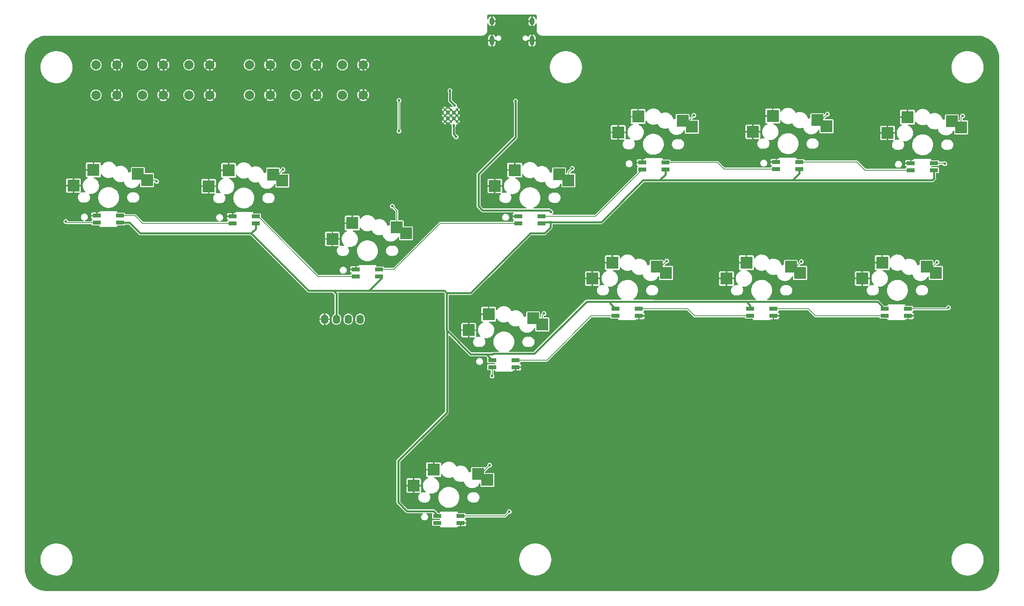
<source format=gbl>
%TF.GenerationSoftware,KiCad,Pcbnew,(6.0.0)*%
%TF.CreationDate,2022-11-06T23:16:27-06:00*%
%TF.ProjectId,Flatbox-rev4,466c6174-626f-4782-9d72-6576342e6b69,rev?*%
%TF.SameCoordinates,Original*%
%TF.FileFunction,Copper,L2,Bot*%
%TF.FilePolarity,Positive*%
%FSLAX46Y46*%
G04 Gerber Fmt 4.6, Leading zero omitted, Abs format (unit mm)*
G04 Created by KiCad (PCBNEW (6.0.0)) date 2022-11-06 23:16:27*
%MOMM*%
%LPD*%
G01*
G04 APERTURE LIST*
%TA.AperFunction,ComponentPad*%
%ADD10O,1.600000X2.000000*%
%TD*%
%TA.AperFunction,SMDPad,CuDef*%
%ADD11R,2.600000X2.600000*%
%TD*%
%TA.AperFunction,SMDPad,CuDef*%
%ADD12R,2.550000X2.500000*%
%TD*%
%TA.AperFunction,ComponentPad*%
%ADD13C,2.000000*%
%TD*%
%TA.AperFunction,ComponentPad*%
%ADD14O,1.000000X1.600000*%
%TD*%
%TA.AperFunction,ComponentPad*%
%ADD15O,1.000000X2.100000*%
%TD*%
%TA.AperFunction,ComponentPad*%
%ADD16C,0.600000*%
%TD*%
%TA.AperFunction,SMDPad,CuDef*%
%ADD17R,1.800000X0.820000*%
%TD*%
%TA.AperFunction,ViaPad*%
%ADD18C,0.600000*%
%TD*%
%TA.AperFunction,Conductor*%
%ADD19C,0.381000*%
%TD*%
%TA.AperFunction,Conductor*%
%ADD20C,0.400000*%
%TD*%
%TA.AperFunction,Conductor*%
%ADD21C,0.200000*%
%TD*%
G04 APERTURE END LIST*
D10*
X112331000Y-91254000D03*
X109791000Y-91254000D03*
X107251000Y-91254000D03*
X104711000Y-91254000D03*
D11*
X95595000Y-61420000D03*
D12*
X93610000Y-60090000D03*
D11*
X84045000Y-59220000D03*
D12*
X79760000Y-62630000D03*
D11*
X122195000Y-72770000D03*
D12*
X120210000Y-71440000D03*
X106360000Y-73980000D03*
D11*
X110645000Y-70570000D03*
D12*
X137710000Y-124540000D03*
D11*
X139695000Y-125870000D03*
X128145000Y-123670000D03*
D12*
X123860000Y-127080000D03*
D11*
X157135000Y-61360000D03*
D12*
X155150000Y-60030000D03*
D11*
X145585000Y-59160000D03*
D12*
X141300000Y-62570000D03*
D11*
X183695000Y-49830000D03*
D12*
X181710000Y-48500000D03*
X167860000Y-51040000D03*
D11*
X172145000Y-47630000D03*
D12*
X210680000Y-48380000D03*
D11*
X212665000Y-49710000D03*
D12*
X196830000Y-50920000D03*
D11*
X201115000Y-47510000D03*
X241635000Y-49950000D03*
D12*
X239650000Y-48620000D03*
D11*
X230085000Y-47750000D03*
D12*
X225800000Y-51160000D03*
X149540000Y-91070000D03*
D11*
X151525000Y-92400000D03*
X139975000Y-90200000D03*
D12*
X135690000Y-93610000D03*
X176150000Y-79960000D03*
D11*
X178135000Y-81290000D03*
D12*
X162300000Y-82500000D03*
D11*
X166585000Y-79090000D03*
X206985000Y-81290000D03*
D12*
X205000000Y-79960000D03*
X191150000Y-82500000D03*
D11*
X195435000Y-79090000D03*
X236195000Y-81290000D03*
D12*
X234210000Y-79960000D03*
D11*
X224645000Y-79090000D03*
D12*
X220360000Y-82500000D03*
D11*
X66500000Y-61300000D03*
D12*
X64515000Y-59970000D03*
D11*
X54950000Y-59100000D03*
D12*
X50665000Y-62510000D03*
D13*
X88500000Y-43000000D03*
X88500000Y-36500000D03*
X93000000Y-43000000D03*
X93000000Y-36500000D03*
X65500000Y-43000000D03*
X65500000Y-36500000D03*
X70000000Y-36500000D03*
X70000000Y-43000000D03*
X98500000Y-36500000D03*
X98500000Y-43000000D03*
X103000000Y-36500000D03*
X103000000Y-43000000D03*
X55500000Y-36500000D03*
X55500000Y-43000000D03*
X60000000Y-43000000D03*
X60000000Y-36500000D03*
X75500000Y-43000000D03*
X75500000Y-36500000D03*
X80000000Y-36500000D03*
X80000000Y-43000000D03*
X108500000Y-36500000D03*
X108500000Y-43000000D03*
X113000000Y-36500000D03*
X113000000Y-43000000D03*
D14*
X140680000Y-27100000D03*
X149320000Y-27100000D03*
D15*
X149320000Y-31280000D03*
X140680000Y-31280000D03*
D16*
X131850000Y-46125000D03*
X130575000Y-47400000D03*
X133125000Y-47400000D03*
X131850000Y-48675000D03*
X133125000Y-48675000D03*
X133125000Y-46125000D03*
X130575000Y-48675000D03*
X130575000Y-46125000D03*
X131850000Y-47400000D03*
D17*
X128945000Y-133616000D03*
X128945000Y-135116000D03*
X133945000Y-135116000D03*
X133945000Y-133616000D03*
X140756000Y-100088000D03*
X140756000Y-101588000D03*
X145756000Y-101588000D03*
X145756000Y-100088000D03*
X225211000Y-89039000D03*
X225211000Y-90539000D03*
X230211000Y-90539000D03*
X230211000Y-89039000D03*
X167299000Y-89039000D03*
X167299000Y-90539000D03*
X172299000Y-90539000D03*
X172299000Y-89039000D03*
X196255000Y-89039000D03*
X196255000Y-90539000D03*
X201255000Y-90539000D03*
X201255000Y-89039000D03*
X235799000Y-59170000D03*
X235799000Y-57670000D03*
X230799000Y-57670000D03*
X230799000Y-59170000D03*
X178014000Y-59043000D03*
X178014000Y-57543000D03*
X173014000Y-57543000D03*
X173014000Y-59043000D03*
X206843000Y-58916000D03*
X206843000Y-57416000D03*
X201843000Y-57416000D03*
X201843000Y-58916000D03*
X89876000Y-70600000D03*
X89876000Y-69100000D03*
X84876000Y-69100000D03*
X84876000Y-70600000D03*
X151344000Y-70600000D03*
X151344000Y-69100000D03*
X146344000Y-69100000D03*
X146344000Y-70600000D03*
X60666000Y-70473000D03*
X60666000Y-68973000D03*
X55666000Y-68973000D03*
X55666000Y-70473000D03*
X116419000Y-82030000D03*
X116419000Y-80530000D03*
X111419000Y-80530000D03*
X111419000Y-82030000D03*
D18*
X128150000Y-57000000D03*
X127600000Y-59450000D03*
X138600000Y-48400000D03*
X141000000Y-41350000D03*
X146550000Y-36000000D03*
X135900000Y-40350000D03*
X125095000Y-48199500D03*
X115150000Y-57300000D03*
X138700000Y-43400000D03*
X122050000Y-40200000D03*
X127650000Y-53250000D03*
X129350000Y-34800000D03*
X130650000Y-52500000D03*
X146700000Y-42300000D03*
X138700000Y-44450000D03*
X131500000Y-60100000D03*
X132900000Y-54750000D03*
X131650000Y-39200000D03*
X148250000Y-33900000D03*
X125100000Y-44000000D03*
X134850000Y-39200000D03*
X130600000Y-38550000D03*
X134200000Y-59250000D03*
X134400000Y-53800000D03*
X126950000Y-55300000D03*
X134950000Y-56400000D03*
X117800000Y-57300000D03*
X153416000Y-68199000D03*
X145796000Y-44323000D03*
X153289000Y-70358000D03*
X68580000Y-61595000D03*
X95758000Y-59055000D03*
X119253000Y-66929000D03*
X140208000Y-122682000D03*
X241935000Y-47498000D03*
X212852000Y-47117000D03*
X184150000Y-47371000D03*
X157988000Y-58801000D03*
X178308000Y-78740000D03*
X151892000Y-90043000D03*
X207264000Y-78867000D03*
X236474000Y-78994000D03*
X132499900Y-49507729D03*
X131650001Y-42050001D03*
X132650000Y-45245055D03*
X133000000Y-52000000D03*
X120700000Y-50750000D03*
X120699974Y-44150000D03*
X49022000Y-70231000D03*
X238125000Y-57785000D03*
X238887000Y-88773000D03*
X144399000Y-132715000D03*
X140716000Y-103505000D03*
D19*
X70000000Y-36500000D02*
X67900000Y-34400000D01*
X82100000Y-34400000D02*
X80000000Y-36500000D01*
X93000000Y-36500000D02*
X90900000Y-34400000D01*
X103000000Y-43000000D02*
X101000000Y-45000000D01*
X95000000Y-45000000D02*
X93000000Y-43000000D01*
X70000000Y-36500000D02*
X70000000Y-43000000D01*
X110900000Y-34400000D02*
X105100000Y-34400000D01*
X60000000Y-36500000D02*
X60000000Y-43000000D01*
X90900000Y-34400000D02*
X82100000Y-34400000D01*
X101000000Y-45000000D02*
X95000000Y-45000000D01*
X72000000Y-45000000D02*
X70000000Y-43000000D01*
X105100000Y-34400000D02*
X103000000Y-36500000D01*
X113000000Y-36500000D02*
X110900000Y-34400000D01*
X80000000Y-43000000D02*
X78000000Y-45000000D01*
X62100000Y-34400000D02*
X60000000Y-36500000D01*
X103000000Y-36500000D02*
X103000000Y-43000000D01*
X93000000Y-36500000D02*
X93000000Y-43000000D01*
X113000000Y-36500000D02*
X113000000Y-43000000D01*
X78000000Y-45000000D02*
X72000000Y-45000000D01*
X67900000Y-34400000D02*
X62100000Y-34400000D01*
X80000000Y-36500000D02*
X80000000Y-43000000D01*
D20*
X176784000Y-61341000D02*
X178014000Y-60111000D01*
X106553000Y-85090000D02*
X107251000Y-85788000D01*
X153035000Y-67818000D02*
X153416000Y-68199000D01*
X205105000Y-61341000D02*
X235458000Y-61341000D01*
X206843000Y-59857000D02*
X206843000Y-58916000D01*
X139474000Y-98806000D02*
X140843000Y-98806000D01*
X173228000Y-61341000D02*
X176784000Y-61341000D01*
X235799000Y-60920000D02*
X235799000Y-59170000D01*
X205359000Y-61341000D02*
X206843000Y-59857000D01*
X152781000Y-67818000D02*
X153035000Y-67818000D01*
X130937000Y-85598000D02*
X130937000Y-93599000D01*
X130429000Y-85090000D02*
X114300000Y-85090000D01*
X175367421Y-87483421D02*
X175387000Y-87503000D01*
X131000500Y-93662500D02*
X131000500Y-111315500D01*
X223675000Y-87503000D02*
X225211000Y-89039000D01*
X166135579Y-87875579D02*
X167299000Y-89039000D01*
X166135579Y-87483421D02*
X166135579Y-87875579D01*
X178014000Y-60111000D02*
X178014000Y-59043000D01*
X153289000Y-70358000D02*
X164211000Y-70358000D01*
X148971000Y-72771000D02*
X136144000Y-85598000D01*
X195453000Y-87503000D02*
X223675000Y-87503000D01*
X106553000Y-85090000D02*
X114300000Y-85090000D01*
X137795000Y-66929000D02*
X138684000Y-67818000D01*
X164211000Y-70358000D02*
X173228000Y-61341000D01*
X128143000Y-132588000D02*
X128945000Y-133390000D01*
X145796000Y-52070000D02*
X140335000Y-57531000D01*
X62726000Y-70473000D02*
X65024000Y-72771000D01*
X153289000Y-70358000D02*
X151586000Y-70358000D01*
X114300000Y-85090000D02*
X116967000Y-82423000D01*
X153289000Y-71501000D02*
X152019000Y-72771000D01*
X120523000Y-130683000D02*
X122428000Y-132588000D01*
X175387000Y-87503000D02*
X195453000Y-87503000D01*
X140335000Y-57531000D02*
X137795000Y-60071000D01*
X122428000Y-132588000D02*
X128143000Y-132588000D01*
X140970000Y-98679000D02*
X149860000Y-98679000D01*
X151586000Y-70358000D02*
X151344000Y-70600000D01*
X120523000Y-121793000D02*
X120523000Y-130683000D01*
X107251000Y-85788000D02*
X107251000Y-91254000D01*
X235458000Y-61341000D02*
X235839000Y-60960000D01*
X137795000Y-60071000D02*
X137795000Y-66929000D01*
X88900000Y-72771000D02*
X89876000Y-71795000D01*
X60666000Y-70473000D02*
X62726000Y-70473000D01*
X65024000Y-72771000D02*
X88900000Y-72771000D01*
X145796000Y-44323000D02*
X145796000Y-52070000D01*
X195453000Y-87503000D02*
X196255000Y-88305000D01*
X166135579Y-87483421D02*
X175367421Y-87483421D01*
X140843000Y-98806000D02*
X140970000Y-98679000D01*
X136144000Y-85598000D02*
X130937000Y-85598000D01*
X161055579Y-87483421D02*
X166135579Y-87483421D01*
X138684000Y-67818000D02*
X152781000Y-67818000D01*
X139474000Y-98806000D02*
X140756000Y-100088000D01*
X128945000Y-133390000D02*
X128945000Y-133616000D01*
X176784000Y-61341000D02*
X205105000Y-61341000D01*
X131000500Y-111315500D02*
X120523000Y-121793000D01*
X153289000Y-70358000D02*
X153289000Y-71501000D01*
X130937000Y-93599000D02*
X131000500Y-93662500D01*
X136144000Y-98806000D02*
X139474000Y-98806000D01*
X101219000Y-85090000D02*
X106553000Y-85090000D01*
X130937000Y-85598000D02*
X130429000Y-85090000D01*
X205105000Y-61341000D02*
X205359000Y-61341000D01*
X88900000Y-72771000D02*
X101219000Y-85090000D01*
X131000500Y-93662500D02*
X136144000Y-98806000D01*
X196255000Y-88305000D02*
X196255000Y-89039000D01*
X152019000Y-72771000D02*
X148971000Y-72771000D01*
X149860000Y-98679000D02*
X161055579Y-87483421D01*
X235839000Y-60960000D02*
X235799000Y-60920000D01*
X89876000Y-71795000D02*
X89876000Y-70600000D01*
D21*
X68580000Y-61595000D02*
X68285000Y-61300000D01*
X68285000Y-61300000D02*
X66500000Y-61300000D01*
X94723000Y-60090000D02*
X93610000Y-60090000D01*
X95758000Y-59055000D02*
X94723000Y-60090000D01*
X120210000Y-67886000D02*
X120210000Y-71440000D01*
X119253000Y-66929000D02*
X120210000Y-67886000D01*
X140208000Y-122682000D02*
X138350000Y-124540000D01*
X138350000Y-124540000D02*
X137710000Y-124540000D01*
X241935000Y-47498000D02*
X241635000Y-47798000D01*
X241635000Y-47798000D02*
X241635000Y-49950000D01*
X212852000Y-47117000D02*
X211589000Y-48380000D01*
X211589000Y-48380000D02*
X210680000Y-48380000D01*
X184150000Y-47371000D02*
X183021000Y-48500000D01*
X183021000Y-48500000D02*
X181710000Y-48500000D01*
X157135000Y-59654000D02*
X157135000Y-61360000D01*
X157988000Y-58801000D02*
X157135000Y-59654000D01*
X177088000Y-79960000D02*
X176150000Y-79960000D01*
X178308000Y-78740000D02*
X177088000Y-79960000D01*
X151525000Y-90410000D02*
X151525000Y-92400000D01*
X151892000Y-90043000D02*
X151525000Y-90410000D01*
X207264000Y-78867000D02*
X206171000Y-79960000D01*
X206171000Y-79960000D02*
X205000000Y-79960000D01*
X236474000Y-78994000D02*
X235508000Y-79960000D01*
X235508000Y-79960000D02*
X234210000Y-79960000D01*
D20*
X132450000Y-51450000D02*
X133000000Y-52000000D01*
X131650001Y-42050001D02*
X131650001Y-44245056D01*
X131650001Y-44245056D02*
X132650000Y-45245055D01*
X132450000Y-49557629D02*
X132450000Y-51450000D01*
X132499900Y-49507729D02*
X132450000Y-49557629D01*
D21*
X120700000Y-44150026D02*
X120699974Y-44150000D01*
X120700000Y-50750000D02*
X120700000Y-44150026D01*
X49264000Y-70473000D02*
X55666000Y-70473000D01*
X49022000Y-70231000D02*
X49264000Y-70473000D01*
X63893000Y-68973000D02*
X65520000Y-70600000D01*
X65520000Y-70600000D02*
X84876000Y-70600000D01*
X60666000Y-68973000D02*
X63893000Y-68973000D01*
X103296000Y-82030000D02*
X111419000Y-82030000D01*
X89876000Y-69100000D02*
X90366000Y-69100000D01*
X90366000Y-69100000D02*
X103296000Y-82030000D01*
X116419000Y-80530000D02*
X119622000Y-80530000D01*
X129552000Y-70600000D02*
X146344000Y-70600000D01*
X119622000Y-80530000D02*
X129552000Y-70600000D01*
X162957000Y-69100000D02*
X173014000Y-59043000D01*
X151344000Y-69100000D02*
X162957000Y-69100000D01*
X190627000Y-58928000D02*
X190639000Y-58916000D01*
X190639000Y-58916000D02*
X201843000Y-58916000D01*
X178014000Y-57543000D02*
X189242000Y-57543000D01*
X189242000Y-57543000D02*
X190627000Y-58928000D01*
X220992000Y-59170000D02*
X230799000Y-59170000D01*
X219214000Y-57416000D02*
X220980000Y-59182000D01*
X206843000Y-57416000D02*
X219214000Y-57416000D01*
X220980000Y-59182000D02*
X220992000Y-59170000D01*
X238621000Y-89039000D02*
X230211000Y-89039000D01*
X238887000Y-88773000D02*
X238621000Y-89039000D01*
X238010000Y-57670000D02*
X238125000Y-57785000D01*
X235799000Y-57670000D02*
X238010000Y-57670000D01*
X225211000Y-90539000D02*
X210300000Y-90539000D01*
X208800000Y-89039000D02*
X201255000Y-89039000D01*
X210300000Y-90539000D02*
X208800000Y-89039000D01*
X196255000Y-90539000D02*
X184265000Y-90539000D01*
X182765000Y-89039000D02*
X172299000Y-89039000D01*
X184265000Y-90539000D02*
X182765000Y-89039000D01*
X167299000Y-90539000D02*
X162064000Y-90539000D01*
X162064000Y-90539000D02*
X152515000Y-100088000D01*
X152515000Y-100088000D02*
X145756000Y-100088000D01*
X144399000Y-132715000D02*
X143498000Y-133616000D01*
X143498000Y-133616000D02*
X133945000Y-133616000D01*
X140756000Y-101588000D02*
X140756000Y-103465000D01*
X140756000Y-103465000D02*
X140716000Y-103505000D01*
%TA.AperFunction,Conductor*%
G36*
X150259191Y-25718907D02*
G01*
X150295155Y-25768407D01*
X150300000Y-25799000D01*
X150300000Y-26599870D01*
X150281093Y-26658061D01*
X150231593Y-26694025D01*
X150170407Y-26694025D01*
X150120907Y-26658061D01*
X150104460Y-26621804D01*
X150103234Y-26616408D01*
X150047851Y-26457371D01*
X150043099Y-26447452D01*
X149953854Y-26304630D01*
X149947024Y-26296013D01*
X149828355Y-26176512D01*
X149819779Y-26169618D01*
X149677590Y-26079381D01*
X149667704Y-26074559D01*
X149509048Y-26018064D01*
X149498346Y-26015554D01*
X149485569Y-26014031D01*
X149472484Y-26016621D01*
X149471046Y-26018175D01*
X149470000Y-26022931D01*
X149470000Y-28173006D01*
X149474122Y-28185691D01*
X149476137Y-28187156D01*
X149480348Y-28187598D01*
X149487373Y-28186860D01*
X149498114Y-28184498D01*
X149657536Y-28130227D01*
X149667496Y-28125540D01*
X149810931Y-28037299D01*
X149819599Y-28030527D01*
X149939925Y-27912694D01*
X149946876Y-27904171D01*
X150038108Y-27762609D01*
X150042995Y-27752763D01*
X150100596Y-27594504D01*
X150104483Y-27578436D01*
X150106569Y-27578941D01*
X150128834Y-27531629D01*
X150182451Y-27502154D01*
X150243154Y-27509824D01*
X150287755Y-27551709D01*
X150300000Y-27599401D01*
X150300000Y-28965778D01*
X150297443Y-28988130D01*
X150294858Y-28999284D01*
X150294857Y-29000000D01*
X150296098Y-29005443D01*
X150296702Y-29010840D01*
X150297610Y-29016787D01*
X150311109Y-29188302D01*
X150355203Y-29371967D01*
X150356690Y-29375556D01*
X150425995Y-29542877D01*
X150425998Y-29542882D01*
X150427485Y-29546473D01*
X150429517Y-29549788D01*
X150429519Y-29549793D01*
X150476831Y-29626998D01*
X150526177Y-29707524D01*
X150648847Y-29851153D01*
X150651814Y-29853687D01*
X150755687Y-29942402D01*
X150792476Y-29973823D01*
X150873001Y-30023169D01*
X150950207Y-30070481D01*
X150950212Y-30070483D01*
X150953527Y-30072515D01*
X150957118Y-30074002D01*
X150957123Y-30074005D01*
X151018610Y-30099473D01*
X151128033Y-30144797D01*
X151311698Y-30188891D01*
X151315563Y-30189195D01*
X151315568Y-30189196D01*
X151482194Y-30202310D01*
X151488249Y-30203244D01*
X151488250Y-30203234D01*
X151493818Y-30203875D01*
X151499284Y-30205142D01*
X151500000Y-30205143D01*
X151510732Y-30202695D01*
X151511679Y-30202479D01*
X151533696Y-30200000D01*
X244966040Y-30200000D01*
X244988227Y-30202518D01*
X244999642Y-30205143D01*
X245010516Y-30202683D01*
X245017523Y-30202695D01*
X245031991Y-30201397D01*
X245414032Y-30218077D01*
X245422636Y-30218830D01*
X245668890Y-30251250D01*
X245829235Y-30272360D01*
X245837729Y-30273858D01*
X246238108Y-30362620D01*
X246246446Y-30364854D01*
X246637582Y-30488178D01*
X246645683Y-30491126D01*
X246779145Y-30546408D01*
X247024577Y-30648070D01*
X247032404Y-30651720D01*
X247396171Y-30841085D01*
X247403631Y-30845391D01*
X247709472Y-31040233D01*
X247749527Y-31065751D01*
X247756601Y-31070705D01*
X248081956Y-31320359D01*
X248088557Y-31325898D01*
X248390934Y-31602974D01*
X248397026Y-31609066D01*
X248674102Y-31911443D01*
X248679641Y-31918044D01*
X248929295Y-32243399D01*
X248934248Y-32250472D01*
X249154609Y-32596369D01*
X249158915Y-32603829D01*
X249165235Y-32615969D01*
X249348280Y-32967596D01*
X249351930Y-32975423D01*
X249490567Y-33310119D01*
X249508871Y-33354309D01*
X249511822Y-33362418D01*
X249594853Y-33625759D01*
X249635146Y-33753552D01*
X249637380Y-33761892D01*
X249698315Y-34036749D01*
X249726141Y-34162266D01*
X249727641Y-34170771D01*
X249781170Y-34577364D01*
X249781923Y-34585968D01*
X249798580Y-34967488D01*
X249797370Y-34980730D01*
X249797356Y-34988775D01*
X249794857Y-34999642D01*
X249797317Y-35010514D01*
X249797317Y-35010516D01*
X249797559Y-35011583D01*
X249800000Y-35033432D01*
X249800000Y-144966040D01*
X249797482Y-144988227D01*
X249794857Y-144999642D01*
X249797317Y-145010516D01*
X249797305Y-145017523D01*
X249798603Y-145031991D01*
X249781923Y-145414032D01*
X249781170Y-145422636D01*
X249727641Y-145829229D01*
X249726142Y-145837729D01*
X249637381Y-146238105D01*
X249635146Y-146246446D01*
X249594628Y-146374957D01*
X249511825Y-146637575D01*
X249508874Y-146645683D01*
X249393175Y-146925003D01*
X249351930Y-147024577D01*
X249348280Y-147032404D01*
X249158915Y-147396171D01*
X249154609Y-147403631D01*
X248934249Y-147749527D01*
X248929295Y-147756601D01*
X248679641Y-148081956D01*
X248674102Y-148088557D01*
X248397026Y-148390934D01*
X248390934Y-148397026D01*
X248088557Y-148674102D01*
X248081956Y-148679641D01*
X247756601Y-148929295D01*
X247749528Y-148934248D01*
X247403631Y-149154609D01*
X247396171Y-149158915D01*
X247092255Y-149317124D01*
X247032404Y-149348280D01*
X247024577Y-149351930D01*
X246645683Y-149508874D01*
X246637582Y-149511822D01*
X246246448Y-149635146D01*
X246238108Y-149637380D01*
X245837729Y-149726142D01*
X245829235Y-149727640D01*
X245685041Y-149746624D01*
X245422636Y-149781170D01*
X245414032Y-149781923D01*
X245032512Y-149798580D01*
X245019270Y-149797370D01*
X245011225Y-149797356D01*
X245000358Y-149794857D01*
X244989486Y-149797317D01*
X244989484Y-149797317D01*
X244988417Y-149797559D01*
X244966568Y-149800000D01*
X45033960Y-149800000D01*
X45011773Y-149797482D01*
X45000358Y-149794857D01*
X44989484Y-149797317D01*
X44982477Y-149797305D01*
X44968009Y-149798603D01*
X44585968Y-149781923D01*
X44577364Y-149781170D01*
X44314959Y-149746624D01*
X44170765Y-149727640D01*
X44162271Y-149726142D01*
X43761892Y-149637380D01*
X43753552Y-149635146D01*
X43362418Y-149511822D01*
X43354317Y-149508874D01*
X42975423Y-149351930D01*
X42967596Y-149348280D01*
X42907745Y-149317124D01*
X42603829Y-149158915D01*
X42596369Y-149154609D01*
X42250472Y-148934248D01*
X42243399Y-148929295D01*
X41918044Y-148679641D01*
X41911443Y-148674102D01*
X41609066Y-148397026D01*
X41602974Y-148390934D01*
X41325898Y-148088557D01*
X41320359Y-148081956D01*
X41070705Y-147756601D01*
X41065751Y-147749527D01*
X40845391Y-147403631D01*
X40841085Y-147396171D01*
X40651720Y-147032404D01*
X40648070Y-147024577D01*
X40606825Y-146925003D01*
X40491126Y-146645683D01*
X40488175Y-146637575D01*
X40405373Y-146374957D01*
X40364854Y-146246446D01*
X40362619Y-146238105D01*
X40273858Y-145837729D01*
X40272359Y-145829229D01*
X40218830Y-145422636D01*
X40218077Y-145414032D01*
X40201431Y-145032775D01*
X40203370Y-145011769D01*
X40203234Y-145011753D01*
X40203876Y-145006178D01*
X40205142Y-145000716D01*
X40205143Y-145000000D01*
X40202479Y-144988321D01*
X40200000Y-144966304D01*
X40200000Y-143180850D01*
X43549168Y-143180850D01*
X43588884Y-143552480D01*
X43668503Y-143917647D01*
X43787094Y-144272079D01*
X43943270Y-144611631D01*
X44135204Y-144932329D01*
X44360651Y-145230423D01*
X44369320Y-145239622D01*
X44615129Y-145500469D01*
X44615136Y-145500476D01*
X44616973Y-145502425D01*
X44619007Y-145504162D01*
X44619012Y-145504167D01*
X44899139Y-145743419D01*
X44899145Y-145743423D01*
X44901171Y-145745154D01*
X45209922Y-145955769D01*
X45212278Y-145957027D01*
X45212283Y-145957030D01*
X45537250Y-146130546D01*
X45539614Y-146131808D01*
X45542097Y-146132806D01*
X45542101Y-146132808D01*
X45824789Y-146246448D01*
X45886389Y-146271211D01*
X46246191Y-146372347D01*
X46248829Y-146372788D01*
X46248836Y-146372790D01*
X46431476Y-146403353D01*
X46614812Y-146434033D01*
X46617483Y-146434187D01*
X46617492Y-146434188D01*
X46804469Y-146444968D01*
X46900406Y-146450500D01*
X47093577Y-146450500D01*
X47094922Y-146450427D01*
X47094928Y-146450427D01*
X47370531Y-146435501D01*
X47370540Y-146435500D01*
X47373199Y-146435356D01*
X47375829Y-146434925D01*
X47375832Y-146434925D01*
X47739396Y-146375389D01*
X47739399Y-146375388D01*
X47742033Y-146374957D01*
X48102186Y-146275078D01*
X48104677Y-146274087D01*
X48104682Y-146274085D01*
X48446952Y-146137879D01*
X48449445Y-146136887D01*
X48451809Y-146135635D01*
X48451814Y-146135633D01*
X48777386Y-145963251D01*
X48779749Y-145962000D01*
X48781960Y-145960503D01*
X48781965Y-145960500D01*
X48935388Y-145856624D01*
X49089233Y-145752463D01*
X49374278Y-145510728D01*
X49631547Y-145239622D01*
X49789720Y-145031991D01*
X49856412Y-144944445D01*
X49856413Y-144944444D01*
X49858033Y-144942317D01*
X50051085Y-144622291D01*
X50208446Y-144283287D01*
X50328274Y-143929271D01*
X50328856Y-143926647D01*
X50408587Y-143567002D01*
X50408588Y-143566995D01*
X50409167Y-143564384D01*
X50409461Y-143561722D01*
X50449887Y-143195550D01*
X50449887Y-143195548D01*
X50450180Y-143192895D01*
X50450197Y-143183519D01*
X50450202Y-143180850D01*
X146549168Y-143180850D01*
X146588884Y-143552480D01*
X146668503Y-143917647D01*
X146787094Y-144272079D01*
X146943270Y-144611631D01*
X147135204Y-144932329D01*
X147360651Y-145230423D01*
X147369320Y-145239622D01*
X147615129Y-145500469D01*
X147615136Y-145500476D01*
X147616973Y-145502425D01*
X147619007Y-145504162D01*
X147619012Y-145504167D01*
X147899139Y-145743419D01*
X147899145Y-145743423D01*
X147901171Y-145745154D01*
X148209922Y-145955769D01*
X148212278Y-145957027D01*
X148212283Y-145957030D01*
X148537250Y-146130546D01*
X148539614Y-146131808D01*
X148542097Y-146132806D01*
X148542101Y-146132808D01*
X148824789Y-146246448D01*
X148886389Y-146271211D01*
X149246191Y-146372347D01*
X149248829Y-146372788D01*
X149248836Y-146372790D01*
X149431476Y-146403353D01*
X149614812Y-146434033D01*
X149617483Y-146434187D01*
X149617492Y-146434188D01*
X149804469Y-146444968D01*
X149900406Y-146450500D01*
X150093577Y-146450500D01*
X150094922Y-146450427D01*
X150094928Y-146450427D01*
X150370531Y-146435501D01*
X150370540Y-146435500D01*
X150373199Y-146435356D01*
X150375829Y-146434925D01*
X150375832Y-146434925D01*
X150739396Y-146375389D01*
X150739399Y-146375388D01*
X150742033Y-146374957D01*
X151102186Y-146275078D01*
X151104677Y-146274087D01*
X151104682Y-146274085D01*
X151446952Y-146137879D01*
X151449445Y-146136887D01*
X151451809Y-146135635D01*
X151451814Y-146135633D01*
X151777386Y-145963251D01*
X151779749Y-145962000D01*
X151781960Y-145960503D01*
X151781965Y-145960500D01*
X151935388Y-145856624D01*
X152089233Y-145752463D01*
X152374278Y-145510728D01*
X152631547Y-145239622D01*
X152789720Y-145031991D01*
X152856412Y-144944445D01*
X152856413Y-144944444D01*
X152858033Y-144942317D01*
X153051085Y-144622291D01*
X153208446Y-144283287D01*
X153328274Y-143929271D01*
X153328856Y-143926647D01*
X153408587Y-143567002D01*
X153408588Y-143566995D01*
X153409167Y-143564384D01*
X153409461Y-143561722D01*
X153449887Y-143195550D01*
X153449887Y-143195548D01*
X153450180Y-143192895D01*
X153450197Y-143183519D01*
X153450202Y-143180850D01*
X239549168Y-143180850D01*
X239588884Y-143552480D01*
X239668503Y-143917647D01*
X239787094Y-144272079D01*
X239943270Y-144611631D01*
X240135204Y-144932329D01*
X240360651Y-145230423D01*
X240369320Y-145239622D01*
X240615129Y-145500469D01*
X240615136Y-145500476D01*
X240616973Y-145502425D01*
X240619007Y-145504162D01*
X240619012Y-145504167D01*
X240899139Y-145743419D01*
X240899145Y-145743423D01*
X240901171Y-145745154D01*
X241209922Y-145955769D01*
X241212278Y-145957027D01*
X241212283Y-145957030D01*
X241537250Y-146130546D01*
X241539614Y-146131808D01*
X241542097Y-146132806D01*
X241542101Y-146132808D01*
X241824789Y-146246448D01*
X241886389Y-146271211D01*
X242246191Y-146372347D01*
X242248829Y-146372788D01*
X242248836Y-146372790D01*
X242431476Y-146403353D01*
X242614812Y-146434033D01*
X242617483Y-146434187D01*
X242617492Y-146434188D01*
X242804469Y-146444968D01*
X242900406Y-146450500D01*
X243093577Y-146450500D01*
X243094922Y-146450427D01*
X243094928Y-146450427D01*
X243370531Y-146435501D01*
X243370540Y-146435500D01*
X243373199Y-146435356D01*
X243375829Y-146434925D01*
X243375832Y-146434925D01*
X243739396Y-146375389D01*
X243739399Y-146375388D01*
X243742033Y-146374957D01*
X244102186Y-146275078D01*
X244104677Y-146274087D01*
X244104682Y-146274085D01*
X244446952Y-146137879D01*
X244449445Y-146136887D01*
X244451809Y-146135635D01*
X244451814Y-146135633D01*
X244777386Y-145963251D01*
X244779749Y-145962000D01*
X244781960Y-145960503D01*
X244781965Y-145960500D01*
X244935388Y-145856624D01*
X245089233Y-145752463D01*
X245374278Y-145510728D01*
X245631547Y-145239622D01*
X245789720Y-145031991D01*
X245856412Y-144944445D01*
X245856413Y-144944444D01*
X245858033Y-144942317D01*
X246051085Y-144622291D01*
X246208446Y-144283287D01*
X246328274Y-143929271D01*
X246328856Y-143926647D01*
X246408587Y-143567002D01*
X246408588Y-143566995D01*
X246409167Y-143564384D01*
X246409461Y-143561722D01*
X246449887Y-143195550D01*
X246449887Y-143195548D01*
X246450180Y-143192895D01*
X246450197Y-143183519D01*
X246450827Y-142821829D01*
X246450832Y-142819150D01*
X246411116Y-142447520D01*
X246331497Y-142082353D01*
X246212906Y-141727921D01*
X246056730Y-141388369D01*
X245864796Y-141067671D01*
X245639349Y-140769577D01*
X245533892Y-140657669D01*
X245384871Y-140499531D01*
X245384864Y-140499524D01*
X245383027Y-140497575D01*
X245380993Y-140495838D01*
X245380988Y-140495833D01*
X245100861Y-140256581D01*
X245100855Y-140256577D01*
X245098829Y-140254846D01*
X244790078Y-140044231D01*
X244787722Y-140042973D01*
X244787717Y-140042970D01*
X244462750Y-139869454D01*
X244462746Y-139869452D01*
X244460386Y-139868192D01*
X244457903Y-139867194D01*
X244457899Y-139867192D01*
X244116099Y-139729789D01*
X244116096Y-139729788D01*
X244113611Y-139728789D01*
X243753809Y-139627653D01*
X243751171Y-139627212D01*
X243751164Y-139627210D01*
X243568524Y-139596647D01*
X243385188Y-139565967D01*
X243382517Y-139565813D01*
X243382508Y-139565812D01*
X243195531Y-139555032D01*
X243099594Y-139549500D01*
X242906423Y-139549500D01*
X242905078Y-139549573D01*
X242905072Y-139549573D01*
X242629469Y-139564499D01*
X242629460Y-139564500D01*
X242626801Y-139564644D01*
X242624171Y-139565075D01*
X242624168Y-139565075D01*
X242260604Y-139624611D01*
X242260601Y-139624612D01*
X242257967Y-139625043D01*
X241897814Y-139724922D01*
X241895323Y-139725913D01*
X241895318Y-139725915D01*
X241632599Y-139830464D01*
X241550555Y-139863113D01*
X241548191Y-139864365D01*
X241548186Y-139864367D01*
X241323563Y-139983299D01*
X241220251Y-140038000D01*
X241218040Y-140039497D01*
X241218035Y-140039500D01*
X241208819Y-140045740D01*
X240910767Y-140247537D01*
X240625722Y-140489272D01*
X240368453Y-140760378D01*
X240141967Y-141057683D01*
X239948915Y-141377709D01*
X239791554Y-141716713D01*
X239671726Y-142070729D01*
X239671145Y-142073348D01*
X239671144Y-142073353D01*
X239669712Y-142079815D01*
X239590833Y-142435616D01*
X239590539Y-142438276D01*
X239590539Y-142438278D01*
X239589808Y-142444904D01*
X239549820Y-142807105D01*
X239549815Y-142809767D01*
X239549815Y-142809773D01*
X239549799Y-142819150D01*
X239549168Y-143180850D01*
X153450202Y-143180850D01*
X153450827Y-142821829D01*
X153450832Y-142819150D01*
X153411116Y-142447520D01*
X153331497Y-142082353D01*
X153212906Y-141727921D01*
X153056730Y-141388369D01*
X152864796Y-141067671D01*
X152639349Y-140769577D01*
X152533892Y-140657669D01*
X152384871Y-140499531D01*
X152384864Y-140499524D01*
X152383027Y-140497575D01*
X152380993Y-140495838D01*
X152380988Y-140495833D01*
X152100861Y-140256581D01*
X152100855Y-140256577D01*
X152098829Y-140254846D01*
X151790078Y-140044231D01*
X151787722Y-140042973D01*
X151787717Y-140042970D01*
X151462750Y-139869454D01*
X151462746Y-139869452D01*
X151460386Y-139868192D01*
X151457903Y-139867194D01*
X151457899Y-139867192D01*
X151116099Y-139729789D01*
X151116096Y-139729788D01*
X151113611Y-139728789D01*
X150753809Y-139627653D01*
X150751171Y-139627212D01*
X150751164Y-139627210D01*
X150568524Y-139596647D01*
X150385188Y-139565967D01*
X150382517Y-139565813D01*
X150382508Y-139565812D01*
X150195531Y-139555032D01*
X150099594Y-139549500D01*
X149906423Y-139549500D01*
X149905078Y-139549573D01*
X149905072Y-139549573D01*
X149629469Y-139564499D01*
X149629460Y-139564500D01*
X149626801Y-139564644D01*
X149624171Y-139565075D01*
X149624168Y-139565075D01*
X149260604Y-139624611D01*
X149260601Y-139624612D01*
X149257967Y-139625043D01*
X148897814Y-139724922D01*
X148895323Y-139725913D01*
X148895318Y-139725915D01*
X148632599Y-139830464D01*
X148550555Y-139863113D01*
X148548191Y-139864365D01*
X148548186Y-139864367D01*
X148323563Y-139983299D01*
X148220251Y-140038000D01*
X148218040Y-140039497D01*
X148218035Y-140039500D01*
X148208819Y-140045740D01*
X147910767Y-140247537D01*
X147625722Y-140489272D01*
X147368453Y-140760378D01*
X147141967Y-141057683D01*
X146948915Y-141377709D01*
X146791554Y-141716713D01*
X146671726Y-142070729D01*
X146671145Y-142073348D01*
X146671144Y-142073353D01*
X146669712Y-142079815D01*
X146590833Y-142435616D01*
X146590539Y-142438276D01*
X146590539Y-142438278D01*
X146589808Y-142444904D01*
X146549820Y-142807105D01*
X146549815Y-142809767D01*
X146549815Y-142809773D01*
X146549799Y-142819150D01*
X146549168Y-143180850D01*
X50450202Y-143180850D01*
X50450827Y-142821829D01*
X50450832Y-142819150D01*
X50411116Y-142447520D01*
X50331497Y-142082353D01*
X50212906Y-141727921D01*
X50056730Y-141388369D01*
X49864796Y-141067671D01*
X49639349Y-140769577D01*
X49533892Y-140657669D01*
X49384871Y-140499531D01*
X49384864Y-140499524D01*
X49383027Y-140497575D01*
X49380993Y-140495838D01*
X49380988Y-140495833D01*
X49100861Y-140256581D01*
X49100855Y-140256577D01*
X49098829Y-140254846D01*
X48790078Y-140044231D01*
X48787722Y-140042973D01*
X48787717Y-140042970D01*
X48462750Y-139869454D01*
X48462746Y-139869452D01*
X48460386Y-139868192D01*
X48457903Y-139867194D01*
X48457899Y-139867192D01*
X48116099Y-139729789D01*
X48116096Y-139729788D01*
X48113611Y-139728789D01*
X47753809Y-139627653D01*
X47751171Y-139627212D01*
X47751164Y-139627210D01*
X47568524Y-139596647D01*
X47385188Y-139565967D01*
X47382517Y-139565813D01*
X47382508Y-139565812D01*
X47195531Y-139555032D01*
X47099594Y-139549500D01*
X46906423Y-139549500D01*
X46905078Y-139549573D01*
X46905072Y-139549573D01*
X46629469Y-139564499D01*
X46629460Y-139564500D01*
X46626801Y-139564644D01*
X46624171Y-139565075D01*
X46624168Y-139565075D01*
X46260604Y-139624611D01*
X46260601Y-139624612D01*
X46257967Y-139625043D01*
X45897814Y-139724922D01*
X45895323Y-139725913D01*
X45895318Y-139725915D01*
X45632599Y-139830464D01*
X45550555Y-139863113D01*
X45548191Y-139864365D01*
X45548186Y-139864367D01*
X45323563Y-139983299D01*
X45220251Y-140038000D01*
X45218040Y-140039497D01*
X45218035Y-140039500D01*
X45208819Y-140045740D01*
X44910767Y-140247537D01*
X44625722Y-140489272D01*
X44368453Y-140760378D01*
X44141967Y-141057683D01*
X43948915Y-141377709D01*
X43791554Y-141716713D01*
X43671726Y-142070729D01*
X43671145Y-142073348D01*
X43671144Y-142073353D01*
X43669712Y-142079815D01*
X43590833Y-142435616D01*
X43590539Y-142438276D01*
X43590539Y-142438278D01*
X43589808Y-142444904D01*
X43549820Y-142807105D01*
X43549815Y-142809767D01*
X43549815Y-142809773D01*
X43549799Y-142819150D01*
X43549168Y-143180850D01*
X40200000Y-143180850D01*
X40200000Y-91504087D01*
X103611000Y-91504087D01*
X103611225Y-91508801D01*
X103625484Y-91658258D01*
X103627258Y-91667470D01*
X103683694Y-91859846D01*
X103687175Y-91868549D01*
X103778972Y-92046784D01*
X103784036Y-92054671D01*
X103907874Y-92212324D01*
X103914347Y-92219122D01*
X104065761Y-92350512D01*
X104073403Y-92355963D01*
X104246932Y-92456352D01*
X104255455Y-92460254D01*
X104444846Y-92526022D01*
X104453955Y-92528242D01*
X104545482Y-92541513D01*
X104558628Y-92539254D01*
X104559637Y-92538219D01*
X104560955Y-92532564D01*
X104861000Y-92532564D01*
X104865122Y-92545249D01*
X104868003Y-92547342D01*
X104871274Y-92546877D01*
X105066171Y-92499906D01*
X105075043Y-92496852D01*
X105257541Y-92413874D01*
X105265674Y-92409198D01*
X105429189Y-92293209D01*
X105436289Y-92287080D01*
X105574923Y-92142262D01*
X105580737Y-92134899D01*
X105689487Y-91966477D01*
X105693798Y-91958161D01*
X105768742Y-91772201D01*
X105771402Y-91763221D01*
X105810048Y-91565323D01*
X105810904Y-91558272D01*
X105810940Y-91557528D01*
X105811000Y-91555084D01*
X105811000Y-91419680D01*
X105806878Y-91406995D01*
X105802757Y-91404000D01*
X104876680Y-91404000D01*
X104863995Y-91408122D01*
X104861000Y-91412243D01*
X104861000Y-92532564D01*
X104560955Y-92532564D01*
X104561000Y-92532372D01*
X104561000Y-91419680D01*
X104556878Y-91406995D01*
X104552757Y-91404000D01*
X103626680Y-91404000D01*
X103613995Y-91408122D01*
X103611000Y-91412243D01*
X103611000Y-91504087D01*
X40200000Y-91504087D01*
X40200000Y-91088320D01*
X103611000Y-91088320D01*
X103615122Y-91101005D01*
X103619243Y-91104000D01*
X104545320Y-91104000D01*
X104558005Y-91099878D01*
X104561000Y-91095757D01*
X104561000Y-91088320D01*
X104861000Y-91088320D01*
X104865122Y-91101005D01*
X104869243Y-91104000D01*
X105795320Y-91104000D01*
X105808005Y-91099878D01*
X105811000Y-91095757D01*
X105811000Y-91003913D01*
X105810775Y-90999199D01*
X105796516Y-90849742D01*
X105794742Y-90840530D01*
X105738306Y-90648154D01*
X105734825Y-90639451D01*
X105643028Y-90461216D01*
X105637964Y-90453329D01*
X105514126Y-90295676D01*
X105507653Y-90288878D01*
X105356239Y-90157488D01*
X105348597Y-90152037D01*
X105175068Y-90051648D01*
X105166545Y-90047746D01*
X104977154Y-89981978D01*
X104968045Y-89979758D01*
X104876518Y-89966487D01*
X104863372Y-89968746D01*
X104862363Y-89969781D01*
X104861000Y-89975628D01*
X104861000Y-91088320D01*
X104561000Y-91088320D01*
X104561000Y-89975436D01*
X104556878Y-89962751D01*
X104553997Y-89960658D01*
X104550726Y-89961123D01*
X104355829Y-90008094D01*
X104346957Y-90011148D01*
X104164459Y-90094126D01*
X104156326Y-90098802D01*
X103992811Y-90214791D01*
X103985711Y-90220920D01*
X103847077Y-90365738D01*
X103841263Y-90373101D01*
X103732513Y-90541523D01*
X103728202Y-90549839D01*
X103653258Y-90735799D01*
X103650598Y-90744779D01*
X103611952Y-90942677D01*
X103611096Y-90949728D01*
X103611060Y-90950472D01*
X103611000Y-90952916D01*
X103611000Y-91088320D01*
X40200000Y-91088320D01*
X40200000Y-70224823D01*
X48516391Y-70224823D01*
X48517306Y-70231820D01*
X48517306Y-70231821D01*
X48527616Y-70310666D01*
X48534980Y-70366979D01*
X48592720Y-70498203D01*
X48638845Y-70553075D01*
X48680431Y-70602549D01*
X48680434Y-70602551D01*
X48684970Y-70607948D01*
X48690841Y-70611856D01*
X48690842Y-70611857D01*
X48722544Y-70632960D01*
X48804313Y-70687390D01*
X48904920Y-70718821D01*
X48934425Y-70728039D01*
X48934426Y-70728039D01*
X48941157Y-70730142D01*
X49082437Y-70732732D01*
X49123282Y-70745807D01*
X49124251Y-70743619D01*
X49132609Y-70747323D01*
X49140146Y-70752493D01*
X49149038Y-70754603D01*
X49149040Y-70754604D01*
X49166066Y-70758644D01*
X49179885Y-70763014D01*
X49204622Y-70772883D01*
X49210915Y-70773500D01*
X49217085Y-70773500D01*
X49239941Y-70776175D01*
X49249066Y-70778340D01*
X49277988Y-70774404D01*
X49291337Y-70773500D01*
X54466500Y-70773500D01*
X54524691Y-70792407D01*
X54560655Y-70841907D01*
X54565500Y-70872500D01*
X54565500Y-70902748D01*
X54566448Y-70907512D01*
X54573439Y-70942658D01*
X54577133Y-70961231D01*
X54621448Y-71027552D01*
X54687769Y-71071867D01*
X54697332Y-71073769D01*
X54697334Y-71073770D01*
X54720005Y-71078279D01*
X54746252Y-71083500D01*
X56167000Y-71083500D01*
X56225191Y-71102407D01*
X56261155Y-71151907D01*
X56266000Y-71182500D01*
X56266000Y-71217123D01*
X56265955Y-71268449D01*
X56270781Y-71278498D01*
X56270781Y-71278500D01*
X56271185Y-71279341D01*
X56278463Y-71300183D01*
X56278670Y-71301093D01*
X56278672Y-71301096D01*
X56281150Y-71311962D01*
X56288097Y-71320680D01*
X56288520Y-71321211D01*
X56300334Y-71340046D01*
X56300625Y-71340653D01*
X56300628Y-71340657D01*
X56305453Y-71350705D01*
X56314893Y-71358254D01*
X56330484Y-71373872D01*
X56338015Y-71383323D01*
X56348058Y-71388167D01*
X56348663Y-71388459D01*
X56367478Y-71400308D01*
X56368005Y-71400730D01*
X56368010Y-71400732D01*
X56376715Y-71407694D01*
X56388405Y-71410382D01*
X56388492Y-71410402D01*
X56409318Y-71417715D01*
X56420202Y-71422965D01*
X56431347Y-71422975D01*
X56431348Y-71422975D01*
X56443213Y-71422985D01*
X56443211Y-71424730D01*
X56443277Y-71424724D01*
X56443277Y-71423000D01*
X56460123Y-71423000D01*
X56511160Y-71423045D01*
X56511449Y-71423045D01*
X56511537Y-71423003D01*
X56511561Y-71423000D01*
X59860123Y-71423000D01*
X59911449Y-71423045D01*
X59921498Y-71418219D01*
X59921500Y-71418219D01*
X59922341Y-71417815D01*
X59943183Y-71410537D01*
X59944093Y-71410330D01*
X59944096Y-71410328D01*
X59954962Y-71407850D01*
X59964210Y-71400480D01*
X59983046Y-71388666D01*
X59983653Y-71388375D01*
X59983657Y-71388372D01*
X59993705Y-71383547D01*
X60001254Y-71374107D01*
X60016872Y-71358516D01*
X60026323Y-71350985D01*
X60031459Y-71340337D01*
X60043308Y-71321522D01*
X60043730Y-71320995D01*
X60043732Y-71320990D01*
X60050694Y-71312285D01*
X60053402Y-71300508D01*
X60060715Y-71279682D01*
X60065965Y-71268798D01*
X60065985Y-71245787D01*
X60067730Y-71245789D01*
X60067724Y-71245723D01*
X60066000Y-71245723D01*
X60066000Y-71228877D01*
X60066041Y-71182413D01*
X60085000Y-71124239D01*
X60134531Y-71088318D01*
X60165041Y-71083500D01*
X61585748Y-71083500D01*
X61611995Y-71078279D01*
X61634666Y-71073770D01*
X61634668Y-71073769D01*
X61644231Y-71071867D01*
X61710552Y-71027552D01*
X61754867Y-70961231D01*
X61756770Y-70951665D01*
X61760501Y-70942658D01*
X61762013Y-70943284D01*
X61786362Y-70899804D01*
X61841926Y-70874187D01*
X61853565Y-70873500D01*
X62519099Y-70873500D01*
X62577290Y-70892407D01*
X62589103Y-70902496D01*
X64763091Y-73076484D01*
X64763095Y-73076487D01*
X64785658Y-73099050D01*
X64792595Y-73102584D01*
X64792597Y-73102586D01*
X64807151Y-73110001D01*
X64820390Y-73118113D01*
X64839911Y-73132296D01*
X64847316Y-73134702D01*
X64847320Y-73134704D01*
X64862855Y-73139751D01*
X64877201Y-73145694D01*
X64898696Y-73156646D01*
X64906389Y-73157864D01*
X64906391Y-73157865D01*
X64922519Y-73160419D01*
X64937620Y-73164044D01*
X64960567Y-73171500D01*
X88693099Y-73171500D01*
X88751290Y-73190407D01*
X88763103Y-73200496D01*
X100958091Y-85395484D01*
X100958095Y-85395487D01*
X100980658Y-85418050D01*
X101002154Y-85429002D01*
X101015393Y-85437116D01*
X101034910Y-85451296D01*
X101042321Y-85453704D01*
X101057857Y-85458752D01*
X101072203Y-85464695D01*
X101093696Y-85475646D01*
X101101389Y-85476864D01*
X101101391Y-85476865D01*
X101117519Y-85479419D01*
X101132620Y-85483044D01*
X101155567Y-85490500D01*
X106346099Y-85490500D01*
X106404290Y-85509407D01*
X106416103Y-85519496D01*
X106821504Y-85924897D01*
X106849281Y-85979414D01*
X106850500Y-85994901D01*
X106850500Y-90069997D01*
X106831593Y-90128188D01*
X106803669Y-90154136D01*
X106776022Y-90171278D01*
X106647443Y-90251000D01*
X106637401Y-90257226D01*
X106633759Y-90260670D01*
X106626253Y-90267768D01*
X106489720Y-90396881D01*
X106486846Y-90400986D01*
X106486843Y-90400989D01*
X106382618Y-90549839D01*
X106373137Y-90563379D01*
X106371148Y-90567975D01*
X106371147Y-90567977D01*
X106329649Y-90663874D01*
X106292414Y-90749919D01*
X106250849Y-90948880D01*
X106250500Y-90955539D01*
X106250500Y-91504800D01*
X106250753Y-91507288D01*
X106250753Y-91507294D01*
X106256393Y-91562815D01*
X106265880Y-91656216D01*
X106267378Y-91660996D01*
X106310273Y-91797873D01*
X106326662Y-91850172D01*
X106425203Y-92027944D01*
X106557477Y-92182271D01*
X106718081Y-92306848D01*
X106900455Y-92396587D01*
X106993911Y-92420931D01*
X107092290Y-92446557D01*
X107092294Y-92446558D01*
X107097148Y-92447822D01*
X107102160Y-92448085D01*
X107102162Y-92448085D01*
X107175048Y-92451904D01*
X107300126Y-92458459D01*
X107501097Y-92428065D01*
X107691852Y-92357881D01*
X107864599Y-92250774D01*
X107940510Y-92178989D01*
X108008637Y-92114564D01*
X108012280Y-92111119D01*
X108015154Y-92107014D01*
X108015157Y-92107011D01*
X108125988Y-91948727D01*
X108128863Y-91944621D01*
X108132422Y-91936398D01*
X108207597Y-91762677D01*
X108209586Y-91758081D01*
X108251151Y-91559120D01*
X108251500Y-91552461D01*
X108251500Y-91504800D01*
X108790500Y-91504800D01*
X108790753Y-91507288D01*
X108790753Y-91507294D01*
X108796393Y-91562815D01*
X108805880Y-91656216D01*
X108807378Y-91660996D01*
X108850273Y-91797873D01*
X108866662Y-91850172D01*
X108965203Y-92027944D01*
X109097477Y-92182271D01*
X109258081Y-92306848D01*
X109440455Y-92396587D01*
X109533911Y-92420931D01*
X109632290Y-92446557D01*
X109632294Y-92446558D01*
X109637148Y-92447822D01*
X109642160Y-92448085D01*
X109642162Y-92448085D01*
X109715048Y-92451904D01*
X109840126Y-92458459D01*
X110041097Y-92428065D01*
X110231852Y-92357881D01*
X110404599Y-92250774D01*
X110480510Y-92178989D01*
X110548637Y-92114564D01*
X110552280Y-92111119D01*
X110555154Y-92107014D01*
X110555157Y-92107011D01*
X110665988Y-91948727D01*
X110668863Y-91944621D01*
X110672422Y-91936398D01*
X110747597Y-91762677D01*
X110749586Y-91758081D01*
X110791151Y-91559120D01*
X110791500Y-91552461D01*
X110791500Y-91504800D01*
X111330500Y-91504800D01*
X111330753Y-91507288D01*
X111330753Y-91507294D01*
X111336393Y-91562815D01*
X111345880Y-91656216D01*
X111347378Y-91660996D01*
X111390273Y-91797873D01*
X111406662Y-91850172D01*
X111505203Y-92027944D01*
X111637477Y-92182271D01*
X111798081Y-92306848D01*
X111980455Y-92396587D01*
X112073911Y-92420931D01*
X112172290Y-92446557D01*
X112172294Y-92446558D01*
X112177148Y-92447822D01*
X112182160Y-92448085D01*
X112182162Y-92448085D01*
X112255048Y-92451904D01*
X112380126Y-92458459D01*
X112581097Y-92428065D01*
X112771852Y-92357881D01*
X112944599Y-92250774D01*
X113020510Y-92178989D01*
X113088637Y-92114564D01*
X113092280Y-92111119D01*
X113095154Y-92107014D01*
X113095157Y-92107011D01*
X113205988Y-91948727D01*
X113208863Y-91944621D01*
X113212422Y-91936398D01*
X113287597Y-91762677D01*
X113289586Y-91758081D01*
X113331151Y-91559120D01*
X113331500Y-91552461D01*
X113331500Y-91003200D01*
X113330812Y-90996420D01*
X113321955Y-90909230D01*
X113316120Y-90851784D01*
X113297129Y-90791185D01*
X113256837Y-90662611D01*
X113256837Y-90662610D01*
X113255338Y-90657828D01*
X113156797Y-90480056D01*
X113024523Y-90325729D01*
X112863919Y-90201152D01*
X112681545Y-90111413D01*
X112557821Y-90079185D01*
X112489710Y-90061443D01*
X112489706Y-90061442D01*
X112484852Y-90060178D01*
X112479840Y-90059915D01*
X112479838Y-90059915D01*
X112406952Y-90056096D01*
X112281874Y-90049541D01*
X112080903Y-90079935D01*
X111890148Y-90150119D01*
X111785842Y-90214791D01*
X111727443Y-90251000D01*
X111717401Y-90257226D01*
X111713759Y-90260670D01*
X111706253Y-90267768D01*
X111569720Y-90396881D01*
X111566846Y-90400986D01*
X111566843Y-90400989D01*
X111462618Y-90549839D01*
X111453137Y-90563379D01*
X111451148Y-90567975D01*
X111451147Y-90567977D01*
X111409649Y-90663874D01*
X111372414Y-90749919D01*
X111330849Y-90948880D01*
X111330500Y-90955539D01*
X111330500Y-91504800D01*
X110791500Y-91504800D01*
X110791500Y-91003200D01*
X110790812Y-90996420D01*
X110781955Y-90909230D01*
X110776120Y-90851784D01*
X110757129Y-90791185D01*
X110716837Y-90662611D01*
X110716837Y-90662610D01*
X110715338Y-90657828D01*
X110616797Y-90480056D01*
X110484523Y-90325729D01*
X110323919Y-90201152D01*
X110141545Y-90111413D01*
X110017821Y-90079185D01*
X109949710Y-90061443D01*
X109949706Y-90061442D01*
X109944852Y-90060178D01*
X109939840Y-90059915D01*
X109939838Y-90059915D01*
X109866952Y-90056096D01*
X109741874Y-90049541D01*
X109540903Y-90079935D01*
X109350148Y-90150119D01*
X109245842Y-90214791D01*
X109187443Y-90251000D01*
X109177401Y-90257226D01*
X109173759Y-90260670D01*
X109166253Y-90267768D01*
X109029720Y-90396881D01*
X109026846Y-90400986D01*
X109026843Y-90400989D01*
X108922618Y-90549839D01*
X108913137Y-90563379D01*
X108911148Y-90567975D01*
X108911147Y-90567977D01*
X108869649Y-90663874D01*
X108832414Y-90749919D01*
X108790849Y-90948880D01*
X108790500Y-90955539D01*
X108790500Y-91504800D01*
X108251500Y-91504800D01*
X108251500Y-91003200D01*
X108250812Y-90996420D01*
X108241955Y-90909230D01*
X108236120Y-90851784D01*
X108217129Y-90791185D01*
X108176837Y-90662611D01*
X108176837Y-90662610D01*
X108175338Y-90657828D01*
X108076797Y-90480056D01*
X107944523Y-90325729D01*
X107783919Y-90201152D01*
X107779423Y-90198940D01*
X107779417Y-90198936D01*
X107706791Y-90163199D01*
X107662926Y-90120543D01*
X107651500Y-90074371D01*
X107651500Y-85724567D01*
X107644044Y-85701620D01*
X107640419Y-85686519D01*
X107637865Y-85670391D01*
X107637864Y-85670389D01*
X107636646Y-85662696D01*
X107625695Y-85641203D01*
X107619752Y-85626857D01*
X107617554Y-85620092D01*
X107617555Y-85558906D01*
X107653519Y-85509407D01*
X107711709Y-85490500D01*
X130222100Y-85490500D01*
X130280291Y-85509407D01*
X130292103Y-85519496D01*
X130507503Y-85734895D01*
X130535281Y-85789412D01*
X130536500Y-85804899D01*
X130536500Y-93662433D01*
X130543955Y-93685375D01*
X130547581Y-93700481D01*
X130551354Y-93724304D01*
X130562305Y-93745797D01*
X130568248Y-93760143D01*
X130575704Y-93783090D01*
X130580285Y-93789395D01*
X130580286Y-93789397D01*
X130581093Y-93790508D01*
X130581517Y-93791814D01*
X130583821Y-93796335D01*
X130583105Y-93796700D01*
X130600000Y-93848698D01*
X130600000Y-111108599D01*
X130581093Y-111166790D01*
X130571004Y-111178603D01*
X120217516Y-121532091D01*
X120217513Y-121532095D01*
X120194950Y-121554658D01*
X120183998Y-121576154D01*
X120175884Y-121589393D01*
X120161704Y-121608910D01*
X120159296Y-121616321D01*
X120154248Y-121631857D01*
X120148305Y-121646203D01*
X120137354Y-121667696D01*
X120136136Y-121675389D01*
X120136135Y-121675391D01*
X120133581Y-121691519D01*
X120129956Y-121706620D01*
X120122500Y-121729567D01*
X120122500Y-130746433D01*
X120129955Y-130769375D01*
X120133581Y-130784481D01*
X120135828Y-130798666D01*
X120137354Y-130808304D01*
X120148305Y-130829797D01*
X120154248Y-130844143D01*
X120161704Y-130867090D01*
X120166285Y-130873395D01*
X120175883Y-130886605D01*
X120183998Y-130899846D01*
X120194950Y-130921342D01*
X120217513Y-130943905D01*
X120217516Y-130943909D01*
X122167091Y-132893484D01*
X122167095Y-132893487D01*
X122189658Y-132916050D01*
X122196595Y-132919584D01*
X122196597Y-132919586D01*
X122211151Y-132927001D01*
X122224390Y-132935113D01*
X122243911Y-132949296D01*
X122251316Y-132951702D01*
X122251320Y-132951704D01*
X122266855Y-132956751D01*
X122281201Y-132962694D01*
X122302696Y-132973646D01*
X122310389Y-132974864D01*
X122310391Y-132974865D01*
X122326519Y-132977419D01*
X122341620Y-132981044D01*
X122364567Y-132988500D01*
X125776421Y-132988500D01*
X125834612Y-133007407D01*
X125870576Y-133056907D01*
X125870576Y-133118093D01*
X125830702Y-133170292D01*
X125718350Y-133243953D01*
X125598749Y-133370207D01*
X125511401Y-133520588D01*
X125460990Y-133687031D01*
X125450222Y-133860607D01*
X125479673Y-134032004D01*
X125547765Y-134192029D01*
X125650843Y-134332097D01*
X125655225Y-134335819D01*
X125655227Y-134335822D01*
X125726117Y-134396047D01*
X125783380Y-134444695D01*
X125814593Y-134460633D01*
X125933141Y-134521167D01*
X125933144Y-134521168D01*
X125938265Y-134523783D01*
X125943850Y-134525150D01*
X125943851Y-134525150D01*
X126102910Y-134564072D01*
X126102913Y-134564073D01*
X126107190Y-134565119D01*
X126111588Y-134565392D01*
X126111589Y-134565392D01*
X126116651Y-134565706D01*
X126116653Y-134565706D01*
X126118167Y-134565800D01*
X126243547Y-134565800D01*
X126372739Y-134550738D01*
X126378145Y-134548776D01*
X126378148Y-134548775D01*
X126530804Y-134493363D01*
X126536212Y-134491400D01*
X126541022Y-134488247D01*
X126541025Y-134488245D01*
X126613132Y-134440969D01*
X126681650Y-134396047D01*
X126801251Y-134269793D01*
X126888599Y-134119412D01*
X126939010Y-133952969D01*
X126949778Y-133779393D01*
X126920327Y-133607996D01*
X126852235Y-133447971D01*
X126749157Y-133307903D01*
X126744775Y-133304181D01*
X126744773Y-133304178D01*
X126621006Y-133199031D01*
X126621005Y-133199030D01*
X126616620Y-133195305D01*
X126578167Y-133175670D01*
X126534940Y-133132368D01*
X126525421Y-133071928D01*
X126553246Y-133017435D01*
X126607787Y-132989705D01*
X126623189Y-132988500D01*
X127767715Y-132988500D01*
X127825906Y-133007407D01*
X127861870Y-133056907D01*
X127861870Y-133118093D01*
X127860972Y-133120527D01*
X127856133Y-133127769D01*
X127844500Y-133186252D01*
X127844500Y-134045748D01*
X127856133Y-134104231D01*
X127900448Y-134170552D01*
X127966769Y-134214867D01*
X127976332Y-134216769D01*
X127976334Y-134216770D01*
X127995892Y-134220660D01*
X128025252Y-134226500D01*
X129446000Y-134226500D01*
X129504191Y-134245407D01*
X129540155Y-134294907D01*
X129545000Y-134325500D01*
X129545000Y-134406500D01*
X129526093Y-134464691D01*
X129476593Y-134500655D01*
X129446000Y-134505500D01*
X128025252Y-134505500D01*
X127999005Y-134510721D01*
X127976334Y-134515230D01*
X127976332Y-134515231D01*
X127966769Y-134517133D01*
X127900448Y-134561448D01*
X127856133Y-134627769D01*
X127854231Y-134637332D01*
X127854230Y-134637334D01*
X127850017Y-134658515D01*
X127844500Y-134686252D01*
X127844500Y-135545748D01*
X127845448Y-135550512D01*
X127853067Y-135588815D01*
X127856133Y-135604231D01*
X127900448Y-135670552D01*
X127966769Y-135714867D01*
X127976332Y-135716769D01*
X127976334Y-135716770D01*
X127999005Y-135721279D01*
X128025252Y-135726500D01*
X129446000Y-135726500D01*
X129504191Y-135745407D01*
X129540155Y-135794907D01*
X129545000Y-135825500D01*
X129545000Y-135860123D01*
X129544955Y-135911449D01*
X129549781Y-135921498D01*
X129549781Y-135921500D01*
X129550185Y-135922341D01*
X129557463Y-135943183D01*
X129557670Y-135944093D01*
X129557672Y-135944096D01*
X129560150Y-135954962D01*
X129567097Y-135963680D01*
X129567520Y-135964211D01*
X129579334Y-135983046D01*
X129579625Y-135983653D01*
X129579628Y-135983657D01*
X129584453Y-135993705D01*
X129593893Y-136001254D01*
X129609484Y-136016872D01*
X129617015Y-136026323D01*
X129627058Y-136031167D01*
X129627663Y-136031459D01*
X129646478Y-136043308D01*
X129647005Y-136043730D01*
X129647010Y-136043732D01*
X129655715Y-136050694D01*
X129667405Y-136053382D01*
X129667492Y-136053402D01*
X129688318Y-136060715D01*
X129699202Y-136065965D01*
X129710347Y-136065975D01*
X129710348Y-136065975D01*
X129722213Y-136065985D01*
X129722211Y-136067730D01*
X129722277Y-136067724D01*
X129722277Y-136066000D01*
X129739123Y-136066000D01*
X129790160Y-136066045D01*
X129790449Y-136066045D01*
X129790537Y-136066003D01*
X129790561Y-136066000D01*
X133139123Y-136066000D01*
X133190449Y-136066045D01*
X133200498Y-136061219D01*
X133200500Y-136061219D01*
X133201341Y-136060815D01*
X133222183Y-136053537D01*
X133223093Y-136053330D01*
X133223096Y-136053328D01*
X133233962Y-136050850D01*
X133243210Y-136043480D01*
X133262046Y-136031666D01*
X133262653Y-136031375D01*
X133262657Y-136031372D01*
X133272705Y-136026547D01*
X133280254Y-136017107D01*
X133295872Y-136001516D01*
X133305323Y-135993985D01*
X133310459Y-135983337D01*
X133322308Y-135964522D01*
X133322730Y-135963995D01*
X133322732Y-135963990D01*
X133329694Y-135955285D01*
X133332402Y-135943508D01*
X133339715Y-135922682D01*
X133344965Y-135911798D01*
X133344973Y-135902041D01*
X133375880Y-135850398D01*
X133432160Y-135826392D01*
X133440961Y-135826000D01*
X133779320Y-135826000D01*
X133792005Y-135821878D01*
X133795000Y-135817757D01*
X133795000Y-135810320D01*
X134095000Y-135810320D01*
X134099122Y-135823005D01*
X134103243Y-135826000D01*
X134886639Y-135826000D01*
X134892485Y-135825654D01*
X134908353Y-135823766D01*
X134922519Y-135819872D01*
X135009514Y-135781230D01*
X135024321Y-135771054D01*
X135090367Y-135704892D01*
X135100517Y-135690069D01*
X135139000Y-135603020D01*
X135142873Y-135588815D01*
X135144668Y-135573420D01*
X135145000Y-135567708D01*
X135145000Y-135281680D01*
X135140878Y-135268995D01*
X135136757Y-135266000D01*
X134110680Y-135266000D01*
X134097995Y-135270122D01*
X134095000Y-135274243D01*
X134095000Y-135810320D01*
X133795000Y-135810320D01*
X133795000Y-135065000D01*
X133813907Y-135006809D01*
X133863407Y-134970845D01*
X133894000Y-134966000D01*
X135129320Y-134966000D01*
X135142005Y-134961878D01*
X135145000Y-134957757D01*
X135145000Y-134664361D01*
X135144654Y-134658515D01*
X135142766Y-134642647D01*
X135138872Y-134628481D01*
X135100230Y-134541486D01*
X135090054Y-134526679D01*
X135023892Y-134460633D01*
X135009069Y-134450483D01*
X134922017Y-134411998D01*
X134910109Y-134408752D01*
X134858939Y-134375206D01*
X134837261Y-134317990D01*
X134853354Y-134258958D01*
X134901071Y-134220660D01*
X134911483Y-134217674D01*
X134913666Y-134216770D01*
X134923231Y-134214867D01*
X134989552Y-134170552D01*
X135033867Y-134104231D01*
X135045500Y-134045748D01*
X135045500Y-134015500D01*
X135064407Y-133957309D01*
X135113907Y-133921345D01*
X135144500Y-133916500D01*
X143444492Y-133916500D01*
X143448617Y-133916803D01*
X143453342Y-133918425D01*
X143502761Y-133916570D01*
X143506474Y-133916500D01*
X143525948Y-133916500D01*
X143530378Y-133915675D01*
X143535571Y-133915339D01*
X143551602Y-133914737D01*
X143556075Y-133914569D01*
X143565208Y-133914226D01*
X143573602Y-133910620D01*
X143573605Y-133910619D01*
X143575783Y-133909683D01*
X143596734Y-133903317D01*
X143608053Y-133901209D01*
X143630729Y-133887232D01*
X143643596Y-133880548D01*
X143661642Y-133872795D01*
X143661643Y-133872794D01*
X143668063Y-133870036D01*
X143672949Y-133866022D01*
X143677313Y-133861658D01*
X143695368Y-133847387D01*
X143703348Y-133842468D01*
X143721018Y-133819231D01*
X143729810Y-133809161D01*
X144294960Y-133244012D01*
X144349477Y-133216235D01*
X144366775Y-133215033D01*
X144411406Y-133215852D01*
X144454446Y-133216641D01*
X144454448Y-133216641D01*
X144461499Y-133216770D01*
X144468302Y-133214915D01*
X144468304Y-133214915D01*
X144590911Y-133181488D01*
X144599817Y-133179060D01*
X144721991Y-133104045D01*
X144818200Y-132997754D01*
X144880710Y-132868733D01*
X144888817Y-132820551D01*
X144903862Y-132731124D01*
X144903862Y-132731120D01*
X144904496Y-132727354D01*
X144904647Y-132715000D01*
X144884323Y-132573082D01*
X144824984Y-132442572D01*
X144731400Y-132333963D01*
X144611095Y-132255985D01*
X144473739Y-132214907D01*
X144390497Y-132214398D01*
X144337427Y-132214074D01*
X144337426Y-132214074D01*
X144330376Y-132214031D01*
X144323599Y-132215968D01*
X144323598Y-132215968D01*
X144199309Y-132251490D01*
X144199307Y-132251491D01*
X144192529Y-132253428D01*
X144071280Y-132329930D01*
X144066613Y-132335214D01*
X144066611Y-132335216D01*
X143981044Y-132432103D01*
X143981042Y-132432105D01*
X143976377Y-132437388D01*
X143915447Y-132567163D01*
X143914362Y-132574132D01*
X143914361Y-132574135D01*
X143900053Y-132666035D01*
X143893391Y-132708823D01*
X143894306Y-132715820D01*
X143894306Y-132715822D01*
X143897107Y-132737242D01*
X143885905Y-132797393D01*
X143868947Y-132820082D01*
X143402525Y-133286504D01*
X143348008Y-133314281D01*
X143332521Y-133315500D01*
X135144500Y-133315500D01*
X135086309Y-133296593D01*
X135050345Y-133247093D01*
X135045500Y-133216500D01*
X135045500Y-133186252D01*
X135033867Y-133127769D01*
X134989552Y-133061448D01*
X134923231Y-133017133D01*
X134913668Y-133015231D01*
X134913666Y-133015230D01*
X134890724Y-133010667D01*
X134864748Y-133005500D01*
X133444000Y-133005500D01*
X133385809Y-132986593D01*
X133349845Y-132937093D01*
X133345000Y-132906500D01*
X133345000Y-132871877D01*
X133345035Y-132831700D01*
X133345045Y-132820551D01*
X133340058Y-132810164D01*
X133339815Y-132809659D01*
X133332537Y-132788817D01*
X133332330Y-132787907D01*
X133332328Y-132787904D01*
X133329850Y-132777038D01*
X133322480Y-132767789D01*
X133310666Y-132748954D01*
X133310375Y-132748347D01*
X133310372Y-132748343D01*
X133305547Y-132738295D01*
X133296107Y-132730746D01*
X133280516Y-132715128D01*
X133272985Y-132705677D01*
X133262337Y-132700541D01*
X133243522Y-132688692D01*
X133242995Y-132688270D01*
X133242990Y-132688268D01*
X133234285Y-132681306D01*
X133222508Y-132678598D01*
X133201682Y-132671285D01*
X133200836Y-132670877D01*
X133190798Y-132666035D01*
X133179653Y-132666025D01*
X133179652Y-132666025D01*
X133167787Y-132666015D01*
X133167789Y-132664270D01*
X133167723Y-132664276D01*
X133167723Y-132666000D01*
X133150877Y-132666000D01*
X133099840Y-132665955D01*
X133099551Y-132665955D01*
X133099463Y-132665997D01*
X133099439Y-132666000D01*
X129750877Y-132666000D01*
X129699551Y-132665955D01*
X129689502Y-132670781D01*
X129689500Y-132670781D01*
X129688659Y-132671185D01*
X129667817Y-132678463D01*
X129666907Y-132678670D01*
X129666904Y-132678672D01*
X129656038Y-132681150D01*
X129647320Y-132688097D01*
X129646789Y-132688520D01*
X129627954Y-132700334D01*
X129627347Y-132700625D01*
X129627343Y-132700628D01*
X129617295Y-132705453D01*
X129609746Y-132714893D01*
X129594128Y-132730484D01*
X129584677Y-132738015D01*
X129579593Y-132748555D01*
X129579541Y-132748663D01*
X129567692Y-132767478D01*
X129567270Y-132768005D01*
X129567268Y-132768010D01*
X129560306Y-132776715D01*
X129557808Y-132787581D01*
X129557598Y-132788492D01*
X129550285Y-132809318D01*
X129545035Y-132820202D01*
X129545015Y-132843213D01*
X129543270Y-132843211D01*
X129543276Y-132843277D01*
X129545000Y-132843277D01*
X129545000Y-132860123D01*
X129544959Y-132906587D01*
X129526000Y-132964761D01*
X129476469Y-133000682D01*
X129445959Y-133005500D01*
X129167900Y-133005500D01*
X129109709Y-132986593D01*
X129097896Y-132976504D01*
X128403916Y-132282523D01*
X128403909Y-132282516D01*
X128403905Y-132282513D01*
X128381342Y-132259950D01*
X128359846Y-132248998D01*
X128346605Y-132240883D01*
X128333395Y-132231285D01*
X128327090Y-132226704D01*
X128304143Y-132219248D01*
X128289797Y-132213305D01*
X128268304Y-132202354D01*
X128260611Y-132201136D01*
X128260609Y-132201135D01*
X128244481Y-132198581D01*
X128229380Y-132194956D01*
X128206433Y-132187500D01*
X122634901Y-132187500D01*
X122576710Y-132168593D01*
X122564897Y-132158504D01*
X120952496Y-130546103D01*
X120924719Y-130491586D01*
X120923500Y-130476099D01*
X120923500Y-128371639D01*
X122285000Y-128371639D01*
X122285346Y-128377485D01*
X122287234Y-128393353D01*
X122291128Y-128407519D01*
X122329770Y-128494514D01*
X122339946Y-128509321D01*
X122406108Y-128575367D01*
X122420931Y-128585517D01*
X122507980Y-128624000D01*
X122522185Y-128627873D01*
X122537580Y-128629668D01*
X122543292Y-128630000D01*
X123694320Y-128630000D01*
X123707005Y-128625878D01*
X123710000Y-128621757D01*
X123710000Y-128614320D01*
X124010000Y-128614320D01*
X124014122Y-128627005D01*
X124018243Y-128630000D01*
X125111014Y-128630000D01*
X125169205Y-128648907D01*
X125205169Y-128698407D01*
X125205169Y-128759593D01*
X125172170Y-128806851D01*
X125156998Y-128818769D01*
X125153913Y-128822324D01*
X125153911Y-128822326D01*
X125085735Y-128900892D01*
X125019254Y-128977504D01*
X124914012Y-129159423D01*
X124845068Y-129357960D01*
X124814911Y-129565952D01*
X124824628Y-129775895D01*
X124825733Y-129780479D01*
X124870765Y-129967332D01*
X124873869Y-129980212D01*
X124960857Y-130171532D01*
X125082453Y-130342951D01*
X125160510Y-130417674D01*
X125230866Y-130485026D01*
X125230870Y-130485029D01*
X125234270Y-130488284D01*
X125410830Y-130602288D01*
X125415191Y-130604046D01*
X125415192Y-130604046D01*
X125601400Y-130679090D01*
X125601403Y-130679091D01*
X125605763Y-130680848D01*
X125610376Y-130681749D01*
X125610380Y-130681750D01*
X125808538Y-130720448D01*
X125808545Y-130720449D01*
X125812033Y-130721130D01*
X125817554Y-130721400D01*
X125972511Y-130721400D01*
X126129217Y-130706449D01*
X126129287Y-130707178D01*
X126160801Y-130707219D01*
X126212949Y-130717403D01*
X126228535Y-130720447D01*
X126228537Y-130720447D01*
X126232033Y-130721130D01*
X126237554Y-130721400D01*
X126392511Y-130721400D01*
X126525508Y-130708711D01*
X126544522Y-130706897D01*
X126544523Y-130706897D01*
X126549217Y-130706449D01*
X126750885Y-130647286D01*
X126937727Y-130551056D01*
X127103002Y-130421231D01*
X127170931Y-130342951D01*
X127237657Y-130266056D01*
X127237658Y-130266055D01*
X127240746Y-130262496D01*
X127345988Y-130080577D01*
X127414932Y-129882040D01*
X127445089Y-129674048D01*
X127444768Y-129667108D01*
X129171070Y-129667108D01*
X129197056Y-129964130D01*
X129262097Y-130255105D01*
X129365050Y-130534923D01*
X129423155Y-130645129D01*
X129502578Y-130795769D01*
X129502582Y-130795776D01*
X129504106Y-130798666D01*
X129676822Y-131041701D01*
X129880164Y-131259759D01*
X129882700Y-131261842D01*
X129882701Y-131261843D01*
X130108020Y-131446923D01*
X130108025Y-131446927D01*
X130110559Y-131449008D01*
X130363960Y-131606123D01*
X130366957Y-131607470D01*
X130366961Y-131607472D01*
X130527253Y-131679510D01*
X130635914Y-131728344D01*
X130921644Y-131813523D01*
X130924885Y-131814036D01*
X130924888Y-131814037D01*
X131013308Y-131828041D01*
X131216129Y-131860165D01*
X131286889Y-131863378D01*
X131308284Y-131864350D01*
X131308290Y-131864350D01*
X131309388Y-131864400D01*
X131495625Y-131864400D01*
X131717501Y-131849663D01*
X131901386Y-131812585D01*
X132006547Y-131791381D01*
X132006552Y-131791380D01*
X132009774Y-131790730D01*
X132052514Y-131776013D01*
X132288574Y-131694732D01*
X132288580Y-131694729D01*
X132291686Y-131693660D01*
X132558284Y-131560158D01*
X132804883Y-131392570D01*
X133027151Y-131193839D01*
X133221184Y-130967457D01*
X133383571Y-130717403D01*
X133388427Y-130707178D01*
X133510054Y-130451031D01*
X133511461Y-130448068D01*
X133602606Y-130164185D01*
X133655404Y-129870741D01*
X133668930Y-129572892D01*
X133668323Y-129565952D01*
X135394911Y-129565952D01*
X135404628Y-129775895D01*
X135405733Y-129780479D01*
X135450765Y-129967332D01*
X135453869Y-129980212D01*
X135540857Y-130171532D01*
X135662453Y-130342951D01*
X135740510Y-130417674D01*
X135810866Y-130485026D01*
X135810870Y-130485029D01*
X135814270Y-130488284D01*
X135990830Y-130602288D01*
X135995191Y-130604046D01*
X135995192Y-130604046D01*
X136181400Y-130679090D01*
X136181403Y-130679091D01*
X136185763Y-130680848D01*
X136190376Y-130681749D01*
X136190380Y-130681750D01*
X136388538Y-130720448D01*
X136388545Y-130720449D01*
X136392033Y-130721130D01*
X136397554Y-130721400D01*
X136552511Y-130721400D01*
X136709217Y-130706449D01*
X136709287Y-130707178D01*
X136740801Y-130707219D01*
X136792949Y-130717403D01*
X136808535Y-130720447D01*
X136808537Y-130720447D01*
X136812033Y-130721130D01*
X136817554Y-130721400D01*
X136972511Y-130721400D01*
X137105508Y-130708711D01*
X137124522Y-130706897D01*
X137124523Y-130706897D01*
X137129217Y-130706449D01*
X137330885Y-130647286D01*
X137517727Y-130551056D01*
X137683002Y-130421231D01*
X137750931Y-130342951D01*
X137817657Y-130266056D01*
X137817658Y-130266055D01*
X137820746Y-130262496D01*
X137925988Y-130080577D01*
X137994932Y-129882040D01*
X138025089Y-129674048D01*
X138015372Y-129464105D01*
X137988719Y-129353514D01*
X137967236Y-129264371D01*
X137967234Y-129264366D01*
X137966131Y-129259788D01*
X137879143Y-129068468D01*
X137757547Y-128897049D01*
X137651002Y-128795054D01*
X137609134Y-128754974D01*
X137609130Y-128754971D01*
X137605730Y-128751716D01*
X137429170Y-128637712D01*
X137404756Y-128627873D01*
X137238600Y-128560910D01*
X137238597Y-128560909D01*
X137234237Y-128559152D01*
X137229624Y-128558251D01*
X137229620Y-128558250D01*
X137031462Y-128519552D01*
X137031455Y-128519551D01*
X137027967Y-128518870D01*
X137022446Y-128518600D01*
X136867489Y-128518600D01*
X136710783Y-128533551D01*
X136710713Y-128532822D01*
X136679199Y-128532781D01*
X136612965Y-128519846D01*
X136611465Y-128519553D01*
X136611463Y-128519553D01*
X136607967Y-128518870D01*
X136602446Y-128518600D01*
X136447489Y-128518600D01*
X136314492Y-128531289D01*
X136295478Y-128533103D01*
X136295477Y-128533103D01*
X136290783Y-128533551D01*
X136089115Y-128592714D01*
X135902273Y-128688944D01*
X135818213Y-128754974D01*
X135741393Y-128815317D01*
X135736998Y-128818769D01*
X135733913Y-128822324D01*
X135733911Y-128822326D01*
X135665735Y-128900892D01*
X135599254Y-128977504D01*
X135494012Y-129159423D01*
X135425068Y-129357960D01*
X135394911Y-129565952D01*
X133668323Y-129565952D01*
X133642944Y-129275870D01*
X133577903Y-128984895D01*
X133474950Y-128705077D01*
X133398939Y-128560910D01*
X133337422Y-128444231D01*
X133337418Y-128444224D01*
X133335894Y-128441334D01*
X133163178Y-128198299D01*
X132959836Y-127980241D01*
X132944489Y-127967635D01*
X132731980Y-127793077D01*
X132731975Y-127793073D01*
X132729441Y-127790992D01*
X132476040Y-127633877D01*
X132473043Y-127632530D01*
X132473039Y-127632528D01*
X132207085Y-127513004D01*
X132204086Y-127511656D01*
X131918356Y-127426477D01*
X131915115Y-127425964D01*
X131915112Y-127425963D01*
X131826692Y-127411959D01*
X131623871Y-127379835D01*
X131553111Y-127376622D01*
X131531716Y-127375650D01*
X131531710Y-127375650D01*
X131530612Y-127375600D01*
X131344375Y-127375600D01*
X131122499Y-127390337D01*
X130974549Y-127420169D01*
X130833453Y-127448619D01*
X130833448Y-127448620D01*
X130830226Y-127449270D01*
X130827109Y-127450343D01*
X130827110Y-127450343D01*
X130551426Y-127545268D01*
X130551420Y-127545271D01*
X130548314Y-127546340D01*
X130545375Y-127547812D01*
X130545372Y-127547813D01*
X130443675Y-127598739D01*
X130281716Y-127679842D01*
X130035117Y-127847430D01*
X130032671Y-127849617D01*
X129941606Y-127931039D01*
X129812849Y-128046161D01*
X129618816Y-128272543D01*
X129456429Y-128522597D01*
X129455026Y-128525551D01*
X129455023Y-128525557D01*
X129377441Y-128688944D01*
X129328539Y-128791932D01*
X129237394Y-129075815D01*
X129184596Y-129369259D01*
X129171070Y-129667108D01*
X127444768Y-129667108D01*
X127435372Y-129464105D01*
X127408719Y-129353514D01*
X127387236Y-129264371D01*
X127387234Y-129264366D01*
X127386131Y-129259788D01*
X127299143Y-129068468D01*
X127226245Y-128965700D01*
X127207999Y-128907300D01*
X127227566Y-128849327D01*
X127277470Y-128813927D01*
X127316911Y-128809921D01*
X127518823Y-128830252D01*
X127521286Y-128830500D01*
X127676044Y-128830500D01*
X127762885Y-128824046D01*
X127865812Y-128816398D01*
X127865818Y-128816397D01*
X127869466Y-128816126D01*
X128123232Y-128758705D01*
X128132827Y-128754974D01*
X128191850Y-128732021D01*
X128365723Y-128664405D01*
X128591612Y-128535299D01*
X128607725Y-128522597D01*
X128793045Y-128376502D01*
X128795936Y-128374223D01*
X128798450Y-128371550D01*
X128798456Y-128371545D01*
X128971694Y-128187387D01*
X128971697Y-128187383D01*
X128974208Y-128184714D01*
X129122511Y-127970937D01*
X129237586Y-127737587D01*
X129275066Y-127620500D01*
X129315787Y-127493288D01*
X129315787Y-127493287D01*
X129316906Y-127489792D01*
X129323331Y-127450343D01*
X129358139Y-127236613D01*
X129358139Y-127236608D01*
X129358728Y-127232994D01*
X129362134Y-126972835D01*
X129357851Y-126941359D01*
X129332847Y-126757640D01*
X129327048Y-126715030D01*
X129254242Y-126465243D01*
X129173684Y-126290500D01*
X129146852Y-126232296D01*
X129146849Y-126232290D01*
X129145314Y-126228961D01*
X129002659Y-126011375D01*
X128984028Y-125990500D01*
X128831852Y-125820002D01*
X128831851Y-125820001D01*
X128829409Y-125817265D01*
X128769195Y-125767185D01*
X128632199Y-125653247D01*
X128629371Y-125650895D01*
X128406939Y-125515920D01*
X128274295Y-125460298D01*
X128227943Y-125420359D01*
X128213919Y-125360802D01*
X128237580Y-125304377D01*
X128289888Y-125272635D01*
X128312579Y-125270000D01*
X129486639Y-125270000D01*
X129492485Y-125269654D01*
X129508353Y-125267766D01*
X129522519Y-125263872D01*
X129609514Y-125225230D01*
X129624321Y-125215054D01*
X129690367Y-125148892D01*
X129700517Y-125134069D01*
X129739000Y-125047020D01*
X129742873Y-125032815D01*
X129744668Y-125017420D01*
X129745000Y-125011708D01*
X129745000Y-124639543D01*
X129763907Y-124581352D01*
X129813407Y-124545388D01*
X129874593Y-124545388D01*
X129926793Y-124585262D01*
X130027341Y-124738625D01*
X130200591Y-124932735D01*
X130203413Y-124935082D01*
X130203414Y-124935083D01*
X130302492Y-125017485D01*
X130400629Y-125099105D01*
X130623061Y-125234080D01*
X130863001Y-125334695D01*
X130866563Y-125335599D01*
X130866564Y-125335600D01*
X131111616Y-125397835D01*
X131111621Y-125397836D01*
X131115177Y-125398739D01*
X131331286Y-125420500D01*
X131486044Y-125420500D01*
X131572885Y-125414046D01*
X131675812Y-125406398D01*
X131675818Y-125406397D01*
X131679466Y-125406126D01*
X131933232Y-125348705D01*
X131969259Y-125334695D01*
X132047221Y-125304377D01*
X132175723Y-125254405D01*
X132229115Y-125223889D01*
X132289018Y-125211429D01*
X132344804Y-125236559D01*
X132368145Y-125268393D01*
X132424686Y-125391039D01*
X132567341Y-125608625D01*
X132569780Y-125611357D01*
X132569781Y-125611359D01*
X132738148Y-125799998D01*
X132740591Y-125802735D01*
X132940629Y-125969105D01*
X133163061Y-126104080D01*
X133403001Y-126204695D01*
X133406563Y-126205599D01*
X133406564Y-126205600D01*
X133651616Y-126267835D01*
X133651621Y-126267836D01*
X133655177Y-126268739D01*
X133871286Y-126290500D01*
X134026044Y-126290500D01*
X134112885Y-126284046D01*
X134215812Y-126276398D01*
X134215818Y-126276397D01*
X134219466Y-126276126D01*
X134473232Y-126218705D01*
X134574613Y-126179280D01*
X134635699Y-126175811D01*
X134687159Y-126208911D01*
X134705539Y-126243846D01*
X134775758Y-126484757D01*
X134777297Y-126488095D01*
X134883148Y-126717704D01*
X134883151Y-126717710D01*
X134884686Y-126721039D01*
X134912825Y-126763958D01*
X135019723Y-126927005D01*
X135027341Y-126938625D01*
X135029780Y-126941357D01*
X135029781Y-126941359D01*
X135059552Y-126974714D01*
X135200591Y-127132735D01*
X135203413Y-127135082D01*
X135203414Y-127135083D01*
X135325491Y-127236613D01*
X135400629Y-127299105D01*
X135623061Y-127434080D01*
X135863001Y-127534695D01*
X135866563Y-127535599D01*
X135866564Y-127535600D01*
X136111616Y-127597835D01*
X136111621Y-127597836D01*
X136115177Y-127598739D01*
X136331286Y-127620500D01*
X136486044Y-127620500D01*
X136572885Y-127614046D01*
X136675812Y-127606398D01*
X136675818Y-127606397D01*
X136679466Y-127606126D01*
X136933232Y-127548705D01*
X136942071Y-127545268D01*
X137001850Y-127522021D01*
X137175723Y-127454405D01*
X137401612Y-127325299D01*
X137437823Y-127296753D01*
X137514110Y-127236613D01*
X137605936Y-127164223D01*
X137608450Y-127161550D01*
X137608456Y-127161545D01*
X137781694Y-126977387D01*
X137781697Y-126977383D01*
X137784208Y-126974714D01*
X137932511Y-126760937D01*
X138006711Y-126610474D01*
X138049404Y-126566648D01*
X138109706Y-126556287D01*
X138164581Y-126583348D01*
X138193070Y-126637496D01*
X138194500Y-126654262D01*
X138194500Y-127189748D01*
X138195448Y-127194512D01*
X138203327Y-127234122D01*
X138206133Y-127248231D01*
X138250448Y-127314552D01*
X138316769Y-127358867D01*
X138326332Y-127360769D01*
X138326334Y-127360770D01*
X138349005Y-127365279D01*
X138375252Y-127370500D01*
X141014748Y-127370500D01*
X141040995Y-127365279D01*
X141063666Y-127360770D01*
X141063668Y-127360769D01*
X141073231Y-127358867D01*
X141139552Y-127314552D01*
X141183867Y-127248231D01*
X141186674Y-127234122D01*
X141194552Y-127194512D01*
X141195500Y-127189748D01*
X141195500Y-124550252D01*
X141183867Y-124491769D01*
X141139552Y-124425448D01*
X141073231Y-124381133D01*
X141063668Y-124379231D01*
X141063666Y-124379230D01*
X141040995Y-124374721D01*
X141014748Y-124369500D01*
X139284500Y-124369500D01*
X139226309Y-124350593D01*
X139190345Y-124301093D01*
X139185500Y-124270500D01*
X139185500Y-124170479D01*
X139204407Y-124112288D01*
X139214496Y-124100475D01*
X140103959Y-123211012D01*
X140158476Y-123183235D01*
X140175774Y-123182033D01*
X140220090Y-123182846D01*
X140263446Y-123183641D01*
X140263448Y-123183641D01*
X140270499Y-123183770D01*
X140277302Y-123181915D01*
X140277304Y-123181915D01*
X140381311Y-123153559D01*
X140408817Y-123146060D01*
X140530991Y-123071045D01*
X140627200Y-122964754D01*
X140670976Y-122874400D01*
X140686634Y-122842082D01*
X140689710Y-122835733D01*
X140693049Y-122815890D01*
X140712862Y-122698124D01*
X140712862Y-122698120D01*
X140713496Y-122694354D01*
X140713647Y-122682000D01*
X140693323Y-122540082D01*
X140633984Y-122409572D01*
X140563948Y-122328292D01*
X140545005Y-122306307D01*
X140545004Y-122306306D01*
X140540400Y-122300963D01*
X140420095Y-122222985D01*
X140282739Y-122181907D01*
X140199497Y-122181398D01*
X140146427Y-122181074D01*
X140146426Y-122181074D01*
X140139376Y-122181031D01*
X140132599Y-122182968D01*
X140132598Y-122182968D01*
X140008309Y-122218490D01*
X140008307Y-122218491D01*
X140001529Y-122220428D01*
X139880280Y-122296930D01*
X139875613Y-122302214D01*
X139875611Y-122302216D01*
X139790044Y-122399103D01*
X139790042Y-122399105D01*
X139785377Y-122404388D01*
X139724447Y-122534163D01*
X139723362Y-122541132D01*
X139723361Y-122541135D01*
X139714408Y-122598641D01*
X139702391Y-122675823D01*
X139703306Y-122682820D01*
X139703306Y-122682822D01*
X139706107Y-122704242D01*
X139694905Y-122764393D01*
X139677947Y-122787082D01*
X139290967Y-123174062D01*
X139236450Y-123201839D01*
X139176018Y-123192268D01*
X139138650Y-123159063D01*
X139134972Y-123153559D01*
X139134971Y-123153558D01*
X139129552Y-123145448D01*
X139063231Y-123101133D01*
X139053668Y-123099231D01*
X139053666Y-123099230D01*
X139030995Y-123094721D01*
X139004748Y-123089500D01*
X136415252Y-123089500D01*
X136389005Y-123094721D01*
X136366334Y-123099230D01*
X136366332Y-123099231D01*
X136356769Y-123101133D01*
X136290448Y-123145448D01*
X136246133Y-123211769D01*
X136234500Y-123270252D01*
X136234500Y-124038036D01*
X136215593Y-124096227D01*
X136166093Y-124132191D01*
X136157355Y-124134593D01*
X135906768Y-124191295D01*
X135805387Y-124230720D01*
X135744301Y-124234189D01*
X135692841Y-124201089D01*
X135674461Y-124166154D01*
X135605270Y-123928770D01*
X135604242Y-123925243D01*
X135559524Y-123828243D01*
X135496852Y-123692296D01*
X135496849Y-123692290D01*
X135495314Y-123688961D01*
X135381836Y-123515878D01*
X135354670Y-123474442D01*
X135354669Y-123474440D01*
X135352659Y-123471375D01*
X135179409Y-123277265D01*
X135099749Y-123211012D01*
X134982199Y-123113247D01*
X134979371Y-123110895D01*
X134756939Y-122975920D01*
X134516999Y-122875305D01*
X134513436Y-122874400D01*
X134268384Y-122812165D01*
X134268379Y-122812164D01*
X134264823Y-122811261D01*
X134048714Y-122789500D01*
X133893956Y-122789500D01*
X133807115Y-122795954D01*
X133704188Y-122803602D01*
X133704182Y-122803603D01*
X133700534Y-122803874D01*
X133446768Y-122861295D01*
X133443347Y-122862625D01*
X133443345Y-122862626D01*
X133407085Y-122876727D01*
X133204277Y-122955595D01*
X133165377Y-122977828D01*
X133150885Y-122986111D01*
X133090982Y-122998571D01*
X133035196Y-122973441D01*
X133011854Y-122941606D01*
X132955314Y-122818961D01*
X132812659Y-122601375D01*
X132639409Y-122407265D01*
X132537587Y-122322580D01*
X132442199Y-122243247D01*
X132439371Y-122240895D01*
X132216939Y-122105920D01*
X131976999Y-122005305D01*
X131955721Y-121999901D01*
X131728384Y-121942165D01*
X131728379Y-121942164D01*
X131724823Y-121941261D01*
X131508714Y-121919500D01*
X131353956Y-121919500D01*
X131267115Y-121925954D01*
X131164188Y-121933602D01*
X131164182Y-121933603D01*
X131160534Y-121933874D01*
X130906768Y-121991295D01*
X130903347Y-121992625D01*
X130903345Y-121992626D01*
X130867085Y-122006727D01*
X130664277Y-122085595D01*
X130438388Y-122214701D01*
X130435498Y-122216980D01*
X130435497Y-122216980D01*
X130339725Y-122292481D01*
X130234064Y-122375777D01*
X130231550Y-122378450D01*
X130231544Y-122378455D01*
X130058306Y-122562613D01*
X130058303Y-122562617D01*
X130055792Y-122565286D01*
X129925849Y-122752598D01*
X129925343Y-122753327D01*
X129876639Y-122790362D01*
X129815468Y-122791697D01*
X129765196Y-122756821D01*
X129745000Y-122696897D01*
X129745000Y-122328361D01*
X129744654Y-122322515D01*
X129742766Y-122306647D01*
X129738872Y-122292481D01*
X129700230Y-122205486D01*
X129690054Y-122190679D01*
X129623892Y-122124633D01*
X129609069Y-122114483D01*
X129522020Y-122076000D01*
X129507815Y-122072127D01*
X129492420Y-122070332D01*
X129486708Y-122070000D01*
X128310680Y-122070000D01*
X128297995Y-122074122D01*
X128295000Y-122078243D01*
X128295000Y-123721000D01*
X128276093Y-123779191D01*
X128226593Y-123815155D01*
X128196000Y-123820000D01*
X126560680Y-123820000D01*
X126547995Y-123824122D01*
X126545000Y-123828243D01*
X126545000Y-125011639D01*
X126545346Y-125017485D01*
X126547234Y-125033353D01*
X126551128Y-125047519D01*
X126589770Y-125134514D01*
X126599946Y-125149321D01*
X126666108Y-125215367D01*
X126680931Y-125225517D01*
X126767980Y-125264000D01*
X126782185Y-125267873D01*
X126797580Y-125269668D01*
X126803292Y-125270000D01*
X126906664Y-125270000D01*
X126964855Y-125288907D01*
X127000819Y-125338407D01*
X127000819Y-125399593D01*
X126964855Y-125449093D01*
X126942545Y-125461269D01*
X126857703Y-125494262D01*
X126857695Y-125494266D01*
X126854277Y-125495595D01*
X126628388Y-125624701D01*
X126625498Y-125626980D01*
X126625497Y-125626980D01*
X126576652Y-125665486D01*
X126424064Y-125785777D01*
X126421550Y-125788450D01*
X126421544Y-125788455D01*
X126248306Y-125972613D01*
X126248303Y-125972617D01*
X126245792Y-125975286D01*
X126097489Y-126189063D01*
X125982414Y-126422413D01*
X125903094Y-126670208D01*
X125902505Y-126673825D01*
X125902504Y-126673829D01*
X125862127Y-126921757D01*
X125861272Y-126927006D01*
X125857866Y-127187165D01*
X125858360Y-127190793D01*
X125858360Y-127190797D01*
X125866177Y-127248231D01*
X125892952Y-127444970D01*
X125965758Y-127694757D01*
X125967297Y-127698095D01*
X126073148Y-127927704D01*
X126073151Y-127927710D01*
X126074686Y-127931039D01*
X126217341Y-128148625D01*
X126390591Y-128342735D01*
X126393414Y-128345083D01*
X126396055Y-128347633D01*
X126394877Y-128348853D01*
X126424140Y-128395219D01*
X126420146Y-128456274D01*
X126381027Y-128503321D01*
X126328189Y-128518600D01*
X126287489Y-128518600D01*
X126130783Y-128533551D01*
X126130713Y-128532822D01*
X126099199Y-128532781D01*
X126032965Y-128519846D01*
X126031465Y-128519553D01*
X126031463Y-128519553D01*
X126027967Y-128518870D01*
X126022446Y-128518600D01*
X125867489Y-128518600D01*
X125734492Y-128531289D01*
X125715478Y-128533103D01*
X125715477Y-128533103D01*
X125710783Y-128533551D01*
X125698604Y-128537124D01*
X125527385Y-128587354D01*
X125466225Y-128585593D01*
X125417781Y-128548218D01*
X125400557Y-128489507D01*
X125408970Y-128452328D01*
X125429000Y-128407020D01*
X125432873Y-128392815D01*
X125434668Y-128377420D01*
X125435000Y-128371708D01*
X125435000Y-127245680D01*
X125430878Y-127232995D01*
X125426757Y-127230000D01*
X124025680Y-127230000D01*
X124012995Y-127234122D01*
X124010000Y-127238243D01*
X124010000Y-128614320D01*
X123710000Y-128614320D01*
X123710000Y-127245680D01*
X123705878Y-127232995D01*
X123701757Y-127230000D01*
X122300680Y-127230000D01*
X122287995Y-127234122D01*
X122285000Y-127238243D01*
X122285000Y-128371639D01*
X120923500Y-128371639D01*
X120923500Y-126914320D01*
X122285000Y-126914320D01*
X122289122Y-126927005D01*
X122293243Y-126930000D01*
X123694320Y-126930000D01*
X123707005Y-126925878D01*
X123710000Y-126921757D01*
X123710000Y-126914320D01*
X124010000Y-126914320D01*
X124014122Y-126927005D01*
X124018243Y-126930000D01*
X125419320Y-126930000D01*
X125432005Y-126925878D01*
X125435000Y-126921757D01*
X125435000Y-125788361D01*
X125434654Y-125782515D01*
X125432766Y-125766647D01*
X125428872Y-125752481D01*
X125390230Y-125665486D01*
X125380054Y-125650679D01*
X125313892Y-125584633D01*
X125299069Y-125574483D01*
X125212020Y-125536000D01*
X125197815Y-125532127D01*
X125182420Y-125530332D01*
X125176708Y-125530000D01*
X124025680Y-125530000D01*
X124012995Y-125534122D01*
X124010000Y-125538243D01*
X124010000Y-126914320D01*
X123710000Y-126914320D01*
X123710000Y-125545680D01*
X123705878Y-125532995D01*
X123701757Y-125530000D01*
X122543361Y-125530000D01*
X122537515Y-125530346D01*
X122521647Y-125532234D01*
X122507481Y-125536128D01*
X122420486Y-125574770D01*
X122405679Y-125584946D01*
X122339633Y-125651108D01*
X122329483Y-125665931D01*
X122291000Y-125752980D01*
X122287127Y-125767185D01*
X122285332Y-125782580D01*
X122285000Y-125788292D01*
X122285000Y-126914320D01*
X120923500Y-126914320D01*
X120923500Y-123504320D01*
X126545000Y-123504320D01*
X126549122Y-123517005D01*
X126553243Y-123520000D01*
X127979320Y-123520000D01*
X127992005Y-123515878D01*
X127995000Y-123511757D01*
X127995000Y-122085680D01*
X127990878Y-122072995D01*
X127986757Y-122070000D01*
X126803361Y-122070000D01*
X126797515Y-122070346D01*
X126781647Y-122072234D01*
X126767481Y-122076128D01*
X126680486Y-122114770D01*
X126665679Y-122124946D01*
X126599633Y-122191108D01*
X126589483Y-122205931D01*
X126551000Y-122292980D01*
X126547127Y-122307185D01*
X126545332Y-122322580D01*
X126545000Y-122328292D01*
X126545000Y-123504320D01*
X120923500Y-123504320D01*
X120923500Y-121999901D01*
X120942407Y-121941710D01*
X120952496Y-121929897D01*
X131305984Y-111576409D01*
X131305987Y-111576405D01*
X131328550Y-111553842D01*
X131339501Y-111532349D01*
X131347613Y-111519110D01*
X131361796Y-111499589D01*
X131364202Y-111492184D01*
X131364204Y-111492180D01*
X131369251Y-111476645D01*
X131375194Y-111462299D01*
X131386146Y-111440804D01*
X131389919Y-111416981D01*
X131393545Y-111401875D01*
X131401000Y-111378933D01*
X131401000Y-100390607D01*
X137280222Y-100390607D01*
X137309673Y-100562004D01*
X137377765Y-100722029D01*
X137431336Y-100794824D01*
X137469885Y-100847206D01*
X137480843Y-100862097D01*
X137485225Y-100865819D01*
X137485227Y-100865822D01*
X137568646Y-100936691D01*
X137613380Y-100974695D01*
X137652268Y-100994552D01*
X137763141Y-101051167D01*
X137763144Y-101051168D01*
X137768265Y-101053783D01*
X137773850Y-101055150D01*
X137773851Y-101055150D01*
X137932910Y-101094072D01*
X137932913Y-101094073D01*
X137937190Y-101095119D01*
X137941588Y-101095392D01*
X137941589Y-101095392D01*
X137946651Y-101095706D01*
X137946653Y-101095706D01*
X137948167Y-101095800D01*
X138073547Y-101095800D01*
X138202739Y-101080738D01*
X138208145Y-101078776D01*
X138208148Y-101078775D01*
X138360804Y-101023363D01*
X138366212Y-101021400D01*
X138371022Y-101018247D01*
X138371025Y-101018245D01*
X138443132Y-100970969D01*
X138511650Y-100926047D01*
X138631251Y-100799793D01*
X138686467Y-100704731D01*
X138715710Y-100654386D01*
X138715710Y-100654385D01*
X138718599Y-100649412D01*
X138757034Y-100522512D01*
X138767343Y-100488474D01*
X138767343Y-100488471D01*
X138769010Y-100482969D01*
X138779778Y-100309393D01*
X138750327Y-100137996D01*
X138682235Y-99977971D01*
X138579157Y-99837903D01*
X138574775Y-99834181D01*
X138574773Y-99834178D01*
X138451006Y-99729031D01*
X138451005Y-99729030D01*
X138446620Y-99725305D01*
X138361332Y-99681755D01*
X138296859Y-99648833D01*
X138296856Y-99648832D01*
X138291735Y-99646217D01*
X138286149Y-99644850D01*
X138127090Y-99605928D01*
X138127087Y-99605927D01*
X138122810Y-99604881D01*
X138118412Y-99604608D01*
X138118411Y-99604608D01*
X138113349Y-99604294D01*
X138113347Y-99604294D01*
X138111833Y-99604200D01*
X137986453Y-99604200D01*
X137857261Y-99619262D01*
X137851855Y-99621224D01*
X137851852Y-99621225D01*
X137736462Y-99663110D01*
X137693788Y-99678600D01*
X137688978Y-99681753D01*
X137688975Y-99681755D01*
X137632026Y-99719093D01*
X137548350Y-99773953D01*
X137428749Y-99900207D01*
X137341401Y-100050588D01*
X137290990Y-100217031D01*
X137290634Y-100222774D01*
X137280718Y-100382619D01*
X137280222Y-100390607D01*
X131401000Y-100390607D01*
X131401000Y-94868401D01*
X131419907Y-94810210D01*
X131469407Y-94774246D01*
X131530593Y-94774246D01*
X131570004Y-94798397D01*
X133719282Y-96947674D01*
X135905658Y-99134050D01*
X135927156Y-99145004D01*
X135940386Y-99153111D01*
X135959910Y-99167296D01*
X135967320Y-99169704D01*
X135967321Y-99169704D01*
X135982855Y-99174751D01*
X135997204Y-99180695D01*
X136018696Y-99191646D01*
X136042518Y-99195419D01*
X136042524Y-99195420D01*
X136057627Y-99199046D01*
X136073157Y-99204092D01*
X136073160Y-99204093D01*
X136080567Y-99206499D01*
X136112477Y-99206499D01*
X136112481Y-99206500D01*
X139267099Y-99206500D01*
X139325290Y-99225407D01*
X139337103Y-99235496D01*
X139635397Y-99533790D01*
X139663174Y-99588307D01*
X139662491Y-99623106D01*
X139655500Y-99658252D01*
X139655500Y-100517748D01*
X139667133Y-100576231D01*
X139711448Y-100642552D01*
X139777769Y-100686867D01*
X139787332Y-100688769D01*
X139787334Y-100688770D01*
X139806892Y-100692660D01*
X139836252Y-100698500D01*
X141257000Y-100698500D01*
X141315191Y-100717407D01*
X141351155Y-100766907D01*
X141356000Y-100797500D01*
X141356000Y-100878500D01*
X141337093Y-100936691D01*
X141287593Y-100972655D01*
X141257000Y-100977500D01*
X139836252Y-100977500D01*
X139810005Y-100982721D01*
X139787334Y-100987230D01*
X139787332Y-100987231D01*
X139777769Y-100989133D01*
X139711448Y-101033448D01*
X139667133Y-101099769D01*
X139665231Y-101109332D01*
X139665230Y-101109334D01*
X139661017Y-101130515D01*
X139655500Y-101158252D01*
X139655500Y-102017748D01*
X139656448Y-102022512D01*
X139664067Y-102060815D01*
X139667133Y-102076231D01*
X139711448Y-102142552D01*
X139777769Y-102186867D01*
X139787332Y-102188769D01*
X139787334Y-102188770D01*
X139810005Y-102193279D01*
X139836252Y-102198500D01*
X140356500Y-102198500D01*
X140414691Y-102217407D01*
X140450655Y-102266907D01*
X140455500Y-102297500D01*
X140455500Y-103022924D01*
X140436593Y-103081115D01*
X140409329Y-103106649D01*
X140388280Y-103119930D01*
X140383609Y-103125219D01*
X140298044Y-103222103D01*
X140298042Y-103222105D01*
X140293377Y-103227388D01*
X140232447Y-103357163D01*
X140210391Y-103498823D01*
X140211306Y-103505820D01*
X140211306Y-103505821D01*
X140212814Y-103517354D01*
X140228980Y-103640979D01*
X140231821Y-103647435D01*
X140231821Y-103647436D01*
X140239586Y-103665082D01*
X140286720Y-103772203D01*
X140299792Y-103787754D01*
X140374431Y-103876549D01*
X140374434Y-103876551D01*
X140378970Y-103881948D01*
X140384841Y-103885856D01*
X140384842Y-103885857D01*
X140397143Y-103894045D01*
X140498313Y-103961390D01*
X140598920Y-103992821D01*
X140628425Y-104002039D01*
X140628426Y-104002039D01*
X140635157Y-104004142D01*
X140706828Y-104005456D01*
X140771445Y-104006641D01*
X140771447Y-104006641D01*
X140778499Y-104006770D01*
X140785302Y-104004915D01*
X140785304Y-104004915D01*
X140860503Y-103984413D01*
X140916817Y-103969060D01*
X141038991Y-103894045D01*
X141046403Y-103885857D01*
X141130468Y-103792982D01*
X141135200Y-103787754D01*
X141197710Y-103658733D01*
X141201875Y-103633982D01*
X141220862Y-103521124D01*
X141220862Y-103521120D01*
X141221496Y-103517354D01*
X141221647Y-103505000D01*
X141201323Y-103363082D01*
X141141984Y-103232572D01*
X141080501Y-103161217D01*
X141056840Y-103104793D01*
X141056500Y-103096595D01*
X141056500Y-102297500D01*
X141075407Y-102239309D01*
X141124907Y-102203345D01*
X141155500Y-102198500D01*
X141257000Y-102198500D01*
X141315191Y-102217407D01*
X141351155Y-102266907D01*
X141356000Y-102297500D01*
X141356000Y-102332123D01*
X141355955Y-102383449D01*
X141360781Y-102393498D01*
X141360781Y-102393500D01*
X141361185Y-102394341D01*
X141368463Y-102415183D01*
X141368670Y-102416093D01*
X141368672Y-102416096D01*
X141371150Y-102426962D01*
X141378097Y-102435680D01*
X141378520Y-102436211D01*
X141390334Y-102455046D01*
X141390625Y-102455653D01*
X141390628Y-102455657D01*
X141395453Y-102465705D01*
X141404893Y-102473254D01*
X141420484Y-102488872D01*
X141428015Y-102498323D01*
X141438058Y-102503167D01*
X141438663Y-102503459D01*
X141457478Y-102515308D01*
X141458005Y-102515730D01*
X141458010Y-102515732D01*
X141466715Y-102522694D01*
X141478405Y-102525382D01*
X141478492Y-102525402D01*
X141499318Y-102532715D01*
X141510202Y-102537965D01*
X141521347Y-102537975D01*
X141521348Y-102537975D01*
X141533213Y-102537985D01*
X141533211Y-102539730D01*
X141533277Y-102539724D01*
X141533277Y-102538000D01*
X141550123Y-102538000D01*
X141601160Y-102538045D01*
X141601449Y-102538045D01*
X141601537Y-102538003D01*
X141601561Y-102538000D01*
X144950123Y-102538000D01*
X145001449Y-102538045D01*
X145011498Y-102533219D01*
X145011500Y-102533219D01*
X145012341Y-102532815D01*
X145033183Y-102525537D01*
X145034093Y-102525330D01*
X145034096Y-102525328D01*
X145044962Y-102522850D01*
X145054210Y-102515480D01*
X145073046Y-102503666D01*
X145073653Y-102503375D01*
X145073657Y-102503372D01*
X145083705Y-102498547D01*
X145091254Y-102489107D01*
X145106872Y-102473516D01*
X145116323Y-102465985D01*
X145121459Y-102455337D01*
X145133308Y-102436522D01*
X145133730Y-102435995D01*
X145133732Y-102435990D01*
X145140694Y-102427285D01*
X145143402Y-102415508D01*
X145150715Y-102394682D01*
X145155965Y-102383798D01*
X145155973Y-102374041D01*
X145186880Y-102322398D01*
X145243160Y-102298392D01*
X145251961Y-102298000D01*
X145590320Y-102298000D01*
X145603005Y-102293878D01*
X145606000Y-102289757D01*
X145606000Y-102282320D01*
X145906000Y-102282320D01*
X145910122Y-102295005D01*
X145914243Y-102298000D01*
X146697639Y-102298000D01*
X146703485Y-102297654D01*
X146719353Y-102295766D01*
X146733519Y-102291872D01*
X146820514Y-102253230D01*
X146835321Y-102243054D01*
X146901367Y-102176892D01*
X146911517Y-102162069D01*
X146950000Y-102075020D01*
X146953873Y-102060815D01*
X146955668Y-102045420D01*
X146956000Y-102039708D01*
X146956000Y-101753680D01*
X146951878Y-101740995D01*
X146947757Y-101738000D01*
X145921680Y-101738000D01*
X145908995Y-101742122D01*
X145906000Y-101746243D01*
X145906000Y-102282320D01*
X145606000Y-102282320D01*
X145606000Y-101537000D01*
X145624907Y-101478809D01*
X145674407Y-101442845D01*
X145705000Y-101438000D01*
X146940320Y-101438000D01*
X146953005Y-101433878D01*
X146956000Y-101429757D01*
X146956000Y-101136361D01*
X146955654Y-101130515D01*
X146953766Y-101114647D01*
X146949872Y-101100481D01*
X146911230Y-101013486D01*
X146901054Y-100998679D01*
X146834892Y-100932633D01*
X146820069Y-100922483D01*
X146733017Y-100883998D01*
X146721109Y-100880752D01*
X146669939Y-100847206D01*
X146648261Y-100789990D01*
X146664354Y-100730958D01*
X146712071Y-100692660D01*
X146722483Y-100689674D01*
X146724666Y-100688770D01*
X146734231Y-100686867D01*
X146800552Y-100642552D01*
X146844867Y-100576231D01*
X146856500Y-100517748D01*
X146856500Y-100487500D01*
X146875407Y-100429309D01*
X146924907Y-100393345D01*
X146955500Y-100388500D01*
X152461492Y-100388500D01*
X152465617Y-100388803D01*
X152470342Y-100390425D01*
X152519761Y-100388570D01*
X152523474Y-100388500D01*
X152542948Y-100388500D01*
X152547378Y-100387675D01*
X152552571Y-100387339D01*
X152568602Y-100386737D01*
X152573075Y-100386569D01*
X152582208Y-100386226D01*
X152590602Y-100382620D01*
X152590605Y-100382619D01*
X152592783Y-100381683D01*
X152613734Y-100375317D01*
X152625053Y-100373209D01*
X152647729Y-100359232D01*
X152660596Y-100352548D01*
X152678642Y-100344795D01*
X152678643Y-100344794D01*
X152685063Y-100342036D01*
X152689949Y-100338022D01*
X152694313Y-100333658D01*
X152712368Y-100319387D01*
X152720348Y-100314468D01*
X152738018Y-100291231D01*
X152746810Y-100281161D01*
X162159476Y-90868496D01*
X162213993Y-90840719D01*
X162229480Y-90839500D01*
X166099500Y-90839500D01*
X166157691Y-90858407D01*
X166193655Y-90907907D01*
X166198500Y-90938500D01*
X166198500Y-90968748D01*
X166199448Y-90973512D01*
X166207434Y-91013660D01*
X166210133Y-91027231D01*
X166254448Y-91093552D01*
X166320769Y-91137867D01*
X166330332Y-91139769D01*
X166330334Y-91139770D01*
X166353005Y-91144279D01*
X166379252Y-91149500D01*
X167800000Y-91149500D01*
X167858191Y-91168407D01*
X167894155Y-91217907D01*
X167899000Y-91248500D01*
X167899000Y-91283123D01*
X167898955Y-91334449D01*
X167903781Y-91344498D01*
X167903781Y-91344500D01*
X167904185Y-91345341D01*
X167911463Y-91366183D01*
X167911670Y-91367093D01*
X167911672Y-91367096D01*
X167914150Y-91377962D01*
X167921097Y-91386680D01*
X167921520Y-91387211D01*
X167933334Y-91406046D01*
X167933625Y-91406653D01*
X167933628Y-91406657D01*
X167938453Y-91416705D01*
X167947893Y-91424254D01*
X167963484Y-91439872D01*
X167971015Y-91449323D01*
X167981058Y-91454167D01*
X167981663Y-91454459D01*
X168000478Y-91466308D01*
X168001005Y-91466730D01*
X168001010Y-91466732D01*
X168009715Y-91473694D01*
X168021405Y-91476382D01*
X168021492Y-91476402D01*
X168042318Y-91483715D01*
X168053202Y-91488965D01*
X168064347Y-91488975D01*
X168064348Y-91488975D01*
X168076213Y-91488985D01*
X168076211Y-91490730D01*
X168076277Y-91490724D01*
X168076277Y-91489000D01*
X168093123Y-91489000D01*
X168144160Y-91489045D01*
X168144449Y-91489045D01*
X168144537Y-91489003D01*
X168144561Y-91489000D01*
X171493123Y-91489000D01*
X171544449Y-91489045D01*
X171554498Y-91484219D01*
X171554500Y-91484219D01*
X171555341Y-91483815D01*
X171576183Y-91476537D01*
X171577093Y-91476330D01*
X171577096Y-91476328D01*
X171587962Y-91473850D01*
X171597210Y-91466480D01*
X171616046Y-91454666D01*
X171616653Y-91454375D01*
X171616657Y-91454372D01*
X171626705Y-91449547D01*
X171634254Y-91440107D01*
X171649872Y-91424516D01*
X171659323Y-91416985D01*
X171664459Y-91406337D01*
X171676308Y-91387522D01*
X171676730Y-91386995D01*
X171676732Y-91386990D01*
X171683694Y-91378285D01*
X171686402Y-91366508D01*
X171693715Y-91345682D01*
X171698965Y-91334798D01*
X171698973Y-91325041D01*
X171729880Y-91273398D01*
X171786160Y-91249392D01*
X171794961Y-91249000D01*
X172133320Y-91249000D01*
X172146005Y-91244878D01*
X172149000Y-91240757D01*
X172149000Y-91233320D01*
X172449000Y-91233320D01*
X172453122Y-91246005D01*
X172457243Y-91249000D01*
X173240639Y-91249000D01*
X173246485Y-91248654D01*
X173262353Y-91246766D01*
X173276519Y-91242872D01*
X173363514Y-91204230D01*
X173378321Y-91194054D01*
X173444367Y-91127892D01*
X173454517Y-91113069D01*
X173493000Y-91026020D01*
X173496873Y-91011815D01*
X173498668Y-90996420D01*
X173499000Y-90990708D01*
X173499000Y-90704680D01*
X173494878Y-90691995D01*
X173490757Y-90689000D01*
X172464680Y-90689000D01*
X172451995Y-90693122D01*
X172449000Y-90697243D01*
X172449000Y-91233320D01*
X172149000Y-91233320D01*
X172149000Y-90488000D01*
X172167907Y-90429809D01*
X172217407Y-90393845D01*
X172248000Y-90389000D01*
X173483320Y-90389000D01*
X173496005Y-90384878D01*
X173499000Y-90380757D01*
X173499000Y-90087361D01*
X173498654Y-90081515D01*
X173496766Y-90065647D01*
X173492872Y-90051481D01*
X173454230Y-89964486D01*
X173444054Y-89949679D01*
X173377892Y-89883633D01*
X173363069Y-89873483D01*
X173276017Y-89834998D01*
X173264109Y-89831752D01*
X173212939Y-89798206D01*
X173191261Y-89740990D01*
X173207354Y-89681958D01*
X173255071Y-89643660D01*
X173265483Y-89640674D01*
X173267666Y-89639770D01*
X173277231Y-89637867D01*
X173343552Y-89593552D01*
X173387867Y-89527231D01*
X173391727Y-89507828D01*
X173398552Y-89473512D01*
X173399500Y-89468748D01*
X173399500Y-89438500D01*
X173418407Y-89380309D01*
X173467907Y-89344345D01*
X173498500Y-89339500D01*
X182599521Y-89339500D01*
X182657712Y-89358407D01*
X182669525Y-89368496D01*
X183342785Y-90041757D01*
X184014684Y-90713656D01*
X184017381Y-90716781D01*
X184019575Y-90721269D01*
X184026277Y-90727486D01*
X184055808Y-90754880D01*
X184058484Y-90757456D01*
X184072276Y-90771248D01*
X184075987Y-90773793D01*
X184079906Y-90777234D01*
X184101646Y-90797401D01*
X184110134Y-90800787D01*
X184110137Y-90800789D01*
X184112338Y-90801667D01*
X184131654Y-90811981D01*
X184133609Y-90813322D01*
X184133611Y-90813323D01*
X184141146Y-90818492D01*
X184150034Y-90820601D01*
X184150036Y-90820602D01*
X184167058Y-90824641D01*
X184180884Y-90829014D01*
X184199132Y-90836294D01*
X184199134Y-90836294D01*
X184205622Y-90838883D01*
X184211915Y-90839500D01*
X184218084Y-90839500D01*
X184240943Y-90842175D01*
X184241173Y-90842230D01*
X184241175Y-90842230D01*
X184250066Y-90844340D01*
X184278988Y-90840404D01*
X184292337Y-90839500D01*
X195055500Y-90839500D01*
X195113691Y-90858407D01*
X195149655Y-90907907D01*
X195154500Y-90938500D01*
X195154500Y-90968748D01*
X195155448Y-90973512D01*
X195163434Y-91013660D01*
X195166133Y-91027231D01*
X195210448Y-91093552D01*
X195276769Y-91137867D01*
X195286332Y-91139769D01*
X195286334Y-91139770D01*
X195309005Y-91144279D01*
X195335252Y-91149500D01*
X196756000Y-91149500D01*
X196814191Y-91168407D01*
X196850155Y-91217907D01*
X196855000Y-91248500D01*
X196855000Y-91283123D01*
X196854955Y-91334449D01*
X196859781Y-91344498D01*
X196859781Y-91344500D01*
X196860185Y-91345341D01*
X196867463Y-91366183D01*
X196867670Y-91367093D01*
X196867672Y-91367096D01*
X196870150Y-91377962D01*
X196877097Y-91386680D01*
X196877520Y-91387211D01*
X196889334Y-91406046D01*
X196889625Y-91406653D01*
X196889628Y-91406657D01*
X196894453Y-91416705D01*
X196903893Y-91424254D01*
X196919484Y-91439872D01*
X196927015Y-91449323D01*
X196937058Y-91454167D01*
X196937663Y-91454459D01*
X196956478Y-91466308D01*
X196957005Y-91466730D01*
X196957010Y-91466732D01*
X196965715Y-91473694D01*
X196977405Y-91476382D01*
X196977492Y-91476402D01*
X196998318Y-91483715D01*
X197009202Y-91488965D01*
X197020347Y-91488975D01*
X197020348Y-91488975D01*
X197032213Y-91488985D01*
X197032211Y-91490730D01*
X197032277Y-91490724D01*
X197032277Y-91489000D01*
X197049123Y-91489000D01*
X197100160Y-91489045D01*
X197100449Y-91489045D01*
X197100537Y-91489003D01*
X197100561Y-91489000D01*
X200449123Y-91489000D01*
X200500449Y-91489045D01*
X200510498Y-91484219D01*
X200510500Y-91484219D01*
X200511341Y-91483815D01*
X200532183Y-91476537D01*
X200533093Y-91476330D01*
X200533096Y-91476328D01*
X200543962Y-91473850D01*
X200553210Y-91466480D01*
X200572046Y-91454666D01*
X200572653Y-91454375D01*
X200572657Y-91454372D01*
X200582705Y-91449547D01*
X200590254Y-91440107D01*
X200605872Y-91424516D01*
X200615323Y-91416985D01*
X200620459Y-91406337D01*
X200632308Y-91387522D01*
X200632730Y-91386995D01*
X200632732Y-91386990D01*
X200639694Y-91378285D01*
X200642402Y-91366508D01*
X200649715Y-91345682D01*
X200654965Y-91334798D01*
X200654973Y-91325041D01*
X200685880Y-91273398D01*
X200742160Y-91249392D01*
X200750961Y-91249000D01*
X201089320Y-91249000D01*
X201102005Y-91244878D01*
X201105000Y-91240757D01*
X201105000Y-91233320D01*
X201405000Y-91233320D01*
X201409122Y-91246005D01*
X201413243Y-91249000D01*
X202196639Y-91249000D01*
X202202485Y-91248654D01*
X202218353Y-91246766D01*
X202232519Y-91242872D01*
X202319514Y-91204230D01*
X202334321Y-91194054D01*
X202400367Y-91127892D01*
X202410517Y-91113069D01*
X202449000Y-91026020D01*
X202452873Y-91011815D01*
X202454668Y-90996420D01*
X202455000Y-90990708D01*
X202455000Y-90704680D01*
X202450878Y-90691995D01*
X202446757Y-90689000D01*
X201420680Y-90689000D01*
X201407995Y-90693122D01*
X201405000Y-90697243D01*
X201405000Y-91233320D01*
X201105000Y-91233320D01*
X201105000Y-90488000D01*
X201123907Y-90429809D01*
X201173407Y-90393845D01*
X201204000Y-90389000D01*
X202439320Y-90389000D01*
X202452005Y-90384878D01*
X202455000Y-90380757D01*
X202455000Y-90087361D01*
X202454654Y-90081515D01*
X202452766Y-90065647D01*
X202448872Y-90051481D01*
X202410230Y-89964486D01*
X202400054Y-89949679D01*
X202333892Y-89883633D01*
X202319069Y-89873483D01*
X202232017Y-89834998D01*
X202220109Y-89831752D01*
X202168939Y-89798206D01*
X202147261Y-89740990D01*
X202163354Y-89681958D01*
X202211071Y-89643660D01*
X202221483Y-89640674D01*
X202223666Y-89639770D01*
X202233231Y-89637867D01*
X202299552Y-89593552D01*
X202343867Y-89527231D01*
X202347727Y-89507828D01*
X202354552Y-89473512D01*
X202355500Y-89468748D01*
X202355500Y-89438500D01*
X202374407Y-89380309D01*
X202423907Y-89344345D01*
X202454500Y-89339500D01*
X208634521Y-89339500D01*
X208692712Y-89358407D01*
X208704525Y-89368496D01*
X209377785Y-90041757D01*
X210049684Y-90713656D01*
X210052381Y-90716781D01*
X210054575Y-90721269D01*
X210061277Y-90727486D01*
X210090808Y-90754880D01*
X210093484Y-90757456D01*
X210107276Y-90771248D01*
X210110987Y-90773793D01*
X210114906Y-90777234D01*
X210136646Y-90797401D01*
X210145134Y-90800787D01*
X210145137Y-90800789D01*
X210147338Y-90801667D01*
X210166654Y-90811981D01*
X210168609Y-90813322D01*
X210168611Y-90813323D01*
X210176146Y-90818492D01*
X210185034Y-90820601D01*
X210185036Y-90820602D01*
X210202058Y-90824641D01*
X210215884Y-90829014D01*
X210234132Y-90836294D01*
X210234134Y-90836294D01*
X210240622Y-90838883D01*
X210246915Y-90839500D01*
X210253084Y-90839500D01*
X210275943Y-90842175D01*
X210276173Y-90842230D01*
X210276175Y-90842230D01*
X210285066Y-90844340D01*
X210313988Y-90840404D01*
X210327337Y-90839500D01*
X224011500Y-90839500D01*
X224069691Y-90858407D01*
X224105655Y-90907907D01*
X224110500Y-90938500D01*
X224110500Y-90968748D01*
X224111448Y-90973512D01*
X224119434Y-91013660D01*
X224122133Y-91027231D01*
X224166448Y-91093552D01*
X224232769Y-91137867D01*
X224242332Y-91139769D01*
X224242334Y-91139770D01*
X224265005Y-91144279D01*
X224291252Y-91149500D01*
X225712000Y-91149500D01*
X225770191Y-91168407D01*
X225806155Y-91217907D01*
X225811000Y-91248500D01*
X225811000Y-91283123D01*
X225810955Y-91334449D01*
X225815781Y-91344498D01*
X225815781Y-91344500D01*
X225816185Y-91345341D01*
X225823463Y-91366183D01*
X225823670Y-91367093D01*
X225823672Y-91367096D01*
X225826150Y-91377962D01*
X225833097Y-91386680D01*
X225833520Y-91387211D01*
X225845334Y-91406046D01*
X225845625Y-91406653D01*
X225845628Y-91406657D01*
X225850453Y-91416705D01*
X225859893Y-91424254D01*
X225875484Y-91439872D01*
X225883015Y-91449323D01*
X225893058Y-91454167D01*
X225893663Y-91454459D01*
X225912478Y-91466308D01*
X225913005Y-91466730D01*
X225913010Y-91466732D01*
X225921715Y-91473694D01*
X225933405Y-91476382D01*
X225933492Y-91476402D01*
X225954318Y-91483715D01*
X225965202Y-91488965D01*
X225976347Y-91488975D01*
X225976348Y-91488975D01*
X225988213Y-91488985D01*
X225988211Y-91490730D01*
X225988277Y-91490724D01*
X225988277Y-91489000D01*
X226005123Y-91489000D01*
X226056160Y-91489045D01*
X226056449Y-91489045D01*
X226056537Y-91489003D01*
X226056561Y-91489000D01*
X229405123Y-91489000D01*
X229456449Y-91489045D01*
X229466498Y-91484219D01*
X229466500Y-91484219D01*
X229467341Y-91483815D01*
X229488183Y-91476537D01*
X229489093Y-91476330D01*
X229489096Y-91476328D01*
X229499962Y-91473850D01*
X229509210Y-91466480D01*
X229528046Y-91454666D01*
X229528653Y-91454375D01*
X229528657Y-91454372D01*
X229538705Y-91449547D01*
X229546254Y-91440107D01*
X229561872Y-91424516D01*
X229571323Y-91416985D01*
X229576459Y-91406337D01*
X229588308Y-91387522D01*
X229588730Y-91386995D01*
X229588732Y-91386990D01*
X229595694Y-91378285D01*
X229598402Y-91366508D01*
X229605715Y-91345682D01*
X229610965Y-91334798D01*
X229610973Y-91325041D01*
X229641880Y-91273398D01*
X229698160Y-91249392D01*
X229706961Y-91249000D01*
X230045320Y-91249000D01*
X230058005Y-91244878D01*
X230061000Y-91240757D01*
X230061000Y-91233320D01*
X230361000Y-91233320D01*
X230365122Y-91246005D01*
X230369243Y-91249000D01*
X231152639Y-91249000D01*
X231158485Y-91248654D01*
X231174353Y-91246766D01*
X231188519Y-91242872D01*
X231275514Y-91204230D01*
X231290321Y-91194054D01*
X231356367Y-91127892D01*
X231366517Y-91113069D01*
X231405000Y-91026020D01*
X231408873Y-91011815D01*
X231410668Y-90996420D01*
X231411000Y-90990708D01*
X231411000Y-90704680D01*
X231406878Y-90691995D01*
X231402757Y-90689000D01*
X230376680Y-90689000D01*
X230363995Y-90693122D01*
X230361000Y-90697243D01*
X230361000Y-91233320D01*
X230061000Y-91233320D01*
X230061000Y-90488000D01*
X230079907Y-90429809D01*
X230129407Y-90393845D01*
X230160000Y-90389000D01*
X231395320Y-90389000D01*
X231408005Y-90384878D01*
X231411000Y-90380757D01*
X231411000Y-90087361D01*
X231410654Y-90081515D01*
X231408766Y-90065647D01*
X231404872Y-90051481D01*
X231366230Y-89964486D01*
X231356054Y-89949679D01*
X231289892Y-89883633D01*
X231275069Y-89873483D01*
X231188017Y-89834998D01*
X231176109Y-89831752D01*
X231124939Y-89798206D01*
X231103261Y-89740990D01*
X231119354Y-89681958D01*
X231167071Y-89643660D01*
X231177483Y-89640674D01*
X231179666Y-89639770D01*
X231189231Y-89637867D01*
X231255552Y-89593552D01*
X231299867Y-89527231D01*
X231303727Y-89507828D01*
X231310552Y-89473512D01*
X231311500Y-89468748D01*
X231311500Y-89438500D01*
X231330407Y-89380309D01*
X231379907Y-89344345D01*
X231410500Y-89339500D01*
X238567492Y-89339500D01*
X238571617Y-89339803D01*
X238576342Y-89341425D01*
X238625761Y-89339570D01*
X238629474Y-89339500D01*
X238648948Y-89339500D01*
X238653378Y-89338675D01*
X238658571Y-89338339D01*
X238674602Y-89337737D01*
X238679075Y-89337569D01*
X238688208Y-89337226D01*
X238696602Y-89333620D01*
X238696605Y-89333619D01*
X238698783Y-89332683D01*
X238719734Y-89326317D01*
X238731053Y-89324209D01*
X238753729Y-89310232D01*
X238766596Y-89303548D01*
X238784641Y-89295795D01*
X238791063Y-89293036D01*
X238795949Y-89289022D01*
X238796228Y-89288743D01*
X238798446Y-89287393D01*
X238851731Y-89272978D01*
X238942445Y-89274641D01*
X238942447Y-89274641D01*
X238949499Y-89274770D01*
X238956302Y-89272915D01*
X238956304Y-89272915D01*
X239031503Y-89252413D01*
X239087817Y-89237060D01*
X239209991Y-89162045D01*
X239306200Y-89055754D01*
X239368710Y-88926733D01*
X239371786Y-88908455D01*
X239391862Y-88789124D01*
X239391862Y-88789120D01*
X239392496Y-88785354D01*
X239392647Y-88773000D01*
X239372323Y-88631082D01*
X239322406Y-88521295D01*
X239315905Y-88506996D01*
X239315904Y-88506995D01*
X239312984Y-88500572D01*
X239219400Y-88391963D01*
X239099095Y-88313985D01*
X238961739Y-88272907D01*
X238878497Y-88272398D01*
X238825427Y-88272074D01*
X238825426Y-88272074D01*
X238818376Y-88272031D01*
X238811599Y-88273968D01*
X238811598Y-88273968D01*
X238687309Y-88309490D01*
X238687307Y-88309491D01*
X238680529Y-88311428D01*
X238559280Y-88387930D01*
X238554613Y-88393214D01*
X238554611Y-88393216D01*
X238469044Y-88490103D01*
X238469042Y-88490105D01*
X238464377Y-88495388D01*
X238461381Y-88501770D01*
X238461380Y-88501771D01*
X238451589Y-88522626D01*
X238403447Y-88625163D01*
X238398843Y-88654733D01*
X238371211Y-88709319D01*
X238316768Y-88737240D01*
X238301023Y-88738500D01*
X231410500Y-88738500D01*
X231352309Y-88719593D01*
X231316345Y-88670093D01*
X231311500Y-88639500D01*
X231311500Y-88609252D01*
X231304510Y-88574109D01*
X231301770Y-88560334D01*
X231301769Y-88560332D01*
X231299867Y-88550769D01*
X231255552Y-88484448D01*
X231189231Y-88440133D01*
X231179668Y-88438231D01*
X231179666Y-88438230D01*
X231156995Y-88433721D01*
X231130748Y-88428500D01*
X229710000Y-88428500D01*
X229651809Y-88409593D01*
X229615845Y-88360093D01*
X229611000Y-88329500D01*
X229611000Y-88294877D01*
X229611035Y-88254700D01*
X229611045Y-88243551D01*
X229606058Y-88233164D01*
X229605815Y-88232659D01*
X229598537Y-88211817D01*
X229598330Y-88210907D01*
X229598328Y-88210904D01*
X229595850Y-88200038D01*
X229588480Y-88190789D01*
X229576666Y-88171954D01*
X229576375Y-88171347D01*
X229576372Y-88171343D01*
X229571547Y-88161295D01*
X229562107Y-88153746D01*
X229546516Y-88138128D01*
X229538985Y-88128677D01*
X229528337Y-88123541D01*
X229509522Y-88111692D01*
X229508995Y-88111270D01*
X229508990Y-88111268D01*
X229500285Y-88104306D01*
X229488508Y-88101598D01*
X229467682Y-88094285D01*
X229466836Y-88093877D01*
X229456798Y-88089035D01*
X229445653Y-88089025D01*
X229445652Y-88089025D01*
X229433787Y-88089015D01*
X229433789Y-88087270D01*
X229433723Y-88087276D01*
X229433723Y-88089000D01*
X229416877Y-88089000D01*
X229365840Y-88088955D01*
X229365551Y-88088955D01*
X229365463Y-88088997D01*
X229365439Y-88089000D01*
X226016877Y-88089000D01*
X225965551Y-88088955D01*
X225955502Y-88093781D01*
X225955500Y-88093781D01*
X225954659Y-88094185D01*
X225933817Y-88101463D01*
X225932907Y-88101670D01*
X225932904Y-88101672D01*
X225922038Y-88104150D01*
X225913320Y-88111097D01*
X225912789Y-88111520D01*
X225893954Y-88123334D01*
X225893347Y-88123625D01*
X225893343Y-88123628D01*
X225883295Y-88128453D01*
X225875746Y-88137893D01*
X225860128Y-88153484D01*
X225850677Y-88161015D01*
X225845593Y-88171555D01*
X225845541Y-88171663D01*
X225833692Y-88190478D01*
X225833270Y-88191005D01*
X225833268Y-88191010D01*
X225826306Y-88199715D01*
X225823808Y-88210581D01*
X225823598Y-88211492D01*
X225816285Y-88232318D01*
X225811035Y-88243202D01*
X225811015Y-88266213D01*
X225809270Y-88266211D01*
X225809276Y-88266277D01*
X225811000Y-88266277D01*
X225811000Y-88283123D01*
X225810959Y-88329587D01*
X225792000Y-88387761D01*
X225742469Y-88423682D01*
X225711959Y-88428500D01*
X225207901Y-88428500D01*
X225149710Y-88409593D01*
X225137897Y-88399504D01*
X223935909Y-87197516D01*
X223935905Y-87197513D01*
X223913342Y-87174950D01*
X223891846Y-87163998D01*
X223878605Y-87155883D01*
X223877901Y-87155371D01*
X223859090Y-87141704D01*
X223851679Y-87139296D01*
X223836143Y-87134248D01*
X223821797Y-87128305D01*
X223800304Y-87117354D01*
X223792611Y-87116136D01*
X223792609Y-87116135D01*
X223776481Y-87113581D01*
X223761380Y-87109956D01*
X223738433Y-87102500D01*
X199990068Y-87102500D01*
X199931877Y-87083593D01*
X199895913Y-87034093D01*
X199895913Y-86972907D01*
X199934422Y-86921619D01*
X200092168Y-86814415D01*
X200094883Y-86812570D01*
X200317151Y-86613839D01*
X200511184Y-86387457D01*
X200673571Y-86137403D01*
X200678427Y-86127178D01*
X200800054Y-85871031D01*
X200801461Y-85868068D01*
X200892606Y-85584185D01*
X200945404Y-85290741D01*
X200958930Y-84992892D01*
X200958323Y-84985952D01*
X202684911Y-84985952D01*
X202694628Y-85195895D01*
X202695733Y-85200479D01*
X202742730Y-85395484D01*
X202743869Y-85400212D01*
X202745819Y-85404500D01*
X202745819Y-85404501D01*
X202781531Y-85483045D01*
X202830857Y-85591532D01*
X202833583Y-85595375D01*
X202866097Y-85641211D01*
X202952453Y-85762951D01*
X202980095Y-85789412D01*
X203100866Y-85905026D01*
X203100870Y-85905029D01*
X203104270Y-85908284D01*
X203280830Y-86022288D01*
X203285191Y-86024046D01*
X203285192Y-86024046D01*
X203471400Y-86099090D01*
X203471403Y-86099091D01*
X203475763Y-86100848D01*
X203480376Y-86101749D01*
X203480380Y-86101750D01*
X203678538Y-86140448D01*
X203678545Y-86140449D01*
X203682033Y-86141130D01*
X203687554Y-86141400D01*
X203842511Y-86141400D01*
X203999217Y-86126449D01*
X203999287Y-86127178D01*
X204030801Y-86127219D01*
X204082949Y-86137403D01*
X204098535Y-86140447D01*
X204098537Y-86140447D01*
X204102033Y-86141130D01*
X204107554Y-86141400D01*
X204262511Y-86141400D01*
X204395508Y-86128711D01*
X204414522Y-86126897D01*
X204414523Y-86126897D01*
X204419217Y-86126449D01*
X204620885Y-86067286D01*
X204768916Y-85991045D01*
X204803539Y-85973213D01*
X204807727Y-85971056D01*
X204973002Y-85841231D01*
X205004530Y-85804899D01*
X205107657Y-85686056D01*
X205107658Y-85686055D01*
X205110746Y-85682496D01*
X205215988Y-85500577D01*
X205284932Y-85302040D01*
X205315089Y-85094048D01*
X205305372Y-84884105D01*
X205262904Y-84707891D01*
X205257236Y-84684371D01*
X205257234Y-84684366D01*
X205256131Y-84679788D01*
X205169143Y-84488468D01*
X205047547Y-84317049D01*
X204941002Y-84215054D01*
X204899134Y-84174974D01*
X204899130Y-84174971D01*
X204895730Y-84171716D01*
X204719170Y-84057712D01*
X204694756Y-84047873D01*
X204528600Y-83980910D01*
X204528597Y-83980909D01*
X204524237Y-83979152D01*
X204519624Y-83978251D01*
X204519620Y-83978250D01*
X204321462Y-83939552D01*
X204321455Y-83939551D01*
X204317967Y-83938870D01*
X204312446Y-83938600D01*
X204157489Y-83938600D01*
X204000783Y-83953551D01*
X204000713Y-83952822D01*
X203969199Y-83952781D01*
X203902965Y-83939846D01*
X203901465Y-83939553D01*
X203901463Y-83939553D01*
X203897967Y-83938870D01*
X203892446Y-83938600D01*
X203737489Y-83938600D01*
X203604492Y-83951289D01*
X203585478Y-83953103D01*
X203585477Y-83953103D01*
X203580783Y-83953551D01*
X203379115Y-84012714D01*
X203192273Y-84108944D01*
X203108213Y-84174974D01*
X203031393Y-84235317D01*
X203026998Y-84238769D01*
X203023913Y-84242324D01*
X203023911Y-84242326D01*
X202955735Y-84320892D01*
X202889254Y-84397504D01*
X202784012Y-84579423D01*
X202715068Y-84777960D01*
X202684911Y-84985952D01*
X200958323Y-84985952D01*
X200932944Y-84695870D01*
X200906004Y-84575347D01*
X200868618Y-84408092D01*
X200868616Y-84408087D01*
X200867903Y-84404895D01*
X200764950Y-84125077D01*
X200688939Y-83980910D01*
X200627422Y-83864231D01*
X200627418Y-83864224D01*
X200625894Y-83861334D01*
X200576364Y-83791639D01*
X218785000Y-83791639D01*
X218785346Y-83797485D01*
X218787234Y-83813353D01*
X218791128Y-83827519D01*
X218829770Y-83914514D01*
X218839946Y-83929321D01*
X218906108Y-83995367D01*
X218920931Y-84005517D01*
X219007980Y-84044000D01*
X219022185Y-84047873D01*
X219037580Y-84049668D01*
X219043292Y-84050000D01*
X220194320Y-84050000D01*
X220207005Y-84045878D01*
X220210000Y-84041757D01*
X220210000Y-84034320D01*
X220510000Y-84034320D01*
X220514122Y-84047005D01*
X220518243Y-84050000D01*
X221611014Y-84050000D01*
X221669205Y-84068907D01*
X221705169Y-84118407D01*
X221705169Y-84179593D01*
X221672170Y-84226851D01*
X221656998Y-84238769D01*
X221653913Y-84242324D01*
X221653911Y-84242326D01*
X221585735Y-84320892D01*
X221519254Y-84397504D01*
X221414012Y-84579423D01*
X221345068Y-84777960D01*
X221314911Y-84985952D01*
X221324628Y-85195895D01*
X221325733Y-85200479D01*
X221372730Y-85395484D01*
X221373869Y-85400212D01*
X221375819Y-85404500D01*
X221375819Y-85404501D01*
X221411531Y-85483045D01*
X221460857Y-85591532D01*
X221463583Y-85595375D01*
X221496097Y-85641211D01*
X221582453Y-85762951D01*
X221610095Y-85789412D01*
X221730866Y-85905026D01*
X221730870Y-85905029D01*
X221734270Y-85908284D01*
X221910830Y-86022288D01*
X221915191Y-86024046D01*
X221915192Y-86024046D01*
X222101400Y-86099090D01*
X222101403Y-86099091D01*
X222105763Y-86100848D01*
X222110376Y-86101749D01*
X222110380Y-86101750D01*
X222308538Y-86140448D01*
X222308545Y-86140449D01*
X222312033Y-86141130D01*
X222317554Y-86141400D01*
X222472511Y-86141400D01*
X222629217Y-86126449D01*
X222629287Y-86127178D01*
X222660801Y-86127219D01*
X222712949Y-86137403D01*
X222728535Y-86140447D01*
X222728537Y-86140447D01*
X222732033Y-86141130D01*
X222737554Y-86141400D01*
X222892511Y-86141400D01*
X223025508Y-86128711D01*
X223044522Y-86126897D01*
X223044523Y-86126897D01*
X223049217Y-86126449D01*
X223250885Y-86067286D01*
X223398916Y-85991045D01*
X223433539Y-85973213D01*
X223437727Y-85971056D01*
X223603002Y-85841231D01*
X223634530Y-85804899D01*
X223737657Y-85686056D01*
X223737658Y-85686055D01*
X223740746Y-85682496D01*
X223845988Y-85500577D01*
X223914932Y-85302040D01*
X223945089Y-85094048D01*
X223944768Y-85087108D01*
X225671070Y-85087108D01*
X225697056Y-85384130D01*
X225712608Y-85453704D01*
X225754521Y-85641211D01*
X225762097Y-85675105D01*
X225865050Y-85954923D01*
X225909542Y-86039309D01*
X226002578Y-86215769D01*
X226002582Y-86215776D01*
X226004106Y-86218666D01*
X226176822Y-86461701D01*
X226380164Y-86679759D01*
X226382700Y-86681842D01*
X226382701Y-86681843D01*
X226608020Y-86866923D01*
X226608025Y-86866927D01*
X226610559Y-86869008D01*
X226767143Y-86966094D01*
X226845237Y-87014514D01*
X226863960Y-87026123D01*
X226866957Y-87027470D01*
X226866961Y-87027472D01*
X226995699Y-87085329D01*
X227135914Y-87148344D01*
X227421644Y-87233523D01*
X227424885Y-87234036D01*
X227424888Y-87234037D01*
X227513308Y-87248041D01*
X227716129Y-87280165D01*
X227786889Y-87283378D01*
X227808284Y-87284350D01*
X227808290Y-87284350D01*
X227809388Y-87284400D01*
X227995625Y-87284400D01*
X228217501Y-87269663D01*
X228401386Y-87232585D01*
X228506547Y-87211381D01*
X228506552Y-87211380D01*
X228509774Y-87210730D01*
X228613687Y-87174950D01*
X228788574Y-87114732D01*
X228788580Y-87114729D01*
X228791686Y-87113660D01*
X228809164Y-87104908D01*
X228966494Y-87026123D01*
X229058284Y-86980158D01*
X229304883Y-86812570D01*
X229527151Y-86613839D01*
X229721184Y-86387457D01*
X229883571Y-86137403D01*
X229888427Y-86127178D01*
X230010054Y-85871031D01*
X230011461Y-85868068D01*
X230102606Y-85584185D01*
X230155404Y-85290741D01*
X230168930Y-84992892D01*
X230168323Y-84985952D01*
X231894911Y-84985952D01*
X231904628Y-85195895D01*
X231905733Y-85200479D01*
X231952730Y-85395484D01*
X231953869Y-85400212D01*
X231955819Y-85404500D01*
X231955819Y-85404501D01*
X231991531Y-85483045D01*
X232040857Y-85591532D01*
X232043583Y-85595375D01*
X232076097Y-85641211D01*
X232162453Y-85762951D01*
X232190095Y-85789412D01*
X232310866Y-85905026D01*
X232310870Y-85905029D01*
X232314270Y-85908284D01*
X232490830Y-86022288D01*
X232495191Y-86024046D01*
X232495192Y-86024046D01*
X232681400Y-86099090D01*
X232681403Y-86099091D01*
X232685763Y-86100848D01*
X232690376Y-86101749D01*
X232690380Y-86101750D01*
X232888538Y-86140448D01*
X232888545Y-86140449D01*
X232892033Y-86141130D01*
X232897554Y-86141400D01*
X233052511Y-86141400D01*
X233209217Y-86126449D01*
X233209287Y-86127178D01*
X233240801Y-86127219D01*
X233292949Y-86137403D01*
X233308535Y-86140447D01*
X233308537Y-86140447D01*
X233312033Y-86141130D01*
X233317554Y-86141400D01*
X233472511Y-86141400D01*
X233605508Y-86128711D01*
X233624522Y-86126897D01*
X233624523Y-86126897D01*
X233629217Y-86126449D01*
X233830885Y-86067286D01*
X233978916Y-85991045D01*
X234013539Y-85973213D01*
X234017727Y-85971056D01*
X234183002Y-85841231D01*
X234214530Y-85804899D01*
X234317657Y-85686056D01*
X234317658Y-85686055D01*
X234320746Y-85682496D01*
X234425988Y-85500577D01*
X234494932Y-85302040D01*
X234525089Y-85094048D01*
X234515372Y-84884105D01*
X234472904Y-84707891D01*
X234467236Y-84684371D01*
X234467234Y-84684366D01*
X234466131Y-84679788D01*
X234379143Y-84488468D01*
X234257547Y-84317049D01*
X234151002Y-84215054D01*
X234109134Y-84174974D01*
X234109130Y-84174971D01*
X234105730Y-84171716D01*
X233929170Y-84057712D01*
X233904756Y-84047873D01*
X233738600Y-83980910D01*
X233738597Y-83980909D01*
X233734237Y-83979152D01*
X233729624Y-83978251D01*
X233729620Y-83978250D01*
X233531462Y-83939552D01*
X233531455Y-83939551D01*
X233527967Y-83938870D01*
X233522446Y-83938600D01*
X233367489Y-83938600D01*
X233210783Y-83953551D01*
X233210713Y-83952822D01*
X233179199Y-83952781D01*
X233112965Y-83939846D01*
X233111465Y-83939553D01*
X233111463Y-83939553D01*
X233107967Y-83938870D01*
X233102446Y-83938600D01*
X232947489Y-83938600D01*
X232814492Y-83951289D01*
X232795478Y-83953103D01*
X232795477Y-83953103D01*
X232790783Y-83953551D01*
X232589115Y-84012714D01*
X232402273Y-84108944D01*
X232318213Y-84174974D01*
X232241393Y-84235317D01*
X232236998Y-84238769D01*
X232233913Y-84242324D01*
X232233911Y-84242326D01*
X232165735Y-84320892D01*
X232099254Y-84397504D01*
X231994012Y-84579423D01*
X231925068Y-84777960D01*
X231894911Y-84985952D01*
X230168323Y-84985952D01*
X230142944Y-84695870D01*
X230116004Y-84575347D01*
X230078618Y-84408092D01*
X230078616Y-84408087D01*
X230077903Y-84404895D01*
X229974950Y-84125077D01*
X229898939Y-83980910D01*
X229837422Y-83864231D01*
X229837418Y-83864224D01*
X229835894Y-83861334D01*
X229663178Y-83618299D01*
X229459836Y-83400241D01*
X229444489Y-83387635D01*
X229231980Y-83213077D01*
X229231975Y-83213073D01*
X229229441Y-83210992D01*
X228976040Y-83053877D01*
X228973043Y-83052530D01*
X228973039Y-83052528D01*
X228707085Y-82933004D01*
X228704086Y-82931656D01*
X228418356Y-82846477D01*
X228415115Y-82845964D01*
X228415112Y-82845963D01*
X228287794Y-82825798D01*
X228123871Y-82799835D01*
X228053111Y-82796622D01*
X228031716Y-82795650D01*
X228031710Y-82795650D01*
X228030612Y-82795600D01*
X227844375Y-82795600D01*
X227622499Y-82810337D01*
X227474549Y-82840169D01*
X227333453Y-82868619D01*
X227333448Y-82868620D01*
X227330226Y-82869270D01*
X227287486Y-82883987D01*
X227051426Y-82965268D01*
X227051420Y-82965271D01*
X227048314Y-82966340D01*
X227045375Y-82967812D01*
X227045372Y-82967813D01*
X226943675Y-83018739D01*
X226781716Y-83099842D01*
X226535117Y-83267430D01*
X226532671Y-83269617D01*
X226441606Y-83351039D01*
X226312849Y-83466161D01*
X226118816Y-83692543D01*
X225956429Y-83942597D01*
X225955026Y-83945551D01*
X225955023Y-83945557D01*
X225877441Y-84108944D01*
X225828539Y-84211932D01*
X225737394Y-84495815D01*
X225702545Y-84689500D01*
X225688519Y-84767458D01*
X225684596Y-84789259D01*
X225671070Y-85087108D01*
X223944768Y-85087108D01*
X223935372Y-84884105D01*
X223892904Y-84707891D01*
X223887236Y-84684371D01*
X223887234Y-84684366D01*
X223886131Y-84679788D01*
X223799143Y-84488468D01*
X223726245Y-84385700D01*
X223707999Y-84327300D01*
X223727566Y-84269327D01*
X223777470Y-84233927D01*
X223816911Y-84229921D01*
X224018823Y-84250252D01*
X224021286Y-84250500D01*
X224176044Y-84250500D01*
X224262885Y-84244046D01*
X224365812Y-84236398D01*
X224365818Y-84236397D01*
X224369466Y-84236126D01*
X224623232Y-84178705D01*
X224632827Y-84174974D01*
X224691850Y-84152021D01*
X224865723Y-84084405D01*
X225091612Y-83955299D01*
X225107725Y-83942597D01*
X225293045Y-83796502D01*
X225295936Y-83794223D01*
X225298450Y-83791550D01*
X225298456Y-83791545D01*
X225471694Y-83607387D01*
X225471697Y-83607383D01*
X225474208Y-83604714D01*
X225622511Y-83390937D01*
X225737586Y-83157587D01*
X225775066Y-83040500D01*
X225815787Y-82913288D01*
X225815787Y-82913287D01*
X225816906Y-82909792D01*
X225820625Y-82886959D01*
X225858139Y-82656613D01*
X225858139Y-82656608D01*
X225858728Y-82652994D01*
X225858829Y-82645318D01*
X225861654Y-82429500D01*
X225862134Y-82392835D01*
X225857851Y-82361359D01*
X225832847Y-82177640D01*
X225827048Y-82135030D01*
X225754242Y-81885243D01*
X225673684Y-81710500D01*
X225646852Y-81652296D01*
X225646849Y-81652290D01*
X225645314Y-81648961D01*
X225525011Y-81465468D01*
X225504670Y-81434442D01*
X225504669Y-81434440D01*
X225502659Y-81431375D01*
X225484028Y-81410500D01*
X225331852Y-81240002D01*
X225331851Y-81240001D01*
X225329409Y-81237265D01*
X225269195Y-81187185D01*
X225132199Y-81073247D01*
X225129371Y-81070895D01*
X224906939Y-80935920D01*
X224774295Y-80880298D01*
X224727943Y-80840359D01*
X224713919Y-80780802D01*
X224737580Y-80724377D01*
X224789888Y-80692635D01*
X224812579Y-80690000D01*
X225986639Y-80690000D01*
X225992485Y-80689654D01*
X226008353Y-80687766D01*
X226022519Y-80683872D01*
X226109514Y-80645230D01*
X226124321Y-80635054D01*
X226190367Y-80568892D01*
X226200517Y-80554069D01*
X226239000Y-80467020D01*
X226242873Y-80452815D01*
X226244668Y-80437420D01*
X226245000Y-80431708D01*
X226245000Y-80059543D01*
X226263907Y-80001352D01*
X226313407Y-79965388D01*
X226374593Y-79965388D01*
X226426792Y-80005262D01*
X226520460Y-80148130D01*
X226527341Y-80158625D01*
X226529780Y-80161357D01*
X226529781Y-80161359D01*
X226590599Y-80229500D01*
X226700591Y-80352735D01*
X226703413Y-80355082D01*
X226703414Y-80355083D01*
X226802492Y-80437485D01*
X226900629Y-80519105D01*
X227123061Y-80654080D01*
X227363001Y-80754695D01*
X227366563Y-80755599D01*
X227366564Y-80755600D01*
X227611616Y-80817835D01*
X227611621Y-80817836D01*
X227615177Y-80818739D01*
X227831286Y-80840500D01*
X227986044Y-80840500D01*
X228072885Y-80834046D01*
X228175812Y-80826398D01*
X228175818Y-80826397D01*
X228179466Y-80826126D01*
X228433232Y-80768705D01*
X228452367Y-80761264D01*
X228524427Y-80733241D01*
X228675723Y-80674405D01*
X228729115Y-80643889D01*
X228789018Y-80631429D01*
X228844804Y-80656559D01*
X228868145Y-80688393D01*
X228924686Y-80811039D01*
X229023660Y-80962000D01*
X229060060Y-81017519D01*
X229067341Y-81028625D01*
X229069780Y-81031357D01*
X229069781Y-81031359D01*
X229238148Y-81219998D01*
X229240591Y-81222735D01*
X229243413Y-81225082D01*
X229243414Y-81225083D01*
X229367170Y-81328010D01*
X229440629Y-81389105D01*
X229663061Y-81524080D01*
X229903001Y-81624695D01*
X229906563Y-81625599D01*
X229906564Y-81625600D01*
X230151616Y-81687835D01*
X230151621Y-81687836D01*
X230155177Y-81688739D01*
X230371286Y-81710500D01*
X230526044Y-81710500D01*
X230612885Y-81704046D01*
X230715812Y-81696398D01*
X230715818Y-81696397D01*
X230719466Y-81696126D01*
X230973232Y-81638705D01*
X231074613Y-81599280D01*
X231135699Y-81595811D01*
X231187159Y-81628911D01*
X231205539Y-81663846D01*
X231223263Y-81724655D01*
X231275758Y-81904757D01*
X231277297Y-81908095D01*
X231383148Y-82137704D01*
X231383151Y-82137710D01*
X231384686Y-82141039D01*
X231462043Y-82259029D01*
X231519723Y-82347005D01*
X231527341Y-82358625D01*
X231529780Y-82361357D01*
X231529781Y-82361359D01*
X231698148Y-82549998D01*
X231700591Y-82552735D01*
X231703413Y-82555082D01*
X231703414Y-82555083D01*
X231825491Y-82656613D01*
X231900629Y-82719105D01*
X232123061Y-82854080D01*
X232363001Y-82954695D01*
X232366563Y-82955599D01*
X232366564Y-82955600D01*
X232611616Y-83017835D01*
X232611621Y-83017836D01*
X232615177Y-83018739D01*
X232831286Y-83040500D01*
X232986044Y-83040500D01*
X233072885Y-83034046D01*
X233175812Y-83026398D01*
X233175818Y-83026397D01*
X233179466Y-83026126D01*
X233404868Y-82975123D01*
X233429648Y-82969516D01*
X233433232Y-82968705D01*
X233442071Y-82965268D01*
X233506216Y-82940323D01*
X233675723Y-82874405D01*
X233901612Y-82745299D01*
X233937823Y-82716753D01*
X234014110Y-82656613D01*
X234105936Y-82584223D01*
X234108450Y-82581550D01*
X234108456Y-82581545D01*
X234281694Y-82397387D01*
X234281697Y-82397383D01*
X234284208Y-82394714D01*
X234432511Y-82180937D01*
X234506711Y-82030474D01*
X234549404Y-81986648D01*
X234609706Y-81976287D01*
X234664581Y-82003348D01*
X234693070Y-82057496D01*
X234694500Y-82074262D01*
X234694500Y-82609748D01*
X234695448Y-82614512D01*
X234703327Y-82654122D01*
X234706133Y-82668231D01*
X234750448Y-82734552D01*
X234816769Y-82778867D01*
X234826332Y-82780769D01*
X234826334Y-82780770D01*
X234849005Y-82785279D01*
X234875252Y-82790500D01*
X237514748Y-82790500D01*
X237540995Y-82785279D01*
X237563666Y-82780770D01*
X237563668Y-82780769D01*
X237573231Y-82778867D01*
X237639552Y-82734552D01*
X237683867Y-82668231D01*
X237686674Y-82654122D01*
X237694552Y-82614512D01*
X237695500Y-82609748D01*
X237695500Y-79970252D01*
X237683867Y-79911769D01*
X237639552Y-79845448D01*
X237573231Y-79801133D01*
X237563668Y-79799231D01*
X237563666Y-79799230D01*
X237540995Y-79794721D01*
X237514748Y-79789500D01*
X236342479Y-79789500D01*
X236284288Y-79770593D01*
X236248324Y-79721093D01*
X236248324Y-79659907D01*
X236272474Y-79620497D01*
X236369961Y-79523011D01*
X236424476Y-79495235D01*
X236441774Y-79494033D01*
X236485141Y-79494828D01*
X236529446Y-79495641D01*
X236529448Y-79495641D01*
X236536499Y-79495770D01*
X236543302Y-79493915D01*
X236543304Y-79493915D01*
X236618503Y-79473413D01*
X236674817Y-79458060D01*
X236796991Y-79383045D01*
X236831208Y-79345243D01*
X236888468Y-79281982D01*
X236893200Y-79276754D01*
X236955710Y-79147733D01*
X236959735Y-79123814D01*
X236978862Y-79010124D01*
X236978862Y-79010120D01*
X236979496Y-79006354D01*
X236979647Y-78994000D01*
X236959323Y-78852082D01*
X236912461Y-78749013D01*
X236902905Y-78727996D01*
X236902904Y-78727995D01*
X236899984Y-78721572D01*
X236830846Y-78641334D01*
X236811005Y-78618307D01*
X236811004Y-78618306D01*
X236806400Y-78612963D01*
X236686095Y-78534985D01*
X236548739Y-78493907D01*
X236465497Y-78493398D01*
X236412427Y-78493074D01*
X236412426Y-78493074D01*
X236405376Y-78493031D01*
X236398599Y-78494968D01*
X236398598Y-78494968D01*
X236274309Y-78530490D01*
X236274307Y-78530491D01*
X236267529Y-78532428D01*
X236146280Y-78608930D01*
X236141613Y-78614214D01*
X236141611Y-78614216D01*
X236056044Y-78711103D01*
X236056042Y-78711105D01*
X236051377Y-78716388D01*
X235990447Y-78846163D01*
X235989362Y-78853132D01*
X235989361Y-78853135D01*
X235979317Y-78917647D01*
X235968391Y-78987823D01*
X235969306Y-78994820D01*
X235969306Y-78994822D01*
X235972107Y-79016242D01*
X235960905Y-79076393D01*
X235943947Y-79099082D01*
X235854504Y-79188525D01*
X235799987Y-79216302D01*
X235739555Y-79206731D01*
X235696290Y-79163466D01*
X235685500Y-79118521D01*
X235685500Y-78690252D01*
X235679549Y-78660335D01*
X235675770Y-78641334D01*
X235675769Y-78641332D01*
X235673867Y-78631769D01*
X235629552Y-78565448D01*
X235563231Y-78521133D01*
X235553668Y-78519231D01*
X235553666Y-78519230D01*
X235530995Y-78514721D01*
X235504748Y-78509500D01*
X232915252Y-78509500D01*
X232889005Y-78514721D01*
X232866334Y-78519230D01*
X232866332Y-78519231D01*
X232856769Y-78521133D01*
X232790448Y-78565448D01*
X232746133Y-78631769D01*
X232744231Y-78641332D01*
X232744230Y-78641334D01*
X232740451Y-78660335D01*
X232734500Y-78690252D01*
X232734500Y-79458036D01*
X232715593Y-79516227D01*
X232666093Y-79552191D01*
X232657355Y-79554593D01*
X232478119Y-79595150D01*
X232414741Y-79609491D01*
X232406768Y-79611295D01*
X232305387Y-79650720D01*
X232244301Y-79654189D01*
X232192841Y-79621089D01*
X232174461Y-79586154D01*
X232105270Y-79348770D01*
X232104242Y-79345243D01*
X232063121Y-79256045D01*
X231996852Y-79112296D01*
X231996849Y-79112290D01*
X231995314Y-79108961D01*
X231879170Y-78931811D01*
X231854670Y-78894442D01*
X231854669Y-78894440D01*
X231852659Y-78891375D01*
X231848554Y-78886775D01*
X231681852Y-78700002D01*
X231681851Y-78700001D01*
X231679409Y-78697265D01*
X231670262Y-78689657D01*
X231482199Y-78533247D01*
X231479371Y-78530895D01*
X231256939Y-78395920D01*
X231016999Y-78295305D01*
X231006230Y-78292570D01*
X230768384Y-78232165D01*
X230768379Y-78232164D01*
X230764823Y-78231261D01*
X230548714Y-78209500D01*
X230393956Y-78209500D01*
X230307115Y-78215954D01*
X230204188Y-78223602D01*
X230204182Y-78223603D01*
X230200534Y-78223874D01*
X230167888Y-78231261D01*
X229957070Y-78278964D01*
X229946768Y-78281295D01*
X229943347Y-78282625D01*
X229943345Y-78282626D01*
X229907085Y-78296727D01*
X229704277Y-78375595D01*
X229665377Y-78397828D01*
X229650885Y-78406111D01*
X229590982Y-78418571D01*
X229535196Y-78393441D01*
X229511854Y-78361606D01*
X229508867Y-78355126D01*
X229455314Y-78238961D01*
X229312659Y-78021375D01*
X229172818Y-77864696D01*
X229141852Y-77830002D01*
X229141851Y-77830001D01*
X229139409Y-77827265D01*
X229037587Y-77742580D01*
X228942199Y-77663247D01*
X228939371Y-77660895D01*
X228716939Y-77525920D01*
X228476999Y-77425305D01*
X228473436Y-77424400D01*
X228228384Y-77362165D01*
X228228379Y-77362164D01*
X228224823Y-77361261D01*
X228008714Y-77339500D01*
X227853956Y-77339500D01*
X227780673Y-77344946D01*
X227664188Y-77353602D01*
X227664182Y-77353603D01*
X227660534Y-77353874D01*
X227406768Y-77411295D01*
X227403347Y-77412625D01*
X227403345Y-77412626D01*
X227367085Y-77426727D01*
X227164277Y-77505595D01*
X226938388Y-77634701D01*
X226935498Y-77636980D01*
X226935497Y-77636980D01*
X226860924Y-77695769D01*
X226734064Y-77795777D01*
X226731550Y-77798450D01*
X226731544Y-77798455D01*
X226558306Y-77982613D01*
X226558303Y-77982617D01*
X226555792Y-77985286D01*
X226433310Y-78161843D01*
X226425343Y-78173327D01*
X226376639Y-78210362D01*
X226315468Y-78211697D01*
X226265196Y-78176821D01*
X226245000Y-78116897D01*
X226245000Y-77748361D01*
X226244654Y-77742515D01*
X226242766Y-77726647D01*
X226238872Y-77712481D01*
X226200230Y-77625486D01*
X226190054Y-77610679D01*
X226123892Y-77544633D01*
X226109069Y-77534483D01*
X226022020Y-77496000D01*
X226007815Y-77492127D01*
X225992420Y-77490332D01*
X225986708Y-77490000D01*
X224810680Y-77490000D01*
X224797995Y-77494122D01*
X224795000Y-77498243D01*
X224795000Y-79141000D01*
X224776093Y-79199191D01*
X224726593Y-79235155D01*
X224696000Y-79240000D01*
X223060680Y-79240000D01*
X223047995Y-79244122D01*
X223045000Y-79248243D01*
X223045000Y-80431639D01*
X223045346Y-80437485D01*
X223047234Y-80453353D01*
X223051128Y-80467519D01*
X223089770Y-80554514D01*
X223099946Y-80569321D01*
X223166108Y-80635367D01*
X223180931Y-80645517D01*
X223267980Y-80684000D01*
X223282185Y-80687873D01*
X223297580Y-80689668D01*
X223303292Y-80690000D01*
X223406664Y-80690000D01*
X223464855Y-80708907D01*
X223500819Y-80758407D01*
X223500819Y-80819593D01*
X223464855Y-80869093D01*
X223442545Y-80881269D01*
X223357703Y-80914262D01*
X223357695Y-80914266D01*
X223354277Y-80915595D01*
X223128388Y-81044701D01*
X223125498Y-81046980D01*
X223125497Y-81046980D01*
X223088125Y-81076442D01*
X222924064Y-81205777D01*
X222921550Y-81208450D01*
X222921544Y-81208455D01*
X222748306Y-81392613D01*
X222748303Y-81392617D01*
X222745792Y-81395286D01*
X222597489Y-81609063D01*
X222482414Y-81842413D01*
X222403094Y-82090208D01*
X222402505Y-82093825D01*
X222402504Y-82093829D01*
X222362127Y-82341757D01*
X222361272Y-82347006D01*
X222357866Y-82607165D01*
X222358360Y-82610793D01*
X222358360Y-82610797D01*
X222367883Y-82680767D01*
X222392952Y-82864970D01*
X222465758Y-83114757D01*
X222467297Y-83118095D01*
X222573148Y-83347704D01*
X222573151Y-83347710D01*
X222574686Y-83351039D01*
X222717341Y-83568625D01*
X222890591Y-83762735D01*
X222893414Y-83765083D01*
X222896055Y-83767633D01*
X222894877Y-83768853D01*
X222924140Y-83815219D01*
X222920146Y-83876274D01*
X222881027Y-83923321D01*
X222828189Y-83938600D01*
X222787489Y-83938600D01*
X222630783Y-83953551D01*
X222630713Y-83952822D01*
X222599199Y-83952781D01*
X222532965Y-83939846D01*
X222531465Y-83939553D01*
X222531463Y-83939553D01*
X222527967Y-83938870D01*
X222522446Y-83938600D01*
X222367489Y-83938600D01*
X222234492Y-83951289D01*
X222215478Y-83953103D01*
X222215477Y-83953103D01*
X222210783Y-83953551D01*
X222198604Y-83957124D01*
X222027385Y-84007354D01*
X221966225Y-84005593D01*
X221917781Y-83968218D01*
X221900557Y-83909507D01*
X221908970Y-83872328D01*
X221929000Y-83827020D01*
X221932873Y-83812815D01*
X221934668Y-83797420D01*
X221935000Y-83791708D01*
X221935000Y-82665680D01*
X221930878Y-82652995D01*
X221926757Y-82650000D01*
X220525680Y-82650000D01*
X220512995Y-82654122D01*
X220510000Y-82658243D01*
X220510000Y-84034320D01*
X220210000Y-84034320D01*
X220210000Y-82665680D01*
X220205878Y-82652995D01*
X220201757Y-82650000D01*
X218800680Y-82650000D01*
X218787995Y-82654122D01*
X218785000Y-82658243D01*
X218785000Y-83791639D01*
X200576364Y-83791639D01*
X200453178Y-83618299D01*
X200249836Y-83400241D01*
X200234489Y-83387635D01*
X200021980Y-83213077D01*
X200021975Y-83213073D01*
X200019441Y-83210992D01*
X199766040Y-83053877D01*
X199763043Y-83052530D01*
X199763039Y-83052528D01*
X199497085Y-82933004D01*
X199494086Y-82931656D01*
X199208356Y-82846477D01*
X199205115Y-82845964D01*
X199205112Y-82845963D01*
X199077794Y-82825798D01*
X198913871Y-82799835D01*
X198843111Y-82796622D01*
X198821716Y-82795650D01*
X198821710Y-82795650D01*
X198820612Y-82795600D01*
X198634375Y-82795600D01*
X198412499Y-82810337D01*
X198264549Y-82840169D01*
X198123453Y-82868619D01*
X198123448Y-82868620D01*
X198120226Y-82869270D01*
X198077486Y-82883987D01*
X197841426Y-82965268D01*
X197841420Y-82965271D01*
X197838314Y-82966340D01*
X197835375Y-82967812D01*
X197835372Y-82967813D01*
X197733675Y-83018739D01*
X197571716Y-83099842D01*
X197325117Y-83267430D01*
X197322671Y-83269617D01*
X197231606Y-83351039D01*
X197102849Y-83466161D01*
X196908816Y-83692543D01*
X196746429Y-83942597D01*
X196745026Y-83945551D01*
X196745023Y-83945557D01*
X196667441Y-84108944D01*
X196618539Y-84211932D01*
X196527394Y-84495815D01*
X196492545Y-84689500D01*
X196478519Y-84767458D01*
X196474596Y-84789259D01*
X196461070Y-85087108D01*
X196487056Y-85384130D01*
X196502608Y-85453704D01*
X196544521Y-85641211D01*
X196552097Y-85675105D01*
X196655050Y-85954923D01*
X196699542Y-86039309D01*
X196792578Y-86215769D01*
X196792582Y-86215776D01*
X196794106Y-86218666D01*
X196966822Y-86461701D01*
X197170164Y-86679759D01*
X197172700Y-86681842D01*
X197172701Y-86681843D01*
X197398020Y-86866923D01*
X197398025Y-86866927D01*
X197400559Y-86869008D01*
X197453834Y-86902040D01*
X197481770Y-86919361D01*
X197521262Y-86966094D01*
X197525743Y-87027115D01*
X197493501Y-87079116D01*
X197436852Y-87102234D01*
X197429601Y-87102500D01*
X175519002Y-87102500D01*
X175494329Y-87098592D01*
X175492725Y-87097775D01*
X175485030Y-87096556D01*
X175485029Y-87096556D01*
X175468902Y-87094002D01*
X175453801Y-87090377D01*
X175430854Y-87082921D01*
X171168877Y-87082921D01*
X171110686Y-87064014D01*
X171074722Y-87014514D01*
X171074722Y-86953328D01*
X171113231Y-86902040D01*
X171161837Y-86869008D01*
X171244883Y-86812570D01*
X171467151Y-86613839D01*
X171661184Y-86387457D01*
X171823571Y-86137403D01*
X171828427Y-86127178D01*
X171950054Y-85871031D01*
X171951461Y-85868068D01*
X172042606Y-85584185D01*
X172095404Y-85290741D01*
X172108930Y-84992892D01*
X172108323Y-84985952D01*
X173834911Y-84985952D01*
X173844628Y-85195895D01*
X173845733Y-85200479D01*
X173892730Y-85395484D01*
X173893869Y-85400212D01*
X173895819Y-85404500D01*
X173895819Y-85404501D01*
X173931531Y-85483045D01*
X173980857Y-85591532D01*
X173983583Y-85595375D01*
X174016097Y-85641211D01*
X174102453Y-85762951D01*
X174130095Y-85789412D01*
X174250866Y-85905026D01*
X174250870Y-85905029D01*
X174254270Y-85908284D01*
X174430830Y-86022288D01*
X174435191Y-86024046D01*
X174435192Y-86024046D01*
X174621400Y-86099090D01*
X174621403Y-86099091D01*
X174625763Y-86100848D01*
X174630376Y-86101749D01*
X174630380Y-86101750D01*
X174828538Y-86140448D01*
X174828545Y-86140449D01*
X174832033Y-86141130D01*
X174837554Y-86141400D01*
X174992511Y-86141400D01*
X175149217Y-86126449D01*
X175149287Y-86127178D01*
X175180801Y-86127219D01*
X175232949Y-86137403D01*
X175248535Y-86140447D01*
X175248537Y-86140447D01*
X175252033Y-86141130D01*
X175257554Y-86141400D01*
X175412511Y-86141400D01*
X175545508Y-86128711D01*
X175564522Y-86126897D01*
X175564523Y-86126897D01*
X175569217Y-86126449D01*
X175770885Y-86067286D01*
X175918916Y-85991045D01*
X175953539Y-85973213D01*
X175957727Y-85971056D01*
X176123002Y-85841231D01*
X176154530Y-85804899D01*
X176257657Y-85686056D01*
X176257658Y-85686055D01*
X176260746Y-85682496D01*
X176365988Y-85500577D01*
X176434932Y-85302040D01*
X176465089Y-85094048D01*
X176455372Y-84884105D01*
X176412904Y-84707891D01*
X176407236Y-84684371D01*
X176407234Y-84684366D01*
X176406131Y-84679788D01*
X176319143Y-84488468D01*
X176197547Y-84317049D01*
X176091002Y-84215054D01*
X176049134Y-84174974D01*
X176049130Y-84174971D01*
X176045730Y-84171716D01*
X175869170Y-84057712D01*
X175844756Y-84047873D01*
X175678600Y-83980910D01*
X175678597Y-83980909D01*
X175674237Y-83979152D01*
X175669624Y-83978251D01*
X175669620Y-83978250D01*
X175471462Y-83939552D01*
X175471455Y-83939551D01*
X175467967Y-83938870D01*
X175462446Y-83938600D01*
X175307489Y-83938600D01*
X175150783Y-83953551D01*
X175150713Y-83952822D01*
X175119199Y-83952781D01*
X175052965Y-83939846D01*
X175051465Y-83939553D01*
X175051463Y-83939553D01*
X175047967Y-83938870D01*
X175042446Y-83938600D01*
X174887489Y-83938600D01*
X174754492Y-83951289D01*
X174735478Y-83953103D01*
X174735477Y-83953103D01*
X174730783Y-83953551D01*
X174529115Y-84012714D01*
X174342273Y-84108944D01*
X174258213Y-84174974D01*
X174181393Y-84235317D01*
X174176998Y-84238769D01*
X174173913Y-84242324D01*
X174173911Y-84242326D01*
X174105735Y-84320892D01*
X174039254Y-84397504D01*
X173934012Y-84579423D01*
X173865068Y-84777960D01*
X173834911Y-84985952D01*
X172108323Y-84985952D01*
X172082944Y-84695870D01*
X172056004Y-84575347D01*
X172018618Y-84408092D01*
X172018616Y-84408087D01*
X172017903Y-84404895D01*
X171914950Y-84125077D01*
X171838939Y-83980910D01*
X171777422Y-83864231D01*
X171777418Y-83864224D01*
X171775894Y-83861334D01*
X171726364Y-83791639D01*
X189575000Y-83791639D01*
X189575346Y-83797485D01*
X189577234Y-83813353D01*
X189581128Y-83827519D01*
X189619770Y-83914514D01*
X189629946Y-83929321D01*
X189696108Y-83995367D01*
X189710931Y-84005517D01*
X189797980Y-84044000D01*
X189812185Y-84047873D01*
X189827580Y-84049668D01*
X189833292Y-84050000D01*
X190984320Y-84050000D01*
X190997005Y-84045878D01*
X191000000Y-84041757D01*
X191000000Y-84034320D01*
X191300000Y-84034320D01*
X191304122Y-84047005D01*
X191308243Y-84050000D01*
X192401014Y-84050000D01*
X192459205Y-84068907D01*
X192495169Y-84118407D01*
X192495169Y-84179593D01*
X192462170Y-84226851D01*
X192446998Y-84238769D01*
X192443913Y-84242324D01*
X192443911Y-84242326D01*
X192375735Y-84320892D01*
X192309254Y-84397504D01*
X192204012Y-84579423D01*
X192135068Y-84777960D01*
X192104911Y-84985952D01*
X192114628Y-85195895D01*
X192115733Y-85200479D01*
X192162730Y-85395484D01*
X192163869Y-85400212D01*
X192165819Y-85404500D01*
X192165819Y-85404501D01*
X192201531Y-85483045D01*
X192250857Y-85591532D01*
X192253583Y-85595375D01*
X192286097Y-85641211D01*
X192372453Y-85762951D01*
X192400095Y-85789412D01*
X192520866Y-85905026D01*
X192520870Y-85905029D01*
X192524270Y-85908284D01*
X192700830Y-86022288D01*
X192705191Y-86024046D01*
X192705192Y-86024046D01*
X192891400Y-86099090D01*
X192891403Y-86099091D01*
X192895763Y-86100848D01*
X192900376Y-86101749D01*
X192900380Y-86101750D01*
X193098538Y-86140448D01*
X193098545Y-86140449D01*
X193102033Y-86141130D01*
X193107554Y-86141400D01*
X193262511Y-86141400D01*
X193419217Y-86126449D01*
X193419287Y-86127178D01*
X193450801Y-86127219D01*
X193502949Y-86137403D01*
X193518535Y-86140447D01*
X193518537Y-86140447D01*
X193522033Y-86141130D01*
X193527554Y-86141400D01*
X193682511Y-86141400D01*
X193815508Y-86128711D01*
X193834522Y-86126897D01*
X193834523Y-86126897D01*
X193839217Y-86126449D01*
X194040885Y-86067286D01*
X194188916Y-85991045D01*
X194223539Y-85973213D01*
X194227727Y-85971056D01*
X194393002Y-85841231D01*
X194424530Y-85804899D01*
X194527657Y-85686056D01*
X194527658Y-85686055D01*
X194530746Y-85682496D01*
X194635988Y-85500577D01*
X194704932Y-85302040D01*
X194735089Y-85094048D01*
X194725372Y-84884105D01*
X194682904Y-84707891D01*
X194677236Y-84684371D01*
X194677234Y-84684366D01*
X194676131Y-84679788D01*
X194589143Y-84488468D01*
X194516245Y-84385700D01*
X194497999Y-84327300D01*
X194517566Y-84269327D01*
X194567470Y-84233927D01*
X194606911Y-84229921D01*
X194808823Y-84250252D01*
X194811286Y-84250500D01*
X194966044Y-84250500D01*
X195052885Y-84244046D01*
X195155812Y-84236398D01*
X195155818Y-84236397D01*
X195159466Y-84236126D01*
X195413232Y-84178705D01*
X195422827Y-84174974D01*
X195481850Y-84152021D01*
X195655723Y-84084405D01*
X195881612Y-83955299D01*
X195897725Y-83942597D01*
X196083045Y-83796502D01*
X196085936Y-83794223D01*
X196088450Y-83791550D01*
X196088456Y-83791545D01*
X196261694Y-83607387D01*
X196261697Y-83607383D01*
X196264208Y-83604714D01*
X196412511Y-83390937D01*
X196527586Y-83157587D01*
X196565066Y-83040500D01*
X196605787Y-82913288D01*
X196605787Y-82913287D01*
X196606906Y-82909792D01*
X196610625Y-82886959D01*
X196648139Y-82656613D01*
X196648139Y-82656608D01*
X196648728Y-82652994D01*
X196648829Y-82645318D01*
X196651654Y-82429500D01*
X196652134Y-82392835D01*
X196647851Y-82361359D01*
X196622847Y-82177640D01*
X196617048Y-82135030D01*
X196544242Y-81885243D01*
X196463684Y-81710500D01*
X196436852Y-81652296D01*
X196436849Y-81652290D01*
X196435314Y-81648961D01*
X196315011Y-81465468D01*
X196294670Y-81434442D01*
X196294669Y-81434440D01*
X196292659Y-81431375D01*
X196274028Y-81410500D01*
X196121852Y-81240002D01*
X196121851Y-81240001D01*
X196119409Y-81237265D01*
X196059195Y-81187185D01*
X195922199Y-81073247D01*
X195919371Y-81070895D01*
X195696939Y-80935920D01*
X195564295Y-80880298D01*
X195517943Y-80840359D01*
X195503919Y-80780802D01*
X195527580Y-80724377D01*
X195579888Y-80692635D01*
X195602579Y-80690000D01*
X196776639Y-80690000D01*
X196782485Y-80689654D01*
X196798353Y-80687766D01*
X196812519Y-80683872D01*
X196899514Y-80645230D01*
X196914321Y-80635054D01*
X196980367Y-80568892D01*
X196990517Y-80554069D01*
X197029000Y-80467020D01*
X197032873Y-80452815D01*
X197034668Y-80437420D01*
X197035000Y-80431708D01*
X197035000Y-80059543D01*
X197053907Y-80001352D01*
X197103407Y-79965388D01*
X197164593Y-79965388D01*
X197216792Y-80005262D01*
X197310460Y-80148130D01*
X197317341Y-80158625D01*
X197319780Y-80161357D01*
X197319781Y-80161359D01*
X197380599Y-80229500D01*
X197490591Y-80352735D01*
X197493413Y-80355082D01*
X197493414Y-80355083D01*
X197592492Y-80437485D01*
X197690629Y-80519105D01*
X197913061Y-80654080D01*
X198153001Y-80754695D01*
X198156563Y-80755599D01*
X198156564Y-80755600D01*
X198401616Y-80817835D01*
X198401621Y-80817836D01*
X198405177Y-80818739D01*
X198621286Y-80840500D01*
X198776044Y-80840500D01*
X198862885Y-80834046D01*
X198965812Y-80826398D01*
X198965818Y-80826397D01*
X198969466Y-80826126D01*
X199223232Y-80768705D01*
X199242367Y-80761264D01*
X199314427Y-80733241D01*
X199465723Y-80674405D01*
X199519115Y-80643889D01*
X199579018Y-80631429D01*
X199634804Y-80656559D01*
X199658145Y-80688393D01*
X199714686Y-80811039D01*
X199813660Y-80962000D01*
X199850060Y-81017519D01*
X199857341Y-81028625D01*
X199859780Y-81031357D01*
X199859781Y-81031359D01*
X200028148Y-81219998D01*
X200030591Y-81222735D01*
X200033413Y-81225082D01*
X200033414Y-81225083D01*
X200157170Y-81328010D01*
X200230629Y-81389105D01*
X200453061Y-81524080D01*
X200693001Y-81624695D01*
X200696563Y-81625599D01*
X200696564Y-81625600D01*
X200941616Y-81687835D01*
X200941621Y-81687836D01*
X200945177Y-81688739D01*
X201161286Y-81710500D01*
X201316044Y-81710500D01*
X201402885Y-81704046D01*
X201505812Y-81696398D01*
X201505818Y-81696397D01*
X201509466Y-81696126D01*
X201763232Y-81638705D01*
X201864613Y-81599280D01*
X201925699Y-81595811D01*
X201977159Y-81628911D01*
X201995539Y-81663846D01*
X202013263Y-81724655D01*
X202065758Y-81904757D01*
X202067297Y-81908095D01*
X202173148Y-82137704D01*
X202173151Y-82137710D01*
X202174686Y-82141039D01*
X202252043Y-82259029D01*
X202309723Y-82347005D01*
X202317341Y-82358625D01*
X202319780Y-82361357D01*
X202319781Y-82361359D01*
X202488148Y-82549998D01*
X202490591Y-82552735D01*
X202493413Y-82555082D01*
X202493414Y-82555083D01*
X202615491Y-82656613D01*
X202690629Y-82719105D01*
X202913061Y-82854080D01*
X203153001Y-82954695D01*
X203156563Y-82955599D01*
X203156564Y-82955600D01*
X203401616Y-83017835D01*
X203401621Y-83017836D01*
X203405177Y-83018739D01*
X203621286Y-83040500D01*
X203776044Y-83040500D01*
X203862885Y-83034046D01*
X203965812Y-83026398D01*
X203965818Y-83026397D01*
X203969466Y-83026126D01*
X204194868Y-82975123D01*
X204219648Y-82969516D01*
X204223232Y-82968705D01*
X204232071Y-82965268D01*
X204296216Y-82940323D01*
X204465723Y-82874405D01*
X204691612Y-82745299D01*
X204727823Y-82716753D01*
X204804110Y-82656613D01*
X204895936Y-82584223D01*
X204898450Y-82581550D01*
X204898456Y-82581545D01*
X205071694Y-82397387D01*
X205071697Y-82397383D01*
X205074208Y-82394714D01*
X205222511Y-82180937D01*
X205296711Y-82030474D01*
X205339404Y-81986648D01*
X205399706Y-81976287D01*
X205454581Y-82003348D01*
X205483070Y-82057496D01*
X205484500Y-82074262D01*
X205484500Y-82609748D01*
X205485448Y-82614512D01*
X205493327Y-82654122D01*
X205496133Y-82668231D01*
X205540448Y-82734552D01*
X205606769Y-82778867D01*
X205616332Y-82780769D01*
X205616334Y-82780770D01*
X205639005Y-82785279D01*
X205665252Y-82790500D01*
X208304748Y-82790500D01*
X208330995Y-82785279D01*
X208353666Y-82780770D01*
X208353668Y-82780769D01*
X208363231Y-82778867D01*
X208429552Y-82734552D01*
X208473867Y-82668231D01*
X208476674Y-82654122D01*
X208484552Y-82614512D01*
X208485500Y-82609748D01*
X208485500Y-82334320D01*
X218785000Y-82334320D01*
X218789122Y-82347005D01*
X218793243Y-82350000D01*
X220194320Y-82350000D01*
X220207005Y-82345878D01*
X220210000Y-82341757D01*
X220210000Y-82334320D01*
X220510000Y-82334320D01*
X220514122Y-82347005D01*
X220518243Y-82350000D01*
X221919320Y-82350000D01*
X221932005Y-82345878D01*
X221935000Y-82341757D01*
X221935000Y-81208361D01*
X221934654Y-81202515D01*
X221932766Y-81186647D01*
X221928872Y-81172481D01*
X221890230Y-81085486D01*
X221880054Y-81070679D01*
X221813892Y-81004633D01*
X221799069Y-80994483D01*
X221712020Y-80956000D01*
X221697815Y-80952127D01*
X221682420Y-80950332D01*
X221676708Y-80950000D01*
X220525680Y-80950000D01*
X220512995Y-80954122D01*
X220510000Y-80958243D01*
X220510000Y-82334320D01*
X220210000Y-82334320D01*
X220210000Y-80965680D01*
X220205878Y-80952995D01*
X220201757Y-80950000D01*
X219043361Y-80950000D01*
X219037515Y-80950346D01*
X219021647Y-80952234D01*
X219007481Y-80956128D01*
X218920486Y-80994770D01*
X218905679Y-81004946D01*
X218839633Y-81071108D01*
X218829483Y-81085931D01*
X218791000Y-81172980D01*
X218787127Y-81187185D01*
X218785332Y-81202580D01*
X218785000Y-81208292D01*
X218785000Y-82334320D01*
X208485500Y-82334320D01*
X208485500Y-79970252D01*
X208473867Y-79911769D01*
X208429552Y-79845448D01*
X208363231Y-79801133D01*
X208353668Y-79799231D01*
X208353666Y-79799230D01*
X208330995Y-79794721D01*
X208304748Y-79789500D01*
X207005478Y-79789500D01*
X206947287Y-79770593D01*
X206911323Y-79721093D01*
X206911323Y-79659907D01*
X206935475Y-79620496D01*
X207001377Y-79554595D01*
X207159960Y-79396012D01*
X207214476Y-79368235D01*
X207231774Y-79367033D01*
X207275141Y-79367828D01*
X207319446Y-79368641D01*
X207319448Y-79368641D01*
X207326499Y-79368770D01*
X207333302Y-79366915D01*
X207333304Y-79366915D01*
X207425038Y-79341905D01*
X207464817Y-79331060D01*
X207586991Y-79256045D01*
X207631628Y-79206731D01*
X207678468Y-79154982D01*
X207683200Y-79149754D01*
X207745710Y-79020733D01*
X207748130Y-79006354D01*
X207761931Y-78924320D01*
X223045000Y-78924320D01*
X223049122Y-78937005D01*
X223053243Y-78940000D01*
X224479320Y-78940000D01*
X224492005Y-78935878D01*
X224495000Y-78931757D01*
X224495000Y-77505680D01*
X224490878Y-77492995D01*
X224486757Y-77490000D01*
X223303361Y-77490000D01*
X223297515Y-77490346D01*
X223281647Y-77492234D01*
X223267481Y-77496128D01*
X223180486Y-77534770D01*
X223165679Y-77544946D01*
X223099633Y-77611108D01*
X223089483Y-77625931D01*
X223051000Y-77712980D01*
X223047127Y-77727185D01*
X223045332Y-77742580D01*
X223045000Y-77748292D01*
X223045000Y-78924320D01*
X207761931Y-78924320D01*
X207768862Y-78883124D01*
X207768862Y-78883120D01*
X207769496Y-78879354D01*
X207769647Y-78867000D01*
X207749323Y-78725082D01*
X207727543Y-78677180D01*
X207692905Y-78600996D01*
X207692904Y-78600995D01*
X207689984Y-78594572D01*
X207616681Y-78509500D01*
X207601005Y-78491307D01*
X207601004Y-78491306D01*
X207596400Y-78485963D01*
X207476095Y-78407985D01*
X207338739Y-78366907D01*
X207255497Y-78366398D01*
X207202427Y-78366074D01*
X207202426Y-78366074D01*
X207195376Y-78366031D01*
X207188599Y-78367968D01*
X207188598Y-78367968D01*
X207064309Y-78403490D01*
X207064307Y-78403491D01*
X207057529Y-78405428D01*
X206936280Y-78481930D01*
X206931613Y-78487214D01*
X206931611Y-78487216D01*
X206846044Y-78584103D01*
X206846042Y-78584105D01*
X206841377Y-78589388D01*
X206780447Y-78719163D01*
X206779362Y-78726132D01*
X206779361Y-78726135D01*
X206766211Y-78810598D01*
X206758391Y-78860823D01*
X206759306Y-78867820D01*
X206759306Y-78867822D01*
X206762107Y-78889242D01*
X206750905Y-78949393D01*
X206733947Y-78972082D01*
X206644504Y-79061525D01*
X206589987Y-79089302D01*
X206529555Y-79079731D01*
X206486290Y-79036466D01*
X206475500Y-78991521D01*
X206475500Y-78690252D01*
X206469549Y-78660335D01*
X206465770Y-78641334D01*
X206465769Y-78641332D01*
X206463867Y-78631769D01*
X206419552Y-78565448D01*
X206353231Y-78521133D01*
X206343668Y-78519231D01*
X206343666Y-78519230D01*
X206320995Y-78514721D01*
X206294748Y-78509500D01*
X203705252Y-78509500D01*
X203679005Y-78514721D01*
X203656334Y-78519230D01*
X203656332Y-78519231D01*
X203646769Y-78521133D01*
X203580448Y-78565448D01*
X203536133Y-78631769D01*
X203534231Y-78641332D01*
X203534230Y-78641334D01*
X203530451Y-78660335D01*
X203524500Y-78690252D01*
X203524500Y-79458036D01*
X203505593Y-79516227D01*
X203456093Y-79552191D01*
X203447355Y-79554593D01*
X203268119Y-79595150D01*
X203204741Y-79609491D01*
X203196768Y-79611295D01*
X203095387Y-79650720D01*
X203034301Y-79654189D01*
X202982841Y-79621089D01*
X202964461Y-79586154D01*
X202895270Y-79348770D01*
X202894242Y-79345243D01*
X202853121Y-79256045D01*
X202786852Y-79112296D01*
X202786849Y-79112290D01*
X202785314Y-79108961D01*
X202669170Y-78931811D01*
X202644670Y-78894442D01*
X202644669Y-78894440D01*
X202642659Y-78891375D01*
X202638554Y-78886775D01*
X202471852Y-78700002D01*
X202471851Y-78700001D01*
X202469409Y-78697265D01*
X202460262Y-78689657D01*
X202272199Y-78533247D01*
X202269371Y-78530895D01*
X202046939Y-78395920D01*
X201806999Y-78295305D01*
X201796230Y-78292570D01*
X201558384Y-78232165D01*
X201558379Y-78232164D01*
X201554823Y-78231261D01*
X201338714Y-78209500D01*
X201183956Y-78209500D01*
X201097115Y-78215954D01*
X200994188Y-78223602D01*
X200994182Y-78223603D01*
X200990534Y-78223874D01*
X200957888Y-78231261D01*
X200747070Y-78278964D01*
X200736768Y-78281295D01*
X200733347Y-78282625D01*
X200733345Y-78282626D01*
X200697085Y-78296727D01*
X200494277Y-78375595D01*
X200455377Y-78397828D01*
X200440885Y-78406111D01*
X200380982Y-78418571D01*
X200325196Y-78393441D01*
X200301854Y-78361606D01*
X200298867Y-78355126D01*
X200245314Y-78238961D01*
X200102659Y-78021375D01*
X199962818Y-77864696D01*
X199931852Y-77830002D01*
X199931851Y-77830001D01*
X199929409Y-77827265D01*
X199827587Y-77742580D01*
X199732199Y-77663247D01*
X199729371Y-77660895D01*
X199506939Y-77525920D01*
X199266999Y-77425305D01*
X199263436Y-77424400D01*
X199018384Y-77362165D01*
X199018379Y-77362164D01*
X199014823Y-77361261D01*
X198798714Y-77339500D01*
X198643956Y-77339500D01*
X198570673Y-77344946D01*
X198454188Y-77353602D01*
X198454182Y-77353603D01*
X198450534Y-77353874D01*
X198196768Y-77411295D01*
X198193347Y-77412625D01*
X198193345Y-77412626D01*
X198157085Y-77426727D01*
X197954277Y-77505595D01*
X197728388Y-77634701D01*
X197725498Y-77636980D01*
X197725497Y-77636980D01*
X197650924Y-77695769D01*
X197524064Y-77795777D01*
X197521550Y-77798450D01*
X197521544Y-77798455D01*
X197348306Y-77982613D01*
X197348303Y-77982617D01*
X197345792Y-77985286D01*
X197223310Y-78161843D01*
X197215343Y-78173327D01*
X197166639Y-78210362D01*
X197105468Y-78211697D01*
X197055196Y-78176821D01*
X197035000Y-78116897D01*
X197035000Y-77748361D01*
X197034654Y-77742515D01*
X197032766Y-77726647D01*
X197028872Y-77712481D01*
X196990230Y-77625486D01*
X196980054Y-77610679D01*
X196913892Y-77544633D01*
X196899069Y-77534483D01*
X196812020Y-77496000D01*
X196797815Y-77492127D01*
X196782420Y-77490332D01*
X196776708Y-77490000D01*
X195600680Y-77490000D01*
X195587995Y-77494122D01*
X195585000Y-77498243D01*
X195585000Y-79141000D01*
X195566093Y-79199191D01*
X195516593Y-79235155D01*
X195486000Y-79240000D01*
X193850680Y-79240000D01*
X193837995Y-79244122D01*
X193835000Y-79248243D01*
X193835000Y-80431639D01*
X193835346Y-80437485D01*
X193837234Y-80453353D01*
X193841128Y-80467519D01*
X193879770Y-80554514D01*
X193889946Y-80569321D01*
X193956108Y-80635367D01*
X193970931Y-80645517D01*
X194057980Y-80684000D01*
X194072185Y-80687873D01*
X194087580Y-80689668D01*
X194093292Y-80690000D01*
X194196664Y-80690000D01*
X194254855Y-80708907D01*
X194290819Y-80758407D01*
X194290819Y-80819593D01*
X194254855Y-80869093D01*
X194232545Y-80881269D01*
X194147703Y-80914262D01*
X194147695Y-80914266D01*
X194144277Y-80915595D01*
X193918388Y-81044701D01*
X193915498Y-81046980D01*
X193915497Y-81046980D01*
X193878125Y-81076442D01*
X193714064Y-81205777D01*
X193711550Y-81208450D01*
X193711544Y-81208455D01*
X193538306Y-81392613D01*
X193538303Y-81392617D01*
X193535792Y-81395286D01*
X193387489Y-81609063D01*
X193272414Y-81842413D01*
X193193094Y-82090208D01*
X193192505Y-82093825D01*
X193192504Y-82093829D01*
X193152127Y-82341757D01*
X193151272Y-82347006D01*
X193147866Y-82607165D01*
X193148360Y-82610793D01*
X193148360Y-82610797D01*
X193157883Y-82680767D01*
X193182952Y-82864970D01*
X193255758Y-83114757D01*
X193257297Y-83118095D01*
X193363148Y-83347704D01*
X193363151Y-83347710D01*
X193364686Y-83351039D01*
X193507341Y-83568625D01*
X193680591Y-83762735D01*
X193683414Y-83765083D01*
X193686055Y-83767633D01*
X193684877Y-83768853D01*
X193714140Y-83815219D01*
X193710146Y-83876274D01*
X193671027Y-83923321D01*
X193618189Y-83938600D01*
X193577489Y-83938600D01*
X193420783Y-83953551D01*
X193420713Y-83952822D01*
X193389199Y-83952781D01*
X193322965Y-83939846D01*
X193321465Y-83939553D01*
X193321463Y-83939553D01*
X193317967Y-83938870D01*
X193312446Y-83938600D01*
X193157489Y-83938600D01*
X193024492Y-83951289D01*
X193005478Y-83953103D01*
X193005477Y-83953103D01*
X193000783Y-83953551D01*
X192988604Y-83957124D01*
X192817385Y-84007354D01*
X192756225Y-84005593D01*
X192707781Y-83968218D01*
X192690557Y-83909507D01*
X192698970Y-83872328D01*
X192719000Y-83827020D01*
X192722873Y-83812815D01*
X192724668Y-83797420D01*
X192725000Y-83791708D01*
X192725000Y-82665680D01*
X192720878Y-82652995D01*
X192716757Y-82650000D01*
X191315680Y-82650000D01*
X191302995Y-82654122D01*
X191300000Y-82658243D01*
X191300000Y-84034320D01*
X191000000Y-84034320D01*
X191000000Y-82665680D01*
X190995878Y-82652995D01*
X190991757Y-82650000D01*
X189590680Y-82650000D01*
X189577995Y-82654122D01*
X189575000Y-82658243D01*
X189575000Y-83791639D01*
X171726364Y-83791639D01*
X171603178Y-83618299D01*
X171399836Y-83400241D01*
X171384489Y-83387635D01*
X171171980Y-83213077D01*
X171171975Y-83213073D01*
X171169441Y-83210992D01*
X170916040Y-83053877D01*
X170913043Y-83052530D01*
X170913039Y-83052528D01*
X170647085Y-82933004D01*
X170644086Y-82931656D01*
X170358356Y-82846477D01*
X170355115Y-82845964D01*
X170355112Y-82845963D01*
X170227794Y-82825798D01*
X170063871Y-82799835D01*
X169993111Y-82796622D01*
X169971716Y-82795650D01*
X169971710Y-82795650D01*
X169970612Y-82795600D01*
X169784375Y-82795600D01*
X169562499Y-82810337D01*
X169414549Y-82840169D01*
X169273453Y-82868619D01*
X169273448Y-82868620D01*
X169270226Y-82869270D01*
X169227486Y-82883987D01*
X168991426Y-82965268D01*
X168991420Y-82965271D01*
X168988314Y-82966340D01*
X168985375Y-82967812D01*
X168985372Y-82967813D01*
X168883675Y-83018739D01*
X168721716Y-83099842D01*
X168475117Y-83267430D01*
X168472671Y-83269617D01*
X168381606Y-83351039D01*
X168252849Y-83466161D01*
X168058816Y-83692543D01*
X167896429Y-83942597D01*
X167895026Y-83945551D01*
X167895023Y-83945557D01*
X167817441Y-84108944D01*
X167768539Y-84211932D01*
X167677394Y-84495815D01*
X167642545Y-84689500D01*
X167628519Y-84767458D01*
X167624596Y-84789259D01*
X167611070Y-85087108D01*
X167637056Y-85384130D01*
X167652608Y-85453704D01*
X167694521Y-85641211D01*
X167702097Y-85675105D01*
X167805050Y-85954923D01*
X167849542Y-86039309D01*
X167942578Y-86215769D01*
X167942582Y-86215776D01*
X167944106Y-86218666D01*
X168116822Y-86461701D01*
X168320164Y-86679759D01*
X168322700Y-86681842D01*
X168322701Y-86681843D01*
X168548020Y-86866923D01*
X168548025Y-86866927D01*
X168550559Y-86869008D01*
X168578965Y-86886620D01*
X168600192Y-86899782D01*
X168639684Y-86946515D01*
X168644165Y-87007536D01*
X168611923Y-87059537D01*
X168555273Y-87082655D01*
X168548023Y-87082921D01*
X166174888Y-87082921D01*
X166159401Y-87081702D01*
X166143276Y-87079148D01*
X166135579Y-87077929D01*
X166127882Y-87079148D01*
X166111757Y-87081702D01*
X166096270Y-87082921D01*
X160992146Y-87082921D01*
X160969199Y-87090377D01*
X160954098Y-87094002D01*
X160937970Y-87096556D01*
X160937968Y-87096557D01*
X160930275Y-87097775D01*
X160908780Y-87108727D01*
X160894434Y-87114670D01*
X160878899Y-87119717D01*
X160878895Y-87119719D01*
X160871490Y-87122125D01*
X160851969Y-87136308D01*
X160838730Y-87144420D01*
X160824176Y-87151835D01*
X160824174Y-87151837D01*
X160817237Y-87155371D01*
X160794674Y-87177934D01*
X160794670Y-87177937D01*
X149723103Y-98249504D01*
X149668586Y-98277281D01*
X149653099Y-98278500D01*
X144430972Y-98278500D01*
X144372781Y-98259593D01*
X144336817Y-98210093D01*
X144336817Y-98148907D01*
X144372781Y-98099407D01*
X144382603Y-98093436D01*
X144382516Y-98093289D01*
X144385339Y-98091633D01*
X144388284Y-98090158D01*
X144634883Y-97922570D01*
X144857151Y-97723839D01*
X145051184Y-97497457D01*
X145213571Y-97247403D01*
X145218427Y-97237178D01*
X145340054Y-96981031D01*
X145341461Y-96978068D01*
X145432606Y-96694185D01*
X145485404Y-96400741D01*
X145498930Y-96102892D01*
X145498323Y-96095952D01*
X147224911Y-96095952D01*
X147234628Y-96305895D01*
X147235733Y-96310479D01*
X147280765Y-96497332D01*
X147283869Y-96510212D01*
X147370857Y-96701532D01*
X147492453Y-96872951D01*
X147570510Y-96947674D01*
X147640866Y-97015026D01*
X147640870Y-97015029D01*
X147644270Y-97018284D01*
X147820830Y-97132288D01*
X147825191Y-97134046D01*
X147825192Y-97134046D01*
X148011400Y-97209090D01*
X148011403Y-97209091D01*
X148015763Y-97210848D01*
X148020376Y-97211749D01*
X148020380Y-97211750D01*
X148218538Y-97250448D01*
X148218545Y-97250449D01*
X148222033Y-97251130D01*
X148227554Y-97251400D01*
X148382511Y-97251400D01*
X148539217Y-97236449D01*
X148539287Y-97237178D01*
X148570801Y-97237219D01*
X148622949Y-97247403D01*
X148638535Y-97250447D01*
X148638537Y-97250447D01*
X148642033Y-97251130D01*
X148647554Y-97251400D01*
X148802511Y-97251400D01*
X148935508Y-97238711D01*
X148954522Y-97236897D01*
X148954523Y-97236897D01*
X148959217Y-97236449D01*
X149160885Y-97177286D01*
X149347727Y-97081056D01*
X149513002Y-96951231D01*
X149580931Y-96872951D01*
X149647657Y-96796056D01*
X149647658Y-96796055D01*
X149650746Y-96792496D01*
X149755988Y-96610577D01*
X149824932Y-96412040D01*
X149855089Y-96204048D01*
X149845372Y-95994105D01*
X149818719Y-95883514D01*
X149797236Y-95794371D01*
X149797234Y-95794366D01*
X149796131Y-95789788D01*
X149709143Y-95598468D01*
X149587547Y-95427049D01*
X149481002Y-95325054D01*
X149439134Y-95284974D01*
X149439130Y-95284971D01*
X149435730Y-95281716D01*
X149259170Y-95167712D01*
X149234756Y-95157873D01*
X149068600Y-95090910D01*
X149068597Y-95090909D01*
X149064237Y-95089152D01*
X149059624Y-95088251D01*
X149059620Y-95088250D01*
X148861462Y-95049552D01*
X148861455Y-95049551D01*
X148857967Y-95048870D01*
X148852446Y-95048600D01*
X148697489Y-95048600D01*
X148540783Y-95063551D01*
X148540713Y-95062822D01*
X148509199Y-95062781D01*
X148442965Y-95049846D01*
X148441465Y-95049553D01*
X148441463Y-95049553D01*
X148437967Y-95048870D01*
X148432446Y-95048600D01*
X148277489Y-95048600D01*
X148144492Y-95061289D01*
X148125478Y-95063103D01*
X148125477Y-95063103D01*
X148120783Y-95063551D01*
X147919115Y-95122714D01*
X147732273Y-95218944D01*
X147648213Y-95284974D01*
X147571393Y-95345317D01*
X147566998Y-95348769D01*
X147563913Y-95352324D01*
X147563911Y-95352326D01*
X147495735Y-95430892D01*
X147429254Y-95507504D01*
X147324012Y-95689423D01*
X147255068Y-95887960D01*
X147224911Y-96095952D01*
X145498323Y-96095952D01*
X145472944Y-95805870D01*
X145407903Y-95514895D01*
X145304950Y-95235077D01*
X145228939Y-95090910D01*
X145167422Y-94974231D01*
X145167418Y-94974224D01*
X145165894Y-94971334D01*
X144993178Y-94728299D01*
X144789836Y-94510241D01*
X144774489Y-94497635D01*
X144561980Y-94323077D01*
X144561975Y-94323073D01*
X144559441Y-94320992D01*
X144306040Y-94163877D01*
X144303043Y-94162530D01*
X144303039Y-94162528D01*
X144037085Y-94043004D01*
X144034086Y-94041656D01*
X143748356Y-93956477D01*
X143745115Y-93955964D01*
X143745112Y-93955963D01*
X143656692Y-93941959D01*
X143453871Y-93909835D01*
X143383111Y-93906622D01*
X143361716Y-93905650D01*
X143361710Y-93905650D01*
X143360612Y-93905600D01*
X143174375Y-93905600D01*
X142952499Y-93920337D01*
X142804549Y-93950169D01*
X142663453Y-93978619D01*
X142663448Y-93978620D01*
X142660226Y-93979270D01*
X142657109Y-93980343D01*
X142657110Y-93980343D01*
X142381426Y-94075268D01*
X142381420Y-94075271D01*
X142378314Y-94076340D01*
X142375375Y-94077812D01*
X142375372Y-94077813D01*
X142273675Y-94128739D01*
X142111716Y-94209842D01*
X141865117Y-94377430D01*
X141862671Y-94379617D01*
X141771606Y-94461039D01*
X141642849Y-94576161D01*
X141640714Y-94578652D01*
X141640711Y-94578655D01*
X141560792Y-94671899D01*
X141448816Y-94802543D01*
X141286429Y-95052597D01*
X141285026Y-95055551D01*
X141285023Y-95055557D01*
X141207441Y-95218944D01*
X141158539Y-95321932D01*
X141067394Y-95605815D01*
X141014596Y-95899259D01*
X141001070Y-96197108D01*
X141027056Y-96494130D01*
X141092097Y-96785105D01*
X141195050Y-97064923D01*
X141253155Y-97175129D01*
X141332578Y-97325769D01*
X141332582Y-97325776D01*
X141334106Y-97328666D01*
X141506822Y-97571701D01*
X141710164Y-97789759D01*
X141712700Y-97791842D01*
X141712701Y-97791843D01*
X141938020Y-97976923D01*
X141938025Y-97976927D01*
X141940559Y-97979008D01*
X141943349Y-97980738D01*
X141943359Y-97980745D01*
X142128217Y-98095361D01*
X142167710Y-98142094D01*
X142172191Y-98203115D01*
X142139949Y-98255116D01*
X142083300Y-98278234D01*
X142076049Y-98278500D01*
X140906567Y-98278500D01*
X140883620Y-98285956D01*
X140868519Y-98289581D01*
X140852391Y-98292135D01*
X140852389Y-98292136D01*
X140844696Y-98293354D01*
X140823203Y-98304305D01*
X140808857Y-98310248D01*
X140793319Y-98315296D01*
X140793315Y-98315298D01*
X140785910Y-98317704D01*
X140766386Y-98331889D01*
X140753156Y-98339996D01*
X140731658Y-98350950D01*
X140706104Y-98376504D01*
X140651587Y-98404281D01*
X140636100Y-98405500D01*
X136350900Y-98405500D01*
X136292709Y-98386593D01*
X136280896Y-98376504D01*
X132806032Y-94901639D01*
X134115000Y-94901639D01*
X134115346Y-94907485D01*
X134117234Y-94923353D01*
X134121128Y-94937519D01*
X134159770Y-95024514D01*
X134169946Y-95039321D01*
X134236108Y-95105367D01*
X134250931Y-95115517D01*
X134337980Y-95154000D01*
X134352185Y-95157873D01*
X134367580Y-95159668D01*
X134373292Y-95160000D01*
X135524320Y-95160000D01*
X135537005Y-95155878D01*
X135540000Y-95151757D01*
X135540000Y-95144320D01*
X135840000Y-95144320D01*
X135844122Y-95157005D01*
X135848243Y-95160000D01*
X136941014Y-95160000D01*
X136999205Y-95178907D01*
X137035169Y-95228407D01*
X137035169Y-95289593D01*
X137002170Y-95336851D01*
X136986998Y-95348769D01*
X136983913Y-95352324D01*
X136983911Y-95352326D01*
X136915735Y-95430892D01*
X136849254Y-95507504D01*
X136744012Y-95689423D01*
X136675068Y-95887960D01*
X136644911Y-96095952D01*
X136654628Y-96305895D01*
X136655733Y-96310479D01*
X136700765Y-96497332D01*
X136703869Y-96510212D01*
X136790857Y-96701532D01*
X136912453Y-96872951D01*
X136990510Y-96947674D01*
X137060866Y-97015026D01*
X137060870Y-97015029D01*
X137064270Y-97018284D01*
X137240830Y-97132288D01*
X137245191Y-97134046D01*
X137245192Y-97134046D01*
X137431400Y-97209090D01*
X137431403Y-97209091D01*
X137435763Y-97210848D01*
X137440376Y-97211749D01*
X137440380Y-97211750D01*
X137638538Y-97250448D01*
X137638545Y-97250449D01*
X137642033Y-97251130D01*
X137647554Y-97251400D01*
X137802511Y-97251400D01*
X137959217Y-97236449D01*
X137959287Y-97237178D01*
X137990801Y-97237219D01*
X138042949Y-97247403D01*
X138058535Y-97250447D01*
X138058537Y-97250447D01*
X138062033Y-97251130D01*
X138067554Y-97251400D01*
X138222511Y-97251400D01*
X138355508Y-97238711D01*
X138374522Y-97236897D01*
X138374523Y-97236897D01*
X138379217Y-97236449D01*
X138580885Y-97177286D01*
X138767727Y-97081056D01*
X138933002Y-96951231D01*
X139000931Y-96872951D01*
X139067657Y-96796056D01*
X139067658Y-96796055D01*
X139070746Y-96792496D01*
X139175988Y-96610577D01*
X139244932Y-96412040D01*
X139275089Y-96204048D01*
X139265372Y-95994105D01*
X139238719Y-95883514D01*
X139217236Y-95794371D01*
X139217234Y-95794366D01*
X139216131Y-95789788D01*
X139129143Y-95598468D01*
X139056245Y-95495700D01*
X139037999Y-95437300D01*
X139057566Y-95379327D01*
X139107470Y-95343927D01*
X139146911Y-95339921D01*
X139348823Y-95360252D01*
X139351286Y-95360500D01*
X139506044Y-95360500D01*
X139592885Y-95354046D01*
X139695812Y-95346398D01*
X139695818Y-95346397D01*
X139699466Y-95346126D01*
X139953232Y-95288705D01*
X139962827Y-95284974D01*
X140021850Y-95262021D01*
X140195723Y-95194405D01*
X140421612Y-95065299D01*
X140437725Y-95052597D01*
X140623045Y-94906502D01*
X140625936Y-94904223D01*
X140628450Y-94901550D01*
X140628456Y-94901545D01*
X140801694Y-94717387D01*
X140801697Y-94717383D01*
X140804208Y-94714714D01*
X140952511Y-94500937D01*
X141067586Y-94267587D01*
X141105066Y-94150500D01*
X141145787Y-94023288D01*
X141145787Y-94023287D01*
X141146906Y-94019792D01*
X141153331Y-93980343D01*
X141188139Y-93766613D01*
X141188139Y-93766608D01*
X141188728Y-93762994D01*
X141192134Y-93502835D01*
X141187851Y-93471359D01*
X141162847Y-93287640D01*
X141157048Y-93245030D01*
X141084242Y-92995243D01*
X141003684Y-92820500D01*
X140976852Y-92762296D01*
X140976849Y-92762290D01*
X140975314Y-92758961D01*
X140832659Y-92541375D01*
X140820938Y-92528242D01*
X140661852Y-92350002D01*
X140661851Y-92350001D01*
X140659409Y-92347265D01*
X140599195Y-92297185D01*
X140462199Y-92183247D01*
X140459371Y-92180895D01*
X140236939Y-92045920D01*
X140104295Y-91990298D01*
X140057943Y-91950359D01*
X140043919Y-91890802D01*
X140067580Y-91834377D01*
X140119888Y-91802635D01*
X140142579Y-91800000D01*
X141316639Y-91800000D01*
X141322485Y-91799654D01*
X141338353Y-91797766D01*
X141352519Y-91793872D01*
X141439514Y-91755230D01*
X141454321Y-91745054D01*
X141520367Y-91678892D01*
X141530517Y-91664069D01*
X141569000Y-91577020D01*
X141572873Y-91562815D01*
X141574668Y-91547420D01*
X141575000Y-91541708D01*
X141575000Y-91169543D01*
X141593907Y-91111352D01*
X141643407Y-91075388D01*
X141704593Y-91075388D01*
X141756792Y-91115262D01*
X141844247Y-91248654D01*
X141857341Y-91268625D01*
X141859780Y-91271357D01*
X141859781Y-91271359D01*
X142027712Y-91459509D01*
X142030591Y-91462735D01*
X142033413Y-91465082D01*
X142033414Y-91465083D01*
X142168004Y-91577020D01*
X142230629Y-91629105D01*
X142453061Y-91764080D01*
X142693001Y-91864695D01*
X142696563Y-91865599D01*
X142696564Y-91865600D01*
X142941616Y-91927835D01*
X142941621Y-91927836D01*
X142945177Y-91928739D01*
X143161286Y-91950500D01*
X143316044Y-91950500D01*
X143402885Y-91944046D01*
X143505812Y-91936398D01*
X143505818Y-91936397D01*
X143509466Y-91936126D01*
X143763232Y-91878705D01*
X143799259Y-91864695D01*
X143836604Y-91850172D01*
X144005723Y-91784405D01*
X144059115Y-91753889D01*
X144119018Y-91741429D01*
X144174804Y-91766559D01*
X144198145Y-91798393D01*
X144254686Y-91921039D01*
X144397341Y-92138625D01*
X144399780Y-92141357D01*
X144399781Y-92141359D01*
X144568148Y-92329998D01*
X144570591Y-92332735D01*
X144573413Y-92335082D01*
X144573414Y-92335083D01*
X144723916Y-92460254D01*
X144770629Y-92499105D01*
X144993061Y-92634080D01*
X145233001Y-92734695D01*
X145236563Y-92735599D01*
X145236564Y-92735600D01*
X145481616Y-92797835D01*
X145481621Y-92797836D01*
X145485177Y-92798739D01*
X145701286Y-92820500D01*
X145856044Y-92820500D01*
X145942885Y-92814046D01*
X146045812Y-92806398D01*
X146045818Y-92806397D01*
X146049466Y-92806126D01*
X146303232Y-92748705D01*
X146404613Y-92709280D01*
X146465699Y-92705811D01*
X146517159Y-92738911D01*
X146535539Y-92773846D01*
X146605758Y-93014757D01*
X146607297Y-93018095D01*
X146713148Y-93247704D01*
X146713151Y-93247710D01*
X146714686Y-93251039D01*
X146742825Y-93293958D01*
X146849723Y-93457005D01*
X146857341Y-93468625D01*
X146859780Y-93471357D01*
X146859781Y-93471359D01*
X146889552Y-93504714D01*
X147030591Y-93662735D01*
X147033413Y-93665082D01*
X147033414Y-93665083D01*
X147155491Y-93766613D01*
X147230629Y-93829105D01*
X147453061Y-93964080D01*
X147693001Y-94064695D01*
X147696563Y-94065599D01*
X147696564Y-94065600D01*
X147941616Y-94127835D01*
X147941621Y-94127836D01*
X147945177Y-94128739D01*
X148161286Y-94150500D01*
X148316044Y-94150500D01*
X148402885Y-94144046D01*
X148505812Y-94136398D01*
X148505818Y-94136397D01*
X148509466Y-94136126D01*
X148763232Y-94078705D01*
X148772071Y-94075268D01*
X148831850Y-94052021D01*
X149005723Y-93984405D01*
X149231612Y-93855299D01*
X149267823Y-93826753D01*
X149344110Y-93766613D01*
X149435936Y-93694223D01*
X149438450Y-93691550D01*
X149438456Y-93691545D01*
X149611694Y-93507387D01*
X149611697Y-93507383D01*
X149614208Y-93504714D01*
X149762511Y-93290937D01*
X149836711Y-93140474D01*
X149879404Y-93096648D01*
X149939706Y-93086287D01*
X149994581Y-93113348D01*
X150023070Y-93167496D01*
X150024500Y-93184262D01*
X150024500Y-93719748D01*
X150025448Y-93724512D01*
X150033327Y-93764122D01*
X150036133Y-93778231D01*
X150080448Y-93844552D01*
X150146769Y-93888867D01*
X150156332Y-93890769D01*
X150156334Y-93890770D01*
X150179005Y-93895279D01*
X150205252Y-93900500D01*
X152844748Y-93900500D01*
X152870995Y-93895279D01*
X152893666Y-93890770D01*
X152893668Y-93890769D01*
X152903231Y-93888867D01*
X152969552Y-93844552D01*
X153013867Y-93778231D01*
X153016674Y-93764122D01*
X153024552Y-93724512D01*
X153025500Y-93719748D01*
X153025500Y-91080252D01*
X153019689Y-91051039D01*
X153015770Y-91031334D01*
X153015769Y-91031332D01*
X153013867Y-91021769D01*
X152969552Y-90955448D01*
X152903231Y-90911133D01*
X152893668Y-90909231D01*
X152893666Y-90909230D01*
X152870995Y-90904721D01*
X152844748Y-90899500D01*
X151924500Y-90899500D01*
X151866309Y-90880593D01*
X151830345Y-90831093D01*
X151825500Y-90800500D01*
X151825500Y-90643236D01*
X151844407Y-90585045D01*
X151893907Y-90549081D01*
X151926314Y-90544253D01*
X151936910Y-90544448D01*
X151947446Y-90544641D01*
X151947448Y-90544641D01*
X151954499Y-90544770D01*
X151961302Y-90542915D01*
X151961304Y-90542915D01*
X152036503Y-90522413D01*
X152092817Y-90507060D01*
X152214991Y-90432045D01*
X152240266Y-90404122D01*
X152306468Y-90330982D01*
X152311200Y-90325754D01*
X152354407Y-90236575D01*
X152370634Y-90203082D01*
X152373710Y-90196733D01*
X152379121Y-90164575D01*
X152396862Y-90059124D01*
X152396862Y-90059120D01*
X152397496Y-90055354D01*
X152397544Y-90051481D01*
X152397600Y-90046826D01*
X152397647Y-90043000D01*
X152377323Y-89901082D01*
X152334667Y-89807265D01*
X152320905Y-89776996D01*
X152320904Y-89776995D01*
X152317984Y-89770572D01*
X152248380Y-89689793D01*
X152229005Y-89667307D01*
X152229004Y-89667306D01*
X152224400Y-89661963D01*
X152104095Y-89583985D01*
X151966739Y-89542907D01*
X151883497Y-89542398D01*
X151830427Y-89542074D01*
X151830426Y-89542074D01*
X151823376Y-89542031D01*
X151816599Y-89543968D01*
X151816598Y-89543968D01*
X151692309Y-89579490D01*
X151692307Y-89579491D01*
X151685529Y-89581428D01*
X151564280Y-89657930D01*
X151559613Y-89663214D01*
X151559611Y-89663216D01*
X151474044Y-89760103D01*
X151474042Y-89760105D01*
X151469377Y-89765388D01*
X151466381Y-89771770D01*
X151466380Y-89771771D01*
X151447553Y-89811870D01*
X151408447Y-89895163D01*
X151386391Y-90036823D01*
X151387306Y-90043820D01*
X151387306Y-90043822D01*
X151390107Y-90065242D01*
X151378905Y-90125393D01*
X151361947Y-90148082D01*
X151350349Y-90159680D01*
X151347220Y-90162380D01*
X151342731Y-90164575D01*
X151336513Y-90171278D01*
X151309107Y-90200822D01*
X151306531Y-90203498D01*
X151292752Y-90217277D01*
X151290207Y-90220987D01*
X151286771Y-90224900D01*
X151266599Y-90246646D01*
X151263212Y-90255134D01*
X151263212Y-90255135D01*
X151262334Y-90257336D01*
X151252020Y-90276652D01*
X151250679Y-90278607D01*
X151250678Y-90278610D01*
X151245508Y-90286146D01*
X151241857Y-90301532D01*
X151239359Y-90312058D01*
X151234986Y-90325884D01*
X151228915Y-90341102D01*
X151225117Y-90350622D01*
X151224500Y-90356915D01*
X151224500Y-90363084D01*
X151221825Y-90385943D01*
X151219660Y-90395066D01*
X151223596Y-90423987D01*
X151224500Y-90437337D01*
X151224500Y-90800500D01*
X151205593Y-90858691D01*
X151156093Y-90894655D01*
X151125500Y-90899500D01*
X151114500Y-90899500D01*
X151056309Y-90880593D01*
X151020345Y-90831093D01*
X151015500Y-90800500D01*
X151015500Y-89800252D01*
X151007514Y-89760103D01*
X151005770Y-89751334D01*
X151005769Y-89751332D01*
X151003867Y-89741769D01*
X150959552Y-89675448D01*
X150893231Y-89631133D01*
X150883668Y-89629231D01*
X150883666Y-89629230D01*
X150853957Y-89623321D01*
X150834748Y-89619500D01*
X148245252Y-89619500D01*
X148226043Y-89623321D01*
X148196334Y-89629230D01*
X148196332Y-89629231D01*
X148186769Y-89631133D01*
X148120448Y-89675448D01*
X148076133Y-89741769D01*
X148074231Y-89751332D01*
X148074230Y-89751334D01*
X148072486Y-89760103D01*
X148064500Y-89800252D01*
X148064500Y-90568036D01*
X148045593Y-90626227D01*
X147996093Y-90662191D01*
X147987355Y-90664593D01*
X147736768Y-90721295D01*
X147635387Y-90760720D01*
X147574301Y-90764189D01*
X147522841Y-90731089D01*
X147504461Y-90696154D01*
X147435270Y-90458770D01*
X147434242Y-90455243D01*
X147396374Y-90373101D01*
X147326852Y-90222296D01*
X147326849Y-90222290D01*
X147325314Y-90218961D01*
X147209727Y-90042660D01*
X147184670Y-90004442D01*
X147184669Y-90004440D01*
X147182659Y-90001375D01*
X147168462Y-89985468D01*
X147011852Y-89810002D01*
X147011851Y-89810001D01*
X147009409Y-89807265D01*
X146959058Y-89765388D01*
X146812199Y-89643247D01*
X146809371Y-89640895D01*
X146586939Y-89505920D01*
X146346999Y-89405305D01*
X146343436Y-89404400D01*
X146098384Y-89342165D01*
X146098379Y-89342164D01*
X146094823Y-89341261D01*
X145878714Y-89319500D01*
X145723956Y-89319500D01*
X145638077Y-89325882D01*
X145534188Y-89333602D01*
X145534182Y-89333603D01*
X145530534Y-89333874D01*
X145276768Y-89391295D01*
X145273347Y-89392625D01*
X145273345Y-89392626D01*
X145237085Y-89406727D01*
X145034277Y-89485595D01*
X144995377Y-89507828D01*
X144980885Y-89516111D01*
X144920982Y-89528571D01*
X144865196Y-89503441D01*
X144841854Y-89471606D01*
X144785314Y-89348961D01*
X144662767Y-89162045D01*
X144644670Y-89134442D01*
X144644669Y-89134440D01*
X144642659Y-89131375D01*
X144569502Y-89049409D01*
X144471852Y-88940002D01*
X144471851Y-88940001D01*
X144469409Y-88937265D01*
X144464380Y-88933082D01*
X144272199Y-88773247D01*
X144269371Y-88770895D01*
X144046939Y-88635920D01*
X143806999Y-88535305D01*
X143803436Y-88534400D01*
X143558384Y-88472165D01*
X143558379Y-88472164D01*
X143554823Y-88471261D01*
X143338714Y-88449500D01*
X143183956Y-88449500D01*
X143097115Y-88455954D01*
X142994188Y-88463602D01*
X142994182Y-88463603D01*
X142990534Y-88463874D01*
X142736768Y-88521295D01*
X142733347Y-88522625D01*
X142733345Y-88522626D01*
X142698396Y-88536217D01*
X142494277Y-88615595D01*
X142425975Y-88654633D01*
X142279021Y-88738624D01*
X142268388Y-88744701D01*
X142265498Y-88746980D01*
X142265497Y-88746980D01*
X142193605Y-88803655D01*
X142064064Y-88905777D01*
X142061550Y-88908450D01*
X142061544Y-88908455D01*
X141888306Y-89092613D01*
X141888303Y-89092617D01*
X141885792Y-89095286D01*
X141761279Y-89274770D01*
X141755343Y-89283327D01*
X141706639Y-89320362D01*
X141645468Y-89321697D01*
X141595196Y-89286821D01*
X141575000Y-89226897D01*
X141575000Y-88858361D01*
X141574654Y-88852515D01*
X141572766Y-88836647D01*
X141568872Y-88822481D01*
X141530230Y-88735486D01*
X141520054Y-88720679D01*
X141453892Y-88654633D01*
X141439069Y-88644483D01*
X141352020Y-88606000D01*
X141337815Y-88602127D01*
X141322420Y-88600332D01*
X141316708Y-88600000D01*
X140140680Y-88600000D01*
X140127995Y-88604122D01*
X140125000Y-88608243D01*
X140125000Y-90251000D01*
X140106093Y-90309191D01*
X140056593Y-90345155D01*
X140026000Y-90350000D01*
X138390680Y-90350000D01*
X138377995Y-90354122D01*
X138375000Y-90358243D01*
X138375000Y-91541639D01*
X138375346Y-91547485D01*
X138377234Y-91563353D01*
X138381128Y-91577519D01*
X138419770Y-91664514D01*
X138429946Y-91679321D01*
X138496108Y-91745367D01*
X138510931Y-91755517D01*
X138597980Y-91794000D01*
X138612185Y-91797873D01*
X138627580Y-91799668D01*
X138633292Y-91800000D01*
X138736664Y-91800000D01*
X138794855Y-91818907D01*
X138830819Y-91868407D01*
X138830819Y-91929593D01*
X138794855Y-91979093D01*
X138772545Y-91991269D01*
X138687703Y-92024262D01*
X138687695Y-92024266D01*
X138684277Y-92025595D01*
X138458388Y-92154701D01*
X138455498Y-92156980D01*
X138455497Y-92156980D01*
X138419512Y-92185348D01*
X138254064Y-92315777D01*
X138251550Y-92318450D01*
X138251544Y-92318455D01*
X138078306Y-92502613D01*
X138078303Y-92502617D01*
X138075792Y-92505286D01*
X137927489Y-92719063D01*
X137812414Y-92952413D01*
X137733094Y-93200208D01*
X137732505Y-93203825D01*
X137732504Y-93203829D01*
X137692127Y-93451757D01*
X137691272Y-93457006D01*
X137687866Y-93717165D01*
X137688360Y-93720793D01*
X137688360Y-93720797D01*
X137698025Y-93791814D01*
X137722952Y-93974970D01*
X137795758Y-94224757D01*
X137797297Y-94228095D01*
X137903148Y-94457704D01*
X137903151Y-94457710D01*
X137904686Y-94461039D01*
X138047341Y-94678625D01*
X138220591Y-94872735D01*
X138223414Y-94875083D01*
X138226055Y-94877633D01*
X138224877Y-94878853D01*
X138254140Y-94925219D01*
X138250146Y-94986274D01*
X138211027Y-95033321D01*
X138158189Y-95048600D01*
X138117489Y-95048600D01*
X137960783Y-95063551D01*
X137960713Y-95062822D01*
X137929199Y-95062781D01*
X137862965Y-95049846D01*
X137861465Y-95049553D01*
X137861463Y-95049553D01*
X137857967Y-95048870D01*
X137852446Y-95048600D01*
X137697489Y-95048600D01*
X137564492Y-95061289D01*
X137545478Y-95063103D01*
X137545477Y-95063103D01*
X137540783Y-95063551D01*
X137528604Y-95067124D01*
X137357385Y-95117354D01*
X137296225Y-95115593D01*
X137247781Y-95078218D01*
X137230557Y-95019507D01*
X137238970Y-94982328D01*
X137259000Y-94937020D01*
X137262873Y-94922815D01*
X137264668Y-94907420D01*
X137265000Y-94901708D01*
X137265000Y-93775680D01*
X137260878Y-93762995D01*
X137256757Y-93760000D01*
X135855680Y-93760000D01*
X135842995Y-93764122D01*
X135840000Y-93768243D01*
X135840000Y-95144320D01*
X135540000Y-95144320D01*
X135540000Y-93775680D01*
X135535878Y-93762995D01*
X135531757Y-93760000D01*
X134130680Y-93760000D01*
X134117995Y-93764122D01*
X134115000Y-93768243D01*
X134115000Y-94901639D01*
X132806032Y-94901639D01*
X131366496Y-93462103D01*
X131357435Y-93444320D01*
X134115000Y-93444320D01*
X134119122Y-93457005D01*
X134123243Y-93460000D01*
X135524320Y-93460000D01*
X135537005Y-93455878D01*
X135540000Y-93451757D01*
X135540000Y-93444320D01*
X135840000Y-93444320D01*
X135844122Y-93457005D01*
X135848243Y-93460000D01*
X137249320Y-93460000D01*
X137262005Y-93455878D01*
X137265000Y-93451757D01*
X137265000Y-92318361D01*
X137264654Y-92312515D01*
X137262766Y-92296647D01*
X137258872Y-92282481D01*
X137220230Y-92195486D01*
X137210054Y-92180679D01*
X137143892Y-92114633D01*
X137129069Y-92104483D01*
X137042020Y-92066000D01*
X137027815Y-92062127D01*
X137012420Y-92060332D01*
X137006708Y-92060000D01*
X135855680Y-92060000D01*
X135842995Y-92064122D01*
X135840000Y-92068243D01*
X135840000Y-93444320D01*
X135540000Y-93444320D01*
X135540000Y-92075680D01*
X135535878Y-92062995D01*
X135531757Y-92060000D01*
X134373361Y-92060000D01*
X134367515Y-92060346D01*
X134351647Y-92062234D01*
X134337481Y-92066128D01*
X134250486Y-92104770D01*
X134235679Y-92114946D01*
X134169633Y-92181108D01*
X134159483Y-92195931D01*
X134121000Y-92282980D01*
X134117127Y-92297185D01*
X134115332Y-92312580D01*
X134115000Y-92318292D01*
X134115000Y-93444320D01*
X131357435Y-93444320D01*
X131338719Y-93407586D01*
X131337500Y-93392099D01*
X131337500Y-90034320D01*
X138375000Y-90034320D01*
X138379122Y-90047005D01*
X138383243Y-90050000D01*
X139809320Y-90050000D01*
X139822005Y-90045878D01*
X139825000Y-90041757D01*
X139825000Y-88615680D01*
X139820878Y-88602995D01*
X139816757Y-88600000D01*
X138633361Y-88600000D01*
X138627515Y-88600346D01*
X138611647Y-88602234D01*
X138597481Y-88606128D01*
X138510486Y-88644770D01*
X138495679Y-88654946D01*
X138429633Y-88721108D01*
X138419483Y-88735931D01*
X138381000Y-88822980D01*
X138377127Y-88837185D01*
X138375332Y-88852580D01*
X138375000Y-88858292D01*
X138375000Y-90034320D01*
X131337500Y-90034320D01*
X131337500Y-86097500D01*
X131356407Y-86039309D01*
X131405907Y-86003345D01*
X131436500Y-85998500D01*
X136207433Y-85998500D01*
X136230380Y-85991044D01*
X136245481Y-85987419D01*
X136261609Y-85984865D01*
X136261611Y-85984864D01*
X136269304Y-85983646D01*
X136290797Y-85972695D01*
X136305143Y-85966752D01*
X136320679Y-85961704D01*
X136328090Y-85959296D01*
X136347607Y-85945116D01*
X136360846Y-85937002D01*
X136382342Y-85926050D01*
X136404905Y-85903487D01*
X136404909Y-85903484D01*
X138516754Y-83791639D01*
X160725000Y-83791639D01*
X160725346Y-83797485D01*
X160727234Y-83813353D01*
X160731128Y-83827519D01*
X160769770Y-83914514D01*
X160779946Y-83929321D01*
X160846108Y-83995367D01*
X160860931Y-84005517D01*
X160947980Y-84044000D01*
X160962185Y-84047873D01*
X160977580Y-84049668D01*
X160983292Y-84050000D01*
X162134320Y-84050000D01*
X162147005Y-84045878D01*
X162150000Y-84041757D01*
X162150000Y-84034320D01*
X162450000Y-84034320D01*
X162454122Y-84047005D01*
X162458243Y-84050000D01*
X163551014Y-84050000D01*
X163609205Y-84068907D01*
X163645169Y-84118407D01*
X163645169Y-84179593D01*
X163612170Y-84226851D01*
X163596998Y-84238769D01*
X163593913Y-84242324D01*
X163593911Y-84242326D01*
X163525735Y-84320892D01*
X163459254Y-84397504D01*
X163354012Y-84579423D01*
X163285068Y-84777960D01*
X163254911Y-84985952D01*
X163264628Y-85195895D01*
X163265733Y-85200479D01*
X163312730Y-85395484D01*
X163313869Y-85400212D01*
X163315819Y-85404500D01*
X163315819Y-85404501D01*
X163351531Y-85483045D01*
X163400857Y-85591532D01*
X163403583Y-85595375D01*
X163436097Y-85641211D01*
X163522453Y-85762951D01*
X163550095Y-85789412D01*
X163670866Y-85905026D01*
X163670870Y-85905029D01*
X163674270Y-85908284D01*
X163850830Y-86022288D01*
X163855191Y-86024046D01*
X163855192Y-86024046D01*
X164041400Y-86099090D01*
X164041403Y-86099091D01*
X164045763Y-86100848D01*
X164050376Y-86101749D01*
X164050380Y-86101750D01*
X164248538Y-86140448D01*
X164248545Y-86140449D01*
X164252033Y-86141130D01*
X164257554Y-86141400D01*
X164412511Y-86141400D01*
X164569217Y-86126449D01*
X164569287Y-86127178D01*
X164600801Y-86127219D01*
X164652949Y-86137403D01*
X164668535Y-86140447D01*
X164668537Y-86140447D01*
X164672033Y-86141130D01*
X164677554Y-86141400D01*
X164832511Y-86141400D01*
X164965508Y-86128711D01*
X164984522Y-86126897D01*
X164984523Y-86126897D01*
X164989217Y-86126449D01*
X165190885Y-86067286D01*
X165338916Y-85991045D01*
X165373539Y-85973213D01*
X165377727Y-85971056D01*
X165543002Y-85841231D01*
X165574530Y-85804899D01*
X165677657Y-85686056D01*
X165677658Y-85686055D01*
X165680746Y-85682496D01*
X165785988Y-85500577D01*
X165854932Y-85302040D01*
X165885089Y-85094048D01*
X165875372Y-84884105D01*
X165832904Y-84707891D01*
X165827236Y-84684371D01*
X165827234Y-84684366D01*
X165826131Y-84679788D01*
X165739143Y-84488468D01*
X165666245Y-84385700D01*
X165647999Y-84327300D01*
X165667566Y-84269327D01*
X165717470Y-84233927D01*
X165756911Y-84229921D01*
X165958823Y-84250252D01*
X165961286Y-84250500D01*
X166116044Y-84250500D01*
X166202885Y-84244046D01*
X166305812Y-84236398D01*
X166305818Y-84236397D01*
X166309466Y-84236126D01*
X166563232Y-84178705D01*
X166572827Y-84174974D01*
X166631850Y-84152021D01*
X166805723Y-84084405D01*
X167031612Y-83955299D01*
X167047725Y-83942597D01*
X167233045Y-83796502D01*
X167235936Y-83794223D01*
X167238450Y-83791550D01*
X167238456Y-83791545D01*
X167411694Y-83607387D01*
X167411697Y-83607383D01*
X167414208Y-83604714D01*
X167562511Y-83390937D01*
X167677586Y-83157587D01*
X167715066Y-83040500D01*
X167755787Y-82913288D01*
X167755787Y-82913287D01*
X167756906Y-82909792D01*
X167760625Y-82886959D01*
X167798139Y-82656613D01*
X167798139Y-82656608D01*
X167798728Y-82652994D01*
X167798829Y-82645318D01*
X167801654Y-82429500D01*
X167802134Y-82392835D01*
X167797851Y-82361359D01*
X167772847Y-82177640D01*
X167767048Y-82135030D01*
X167694242Y-81885243D01*
X167613684Y-81710500D01*
X167586852Y-81652296D01*
X167586849Y-81652290D01*
X167585314Y-81648961D01*
X167465011Y-81465468D01*
X167444670Y-81434442D01*
X167444669Y-81434440D01*
X167442659Y-81431375D01*
X167424028Y-81410500D01*
X167271852Y-81240002D01*
X167271851Y-81240001D01*
X167269409Y-81237265D01*
X167209195Y-81187185D01*
X167072199Y-81073247D01*
X167069371Y-81070895D01*
X166846939Y-80935920D01*
X166714295Y-80880298D01*
X166667943Y-80840359D01*
X166653919Y-80780802D01*
X166677580Y-80724377D01*
X166729888Y-80692635D01*
X166752579Y-80690000D01*
X167926639Y-80690000D01*
X167932485Y-80689654D01*
X167948353Y-80687766D01*
X167962519Y-80683872D01*
X168049514Y-80645230D01*
X168064321Y-80635054D01*
X168130367Y-80568892D01*
X168140517Y-80554069D01*
X168179000Y-80467020D01*
X168182873Y-80452815D01*
X168184668Y-80437420D01*
X168185000Y-80431708D01*
X168185000Y-80059543D01*
X168203907Y-80001352D01*
X168253407Y-79965388D01*
X168314593Y-79965388D01*
X168366792Y-80005262D01*
X168460460Y-80148130D01*
X168467341Y-80158625D01*
X168469780Y-80161357D01*
X168469781Y-80161359D01*
X168530599Y-80229500D01*
X168640591Y-80352735D01*
X168643413Y-80355082D01*
X168643414Y-80355083D01*
X168742492Y-80437485D01*
X168840629Y-80519105D01*
X169063061Y-80654080D01*
X169303001Y-80754695D01*
X169306563Y-80755599D01*
X169306564Y-80755600D01*
X169551616Y-80817835D01*
X169551621Y-80817836D01*
X169555177Y-80818739D01*
X169771286Y-80840500D01*
X169926044Y-80840500D01*
X170012885Y-80834046D01*
X170115812Y-80826398D01*
X170115818Y-80826397D01*
X170119466Y-80826126D01*
X170373232Y-80768705D01*
X170392367Y-80761264D01*
X170464427Y-80733241D01*
X170615723Y-80674405D01*
X170669115Y-80643889D01*
X170729018Y-80631429D01*
X170784804Y-80656559D01*
X170808145Y-80688393D01*
X170864686Y-80811039D01*
X170963660Y-80962000D01*
X171000060Y-81017519D01*
X171007341Y-81028625D01*
X171009780Y-81031357D01*
X171009781Y-81031359D01*
X171178148Y-81219998D01*
X171180591Y-81222735D01*
X171183413Y-81225082D01*
X171183414Y-81225083D01*
X171307170Y-81328010D01*
X171380629Y-81389105D01*
X171603061Y-81524080D01*
X171843001Y-81624695D01*
X171846563Y-81625599D01*
X171846564Y-81625600D01*
X172091616Y-81687835D01*
X172091621Y-81687836D01*
X172095177Y-81688739D01*
X172311286Y-81710500D01*
X172466044Y-81710500D01*
X172552885Y-81704046D01*
X172655812Y-81696398D01*
X172655818Y-81696397D01*
X172659466Y-81696126D01*
X172913232Y-81638705D01*
X173014613Y-81599280D01*
X173075699Y-81595811D01*
X173127159Y-81628911D01*
X173145539Y-81663846D01*
X173163263Y-81724655D01*
X173215758Y-81904757D01*
X173217297Y-81908095D01*
X173323148Y-82137704D01*
X173323151Y-82137710D01*
X173324686Y-82141039D01*
X173402043Y-82259029D01*
X173459723Y-82347005D01*
X173467341Y-82358625D01*
X173469780Y-82361357D01*
X173469781Y-82361359D01*
X173638148Y-82549998D01*
X173640591Y-82552735D01*
X173643413Y-82555082D01*
X173643414Y-82555083D01*
X173765491Y-82656613D01*
X173840629Y-82719105D01*
X174063061Y-82854080D01*
X174303001Y-82954695D01*
X174306563Y-82955599D01*
X174306564Y-82955600D01*
X174551616Y-83017835D01*
X174551621Y-83017836D01*
X174555177Y-83018739D01*
X174771286Y-83040500D01*
X174926044Y-83040500D01*
X175012885Y-83034046D01*
X175115812Y-83026398D01*
X175115818Y-83026397D01*
X175119466Y-83026126D01*
X175344868Y-82975123D01*
X175369648Y-82969516D01*
X175373232Y-82968705D01*
X175382071Y-82965268D01*
X175446216Y-82940323D01*
X175615723Y-82874405D01*
X175841612Y-82745299D01*
X175877823Y-82716753D01*
X175954110Y-82656613D01*
X176045936Y-82584223D01*
X176048450Y-82581550D01*
X176048456Y-82581545D01*
X176221694Y-82397387D01*
X176221697Y-82397383D01*
X176224208Y-82394714D01*
X176372511Y-82180937D01*
X176446711Y-82030474D01*
X176489404Y-81986648D01*
X176549706Y-81976287D01*
X176604581Y-82003348D01*
X176633070Y-82057496D01*
X176634500Y-82074262D01*
X176634500Y-82609748D01*
X176635448Y-82614512D01*
X176643327Y-82654122D01*
X176646133Y-82668231D01*
X176690448Y-82734552D01*
X176756769Y-82778867D01*
X176766332Y-82780769D01*
X176766334Y-82780770D01*
X176789005Y-82785279D01*
X176815252Y-82790500D01*
X179454748Y-82790500D01*
X179480995Y-82785279D01*
X179503666Y-82780770D01*
X179503668Y-82780769D01*
X179513231Y-82778867D01*
X179579552Y-82734552D01*
X179623867Y-82668231D01*
X179626674Y-82654122D01*
X179634552Y-82614512D01*
X179635500Y-82609748D01*
X179635500Y-82334320D01*
X189575000Y-82334320D01*
X189579122Y-82347005D01*
X189583243Y-82350000D01*
X190984320Y-82350000D01*
X190997005Y-82345878D01*
X191000000Y-82341757D01*
X191000000Y-82334320D01*
X191300000Y-82334320D01*
X191304122Y-82347005D01*
X191308243Y-82350000D01*
X192709320Y-82350000D01*
X192722005Y-82345878D01*
X192725000Y-82341757D01*
X192725000Y-81208361D01*
X192724654Y-81202515D01*
X192722766Y-81186647D01*
X192718872Y-81172481D01*
X192680230Y-81085486D01*
X192670054Y-81070679D01*
X192603892Y-81004633D01*
X192589069Y-80994483D01*
X192502020Y-80956000D01*
X192487815Y-80952127D01*
X192472420Y-80950332D01*
X192466708Y-80950000D01*
X191315680Y-80950000D01*
X191302995Y-80954122D01*
X191300000Y-80958243D01*
X191300000Y-82334320D01*
X191000000Y-82334320D01*
X191000000Y-80965680D01*
X190995878Y-80952995D01*
X190991757Y-80950000D01*
X189833361Y-80950000D01*
X189827515Y-80950346D01*
X189811647Y-80952234D01*
X189797481Y-80956128D01*
X189710486Y-80994770D01*
X189695679Y-81004946D01*
X189629633Y-81071108D01*
X189619483Y-81085931D01*
X189581000Y-81172980D01*
X189577127Y-81187185D01*
X189575332Y-81202580D01*
X189575000Y-81208292D01*
X189575000Y-82334320D01*
X179635500Y-82334320D01*
X179635500Y-79970252D01*
X179623867Y-79911769D01*
X179579552Y-79845448D01*
X179513231Y-79801133D01*
X179503668Y-79799231D01*
X179503666Y-79799230D01*
X179480995Y-79794721D01*
X179454748Y-79789500D01*
X177922479Y-79789500D01*
X177864288Y-79770593D01*
X177828324Y-79721093D01*
X177828324Y-79659907D01*
X177852475Y-79620496D01*
X178203959Y-79269012D01*
X178258476Y-79241235D01*
X178275774Y-79240033D01*
X178320090Y-79240846D01*
X178363446Y-79241641D01*
X178363448Y-79241641D01*
X178370499Y-79241770D01*
X178377302Y-79239915D01*
X178377304Y-79239915D01*
X178463914Y-79216302D01*
X178508817Y-79204060D01*
X178630991Y-79129045D01*
X178675628Y-79079731D01*
X178722468Y-79027982D01*
X178727200Y-79022754D01*
X178774891Y-78924320D01*
X193835000Y-78924320D01*
X193839122Y-78937005D01*
X193843243Y-78940000D01*
X195269320Y-78940000D01*
X195282005Y-78935878D01*
X195285000Y-78931757D01*
X195285000Y-77505680D01*
X195280878Y-77492995D01*
X195276757Y-77490000D01*
X194093361Y-77490000D01*
X194087515Y-77490346D01*
X194071647Y-77492234D01*
X194057481Y-77496128D01*
X193970486Y-77534770D01*
X193955679Y-77544946D01*
X193889633Y-77611108D01*
X193879483Y-77625931D01*
X193841000Y-77712980D01*
X193837127Y-77727185D01*
X193835332Y-77742580D01*
X193835000Y-77748292D01*
X193835000Y-78924320D01*
X178774891Y-78924320D01*
X178789710Y-78893733D01*
X178792130Y-78879354D01*
X178812862Y-78756124D01*
X178812862Y-78756120D01*
X178813496Y-78752354D01*
X178813647Y-78740000D01*
X178793323Y-78598082D01*
X178764635Y-78534985D01*
X178736905Y-78473996D01*
X178736904Y-78473995D01*
X178733984Y-78467572D01*
X178653585Y-78374265D01*
X178645005Y-78364307D01*
X178645004Y-78364306D01*
X178640400Y-78358963D01*
X178520095Y-78280985D01*
X178382739Y-78239907D01*
X178299497Y-78239398D01*
X178246427Y-78239074D01*
X178246426Y-78239074D01*
X178239376Y-78239031D01*
X178232599Y-78240968D01*
X178232598Y-78240968D01*
X178108309Y-78276490D01*
X178108307Y-78276491D01*
X178101529Y-78278428D01*
X177980280Y-78354930D01*
X177975613Y-78360214D01*
X177975611Y-78360216D01*
X177890044Y-78457103D01*
X177890042Y-78457105D01*
X177885377Y-78462388D01*
X177882381Y-78468770D01*
X177882380Y-78468771D01*
X177869629Y-78495929D01*
X177824447Y-78592163D01*
X177817288Y-78638144D01*
X177814468Y-78656254D01*
X177786834Y-78710843D01*
X177732390Y-78738763D01*
X177671933Y-78729350D01*
X177628555Y-78686199D01*
X177619549Y-78660335D01*
X177615770Y-78641335D01*
X177615770Y-78641334D01*
X177613867Y-78631769D01*
X177569552Y-78565448D01*
X177503231Y-78521133D01*
X177493668Y-78519231D01*
X177493666Y-78519230D01*
X177470995Y-78514721D01*
X177444748Y-78509500D01*
X174855252Y-78509500D01*
X174829005Y-78514721D01*
X174806334Y-78519230D01*
X174806332Y-78519231D01*
X174796769Y-78521133D01*
X174730448Y-78565448D01*
X174686133Y-78631769D01*
X174684231Y-78641332D01*
X174684230Y-78641334D01*
X174680451Y-78660335D01*
X174674500Y-78690252D01*
X174674500Y-79458036D01*
X174655593Y-79516227D01*
X174606093Y-79552191D01*
X174597355Y-79554593D01*
X174418119Y-79595150D01*
X174354741Y-79609491D01*
X174346768Y-79611295D01*
X174245387Y-79650720D01*
X174184301Y-79654189D01*
X174132841Y-79621089D01*
X174114461Y-79586154D01*
X174045270Y-79348770D01*
X174044242Y-79345243D01*
X174003121Y-79256045D01*
X173936852Y-79112296D01*
X173936849Y-79112290D01*
X173935314Y-79108961D01*
X173819170Y-78931811D01*
X173794670Y-78894442D01*
X173794669Y-78894440D01*
X173792659Y-78891375D01*
X173788554Y-78886775D01*
X173621852Y-78700002D01*
X173621851Y-78700001D01*
X173619409Y-78697265D01*
X173610262Y-78689657D01*
X173422199Y-78533247D01*
X173419371Y-78530895D01*
X173196939Y-78395920D01*
X172956999Y-78295305D01*
X172946230Y-78292570D01*
X172708384Y-78232165D01*
X172708379Y-78232164D01*
X172704823Y-78231261D01*
X172488714Y-78209500D01*
X172333956Y-78209500D01*
X172247115Y-78215954D01*
X172144188Y-78223602D01*
X172144182Y-78223603D01*
X172140534Y-78223874D01*
X172107888Y-78231261D01*
X171897070Y-78278964D01*
X171886768Y-78281295D01*
X171883347Y-78282625D01*
X171883345Y-78282626D01*
X171847085Y-78296727D01*
X171644277Y-78375595D01*
X171605377Y-78397828D01*
X171590885Y-78406111D01*
X171530982Y-78418571D01*
X171475196Y-78393441D01*
X171451854Y-78361606D01*
X171448867Y-78355126D01*
X171395314Y-78238961D01*
X171252659Y-78021375D01*
X171112818Y-77864696D01*
X171081852Y-77830002D01*
X171081851Y-77830001D01*
X171079409Y-77827265D01*
X170977587Y-77742580D01*
X170882199Y-77663247D01*
X170879371Y-77660895D01*
X170656939Y-77525920D01*
X170416999Y-77425305D01*
X170413436Y-77424400D01*
X170168384Y-77362165D01*
X170168379Y-77362164D01*
X170164823Y-77361261D01*
X169948714Y-77339500D01*
X169793956Y-77339500D01*
X169720673Y-77344946D01*
X169604188Y-77353602D01*
X169604182Y-77353603D01*
X169600534Y-77353874D01*
X169346768Y-77411295D01*
X169343347Y-77412625D01*
X169343345Y-77412626D01*
X169307085Y-77426727D01*
X169104277Y-77505595D01*
X168878388Y-77634701D01*
X168875498Y-77636980D01*
X168875497Y-77636980D01*
X168800924Y-77695769D01*
X168674064Y-77795777D01*
X168671550Y-77798450D01*
X168671544Y-77798455D01*
X168498306Y-77982613D01*
X168498303Y-77982617D01*
X168495792Y-77985286D01*
X168373310Y-78161843D01*
X168365343Y-78173327D01*
X168316639Y-78210362D01*
X168255468Y-78211697D01*
X168205196Y-78176821D01*
X168185000Y-78116897D01*
X168185000Y-77748361D01*
X168184654Y-77742515D01*
X168182766Y-77726647D01*
X168178872Y-77712481D01*
X168140230Y-77625486D01*
X168130054Y-77610679D01*
X168063892Y-77544633D01*
X168049069Y-77534483D01*
X167962020Y-77496000D01*
X167947815Y-77492127D01*
X167932420Y-77490332D01*
X167926708Y-77490000D01*
X166750680Y-77490000D01*
X166737995Y-77494122D01*
X166735000Y-77498243D01*
X166735000Y-79141000D01*
X166716093Y-79199191D01*
X166666593Y-79235155D01*
X166636000Y-79240000D01*
X165000680Y-79240000D01*
X164987995Y-79244122D01*
X164985000Y-79248243D01*
X164985000Y-80431639D01*
X164985346Y-80437485D01*
X164987234Y-80453353D01*
X164991128Y-80467519D01*
X165029770Y-80554514D01*
X165039946Y-80569321D01*
X165106108Y-80635367D01*
X165120931Y-80645517D01*
X165207980Y-80684000D01*
X165222185Y-80687873D01*
X165237580Y-80689668D01*
X165243292Y-80690000D01*
X165346664Y-80690000D01*
X165404855Y-80708907D01*
X165440819Y-80758407D01*
X165440819Y-80819593D01*
X165404855Y-80869093D01*
X165382545Y-80881269D01*
X165297703Y-80914262D01*
X165297695Y-80914266D01*
X165294277Y-80915595D01*
X165068388Y-81044701D01*
X165065498Y-81046980D01*
X165065497Y-81046980D01*
X165028125Y-81076442D01*
X164864064Y-81205777D01*
X164861550Y-81208450D01*
X164861544Y-81208455D01*
X164688306Y-81392613D01*
X164688303Y-81392617D01*
X164685792Y-81395286D01*
X164537489Y-81609063D01*
X164422414Y-81842413D01*
X164343094Y-82090208D01*
X164342505Y-82093825D01*
X164342504Y-82093829D01*
X164302127Y-82341757D01*
X164301272Y-82347006D01*
X164297866Y-82607165D01*
X164298360Y-82610793D01*
X164298360Y-82610797D01*
X164307883Y-82680767D01*
X164332952Y-82864970D01*
X164405758Y-83114757D01*
X164407297Y-83118095D01*
X164513148Y-83347704D01*
X164513151Y-83347710D01*
X164514686Y-83351039D01*
X164657341Y-83568625D01*
X164830591Y-83762735D01*
X164833414Y-83765083D01*
X164836055Y-83767633D01*
X164834877Y-83768853D01*
X164864140Y-83815219D01*
X164860146Y-83876274D01*
X164821027Y-83923321D01*
X164768189Y-83938600D01*
X164727489Y-83938600D01*
X164570783Y-83953551D01*
X164570713Y-83952822D01*
X164539199Y-83952781D01*
X164472965Y-83939846D01*
X164471465Y-83939553D01*
X164471463Y-83939553D01*
X164467967Y-83938870D01*
X164462446Y-83938600D01*
X164307489Y-83938600D01*
X164174492Y-83951289D01*
X164155478Y-83953103D01*
X164155477Y-83953103D01*
X164150783Y-83953551D01*
X164138604Y-83957124D01*
X163967385Y-84007354D01*
X163906225Y-84005593D01*
X163857781Y-83968218D01*
X163840557Y-83909507D01*
X163848970Y-83872328D01*
X163869000Y-83827020D01*
X163872873Y-83812815D01*
X163874668Y-83797420D01*
X163875000Y-83791708D01*
X163875000Y-82665680D01*
X163870878Y-82652995D01*
X163866757Y-82650000D01*
X162465680Y-82650000D01*
X162452995Y-82654122D01*
X162450000Y-82658243D01*
X162450000Y-84034320D01*
X162150000Y-84034320D01*
X162150000Y-82665680D01*
X162145878Y-82652995D01*
X162141757Y-82650000D01*
X160740680Y-82650000D01*
X160727995Y-82654122D01*
X160725000Y-82658243D01*
X160725000Y-83791639D01*
X138516754Y-83791639D01*
X139974073Y-82334320D01*
X160725000Y-82334320D01*
X160729122Y-82347005D01*
X160733243Y-82350000D01*
X162134320Y-82350000D01*
X162147005Y-82345878D01*
X162150000Y-82341757D01*
X162150000Y-82334320D01*
X162450000Y-82334320D01*
X162454122Y-82347005D01*
X162458243Y-82350000D01*
X163859320Y-82350000D01*
X163872005Y-82345878D01*
X163875000Y-82341757D01*
X163875000Y-81208361D01*
X163874654Y-81202515D01*
X163872766Y-81186647D01*
X163868872Y-81172481D01*
X163830230Y-81085486D01*
X163820054Y-81070679D01*
X163753892Y-81004633D01*
X163739069Y-80994483D01*
X163652020Y-80956000D01*
X163637815Y-80952127D01*
X163622420Y-80950332D01*
X163616708Y-80950000D01*
X162465680Y-80950000D01*
X162452995Y-80954122D01*
X162450000Y-80958243D01*
X162450000Y-82334320D01*
X162150000Y-82334320D01*
X162150000Y-80965680D01*
X162145878Y-80952995D01*
X162141757Y-80950000D01*
X160983361Y-80950000D01*
X160977515Y-80950346D01*
X160961647Y-80952234D01*
X160947481Y-80956128D01*
X160860486Y-80994770D01*
X160845679Y-81004946D01*
X160779633Y-81071108D01*
X160769483Y-81085931D01*
X160731000Y-81172980D01*
X160727127Y-81187185D01*
X160725332Y-81202580D01*
X160725000Y-81208292D01*
X160725000Y-82334320D01*
X139974073Y-82334320D01*
X143384073Y-78924320D01*
X164985000Y-78924320D01*
X164989122Y-78937005D01*
X164993243Y-78940000D01*
X166419320Y-78940000D01*
X166432005Y-78935878D01*
X166435000Y-78931757D01*
X166435000Y-77505680D01*
X166430878Y-77492995D01*
X166426757Y-77490000D01*
X165243361Y-77490000D01*
X165237515Y-77490346D01*
X165221647Y-77492234D01*
X165207481Y-77496128D01*
X165120486Y-77534770D01*
X165105679Y-77544946D01*
X165039633Y-77611108D01*
X165029483Y-77625931D01*
X164991000Y-77712980D01*
X164987127Y-77727185D01*
X164985332Y-77742580D01*
X164985000Y-77748292D01*
X164985000Y-78924320D01*
X143384073Y-78924320D01*
X149107896Y-73200496D01*
X149162413Y-73172719D01*
X149177900Y-73171500D01*
X152082433Y-73171500D01*
X152105380Y-73164044D01*
X152120481Y-73160419D01*
X152136609Y-73157865D01*
X152136611Y-73157864D01*
X152144304Y-73156646D01*
X152165797Y-73145695D01*
X152180143Y-73139752D01*
X152195679Y-73134704D01*
X152203090Y-73132296D01*
X152222607Y-73118116D01*
X152235846Y-73110002D01*
X152257342Y-73099050D01*
X152279905Y
... [325139 chars truncated]
</source>
